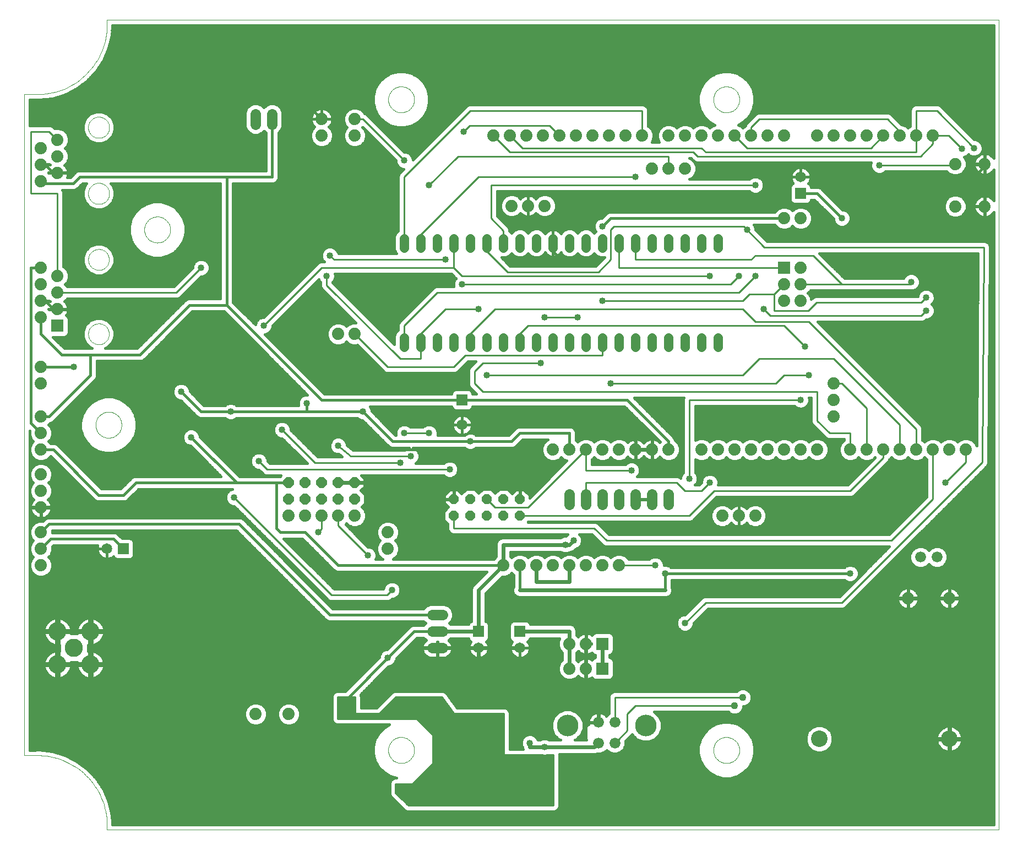
<source format=gbl>
G75*
G70*
%OFA0B0*%
%FSLAX24Y24*%
%IPPOS*%
%LPD*%
%AMOC8*
5,1,8,0,0,1.08239X$1,22.5*
%
%ADD10C,0.0560*%
%ADD11C,0.0740*%
%ADD12C,0.0660*%
%ADD13C,0.1306*%
%ADD14R,0.0650X0.0650*%
%ADD15C,0.0650*%
%ADD16C,0.1000*%
%ADD17OC8,0.0600*%
%ADD18C,0.0634*%
%ADD19R,0.0740X0.0740*%
%ADD20C,0.0240*%
%ADD21C,0.0640*%
%ADD22C,0.1100*%
%ADD23OC8,0.0640*%
%ADD24C,0.0000*%
%ADD25C,0.0100*%
%ADD26C,0.0400*%
%ADD27C,0.0150*%
%ADD28C,0.0160*%
%ADD29C,0.0600*%
%ADD30C,0.0436*%
D10*
X026175Y032395D02*
X026175Y032955D01*
X027175Y032955D02*
X027175Y032395D01*
X028175Y032395D02*
X028175Y032955D01*
X029175Y032955D02*
X029175Y032395D01*
X030175Y032395D02*
X030175Y032955D01*
X031175Y032955D02*
X031175Y032395D01*
X032175Y032395D02*
X032175Y032955D01*
X033175Y032955D02*
X033175Y032395D01*
X034175Y032395D02*
X034175Y032955D01*
X035175Y032955D02*
X035175Y032395D01*
X036175Y032395D02*
X036175Y032955D01*
X037175Y032955D02*
X037175Y032395D01*
X038175Y032395D02*
X038175Y032955D01*
X039175Y032955D02*
X039175Y032395D01*
X040175Y032395D02*
X040175Y032955D01*
X041175Y032955D02*
X041175Y032395D01*
X042175Y032395D02*
X042175Y032955D01*
X043175Y032955D02*
X043175Y032395D01*
X044175Y032395D02*
X044175Y032955D01*
X045175Y032955D02*
X045175Y032395D01*
X045175Y038395D02*
X045175Y038955D01*
X044175Y038955D02*
X044175Y038395D01*
X043175Y038395D02*
X043175Y038955D01*
X042175Y038955D02*
X042175Y038395D01*
X041175Y038395D02*
X041175Y038955D01*
X040175Y038955D02*
X040175Y038395D01*
X039175Y038395D02*
X039175Y038955D01*
X038175Y038955D02*
X038175Y038395D01*
X037175Y038395D02*
X037175Y038955D01*
X036175Y038955D02*
X036175Y038395D01*
X035175Y038395D02*
X035175Y038955D01*
X034175Y038955D02*
X034175Y038395D01*
X033175Y038395D02*
X033175Y038955D01*
X032175Y038955D02*
X032175Y038395D01*
X031175Y038395D02*
X031175Y038955D01*
X030175Y038955D02*
X030175Y038395D01*
X029175Y038395D02*
X029175Y038955D01*
X028175Y038955D02*
X028175Y038395D01*
X027175Y038395D02*
X027175Y038955D01*
X026175Y038955D02*
X026175Y038395D01*
D11*
X032675Y040925D03*
X033675Y040925D03*
X034675Y040925D03*
X034575Y045175D03*
X033575Y045175D03*
X032575Y045175D03*
X031575Y045175D03*
X035575Y045175D03*
X036575Y045175D03*
X037575Y045175D03*
X038575Y045175D03*
X039575Y045175D03*
X040575Y045175D03*
X042175Y045175D03*
X043175Y045175D03*
X044175Y045175D03*
X045175Y045175D03*
X046175Y045175D03*
X047175Y045175D03*
X048175Y045175D03*
X049175Y045175D03*
X051175Y045175D03*
X052175Y045175D03*
X053175Y045175D03*
X054175Y045175D03*
X055175Y045175D03*
X056175Y045175D03*
X057175Y045175D03*
X058175Y045175D03*
X059535Y043455D03*
X061315Y043455D03*
X061315Y040895D03*
X059535Y040895D03*
X050175Y040175D03*
X049175Y040175D03*
X050175Y037175D03*
X050175Y036175D03*
X049175Y036175D03*
X049175Y035175D03*
X050175Y035175D03*
X052175Y030175D03*
X052175Y029175D03*
X052175Y028175D03*
X051175Y026175D03*
X050175Y026175D03*
X049175Y026175D03*
X048175Y026175D03*
X047175Y026175D03*
X046175Y026175D03*
X045175Y026175D03*
X044175Y026175D03*
X042175Y026175D03*
X041175Y026175D03*
X040175Y026175D03*
X039175Y026175D03*
X038175Y026175D03*
X037175Y026175D03*
X036175Y026175D03*
X035175Y026175D03*
X045425Y022175D03*
X046425Y022175D03*
X047425Y022175D03*
X053175Y026175D03*
X054175Y026175D03*
X055175Y026175D03*
X056175Y026175D03*
X057175Y026175D03*
X058175Y026175D03*
X059175Y026175D03*
X060175Y026175D03*
X059175Y017175D03*
X056675Y017175D03*
X039175Y019175D03*
X038175Y019175D03*
X037175Y019175D03*
X036175Y019175D03*
X035175Y019175D03*
X034175Y019175D03*
X033175Y019175D03*
X032175Y019175D03*
X036175Y014425D03*
X037175Y014425D03*
X037175Y012925D03*
X036175Y012925D03*
X025175Y020175D03*
X025175Y021175D03*
X023175Y022175D03*
X022175Y022175D03*
X021175Y022175D03*
X020175Y022175D03*
X019175Y022175D03*
X004175Y022675D03*
X004175Y023675D03*
X004175Y024675D03*
X004175Y026175D03*
X004175Y027175D03*
X004175Y028175D03*
X004175Y030175D03*
X004175Y031175D03*
X004175Y034175D03*
X005175Y034675D03*
X004175Y035175D03*
X005175Y035675D03*
X004175Y036175D03*
X005175Y036675D03*
X004175Y037175D03*
X004175Y042425D03*
X005175Y042925D03*
X004175Y043425D03*
X005175Y043925D03*
X004175Y044425D03*
X005175Y044925D03*
X021175Y045175D03*
X021175Y046175D03*
X023175Y046175D03*
X023175Y045175D03*
X041175Y043175D03*
X042175Y043175D03*
X043175Y043175D03*
X023175Y033175D03*
X022175Y033175D03*
X004175Y021175D03*
X004175Y020175D03*
X004175Y019175D03*
X017175Y010175D03*
X019175Y010175D03*
D12*
X037933Y009675D03*
X038917Y009675D03*
X038917Y008415D03*
X037933Y008415D03*
X057425Y019675D03*
X058425Y019675D03*
D13*
X040795Y009478D03*
X036055Y009478D03*
D14*
X033175Y015175D03*
X030675Y015175D03*
X009175Y020175D03*
X029675Y029175D03*
X050175Y041675D03*
D15*
X050175Y042675D03*
X029675Y027675D03*
X008175Y020175D03*
X030675Y014175D03*
X033175Y014175D03*
D16*
X051301Y008675D03*
X059175Y008675D03*
D17*
X033175Y022175D03*
X033175Y023175D03*
X032175Y023175D03*
X032175Y022175D03*
X031175Y022175D03*
X031175Y023175D03*
X030175Y023175D03*
X030175Y022175D03*
X029175Y022175D03*
X029175Y023175D03*
D18*
X036175Y022858D02*
X036175Y023492D01*
X037175Y023492D02*
X037175Y022858D01*
X038175Y022858D02*
X038175Y023492D01*
X039175Y023492D02*
X039175Y022858D01*
X040175Y022858D02*
X040175Y023492D01*
X041175Y023492D02*
X041175Y022858D01*
X042175Y022858D02*
X042175Y023492D01*
X018175Y045858D02*
X018175Y046492D01*
X017175Y046492D02*
X017175Y045858D01*
D19*
X005175Y033675D03*
X038175Y014425D03*
X038175Y012925D03*
X049175Y037175D03*
D20*
X036425Y020675D02*
X036175Y020425D01*
X032175Y020425D01*
X032175Y019175D01*
X030675Y017675D01*
X030675Y015175D01*
X028175Y015175D01*
X028175Y014175D02*
X030675Y014175D01*
X033175Y014175D01*
X033175Y015175D02*
X036175Y015175D01*
X036175Y014425D01*
X036175Y012925D01*
X037175Y012925D02*
X037175Y011675D01*
X032675Y011675D01*
X030675Y013675D01*
X030675Y014175D01*
X033175Y017675D02*
X041975Y017675D01*
X038175Y014425D02*
X038175Y012925D01*
X037175Y012925D02*
X037175Y014425D01*
X037175Y011675D02*
X037925Y011675D01*
X037925Y009675D01*
X037925Y008425D02*
X037675Y008175D01*
X034675Y008175D01*
X033775Y008175D01*
X033775Y008425D01*
X034175Y018175D02*
X034175Y019175D01*
X034175Y018175D02*
X036175Y018175D01*
X036175Y019175D01*
D21*
X028495Y016175D02*
X027855Y016175D01*
X027855Y015175D02*
X028495Y015175D01*
X028495Y014175D02*
X027855Y014175D01*
D22*
X007175Y013175D03*
X006175Y014175D03*
X005175Y013175D03*
X005175Y015175D03*
X007175Y015175D03*
D23*
X019175Y023175D03*
X019175Y024175D03*
X020175Y024175D03*
X021175Y024175D03*
X022175Y024175D03*
X023175Y024175D03*
X023175Y023175D03*
X022175Y023175D03*
X021175Y023175D03*
X020175Y023175D03*
D24*
X003675Y007675D02*
X003884Y007682D01*
X004093Y007679D01*
X004301Y007665D01*
X004509Y007642D01*
X004715Y007608D01*
X004919Y007564D01*
X005121Y007510D01*
X005320Y007447D01*
X005516Y007374D01*
X005708Y007291D01*
X005895Y007199D01*
X006078Y007097D01*
X006256Y006987D01*
X006428Y006869D01*
X006594Y006742D01*
X006753Y006607D01*
X006906Y006464D01*
X007051Y006314D01*
X007189Y006157D01*
X007320Y005994D01*
X007442Y005824D01*
X007555Y005649D01*
X007660Y005468D01*
X007756Y005282D01*
X007842Y005092D01*
X007919Y004898D01*
X007987Y004700D01*
X008044Y004499D01*
X008092Y004296D01*
X008130Y004090D01*
X008157Y003883D01*
X008175Y003675D01*
X008175Y003175D01*
X062175Y003175D01*
X062175Y052175D01*
X008175Y052175D01*
X008175Y051675D01*
X008158Y051473D01*
X008132Y051272D01*
X008096Y051073D01*
X008051Y050875D01*
X007996Y050680D01*
X007932Y050488D01*
X007859Y050299D01*
X007777Y050113D01*
X007687Y049932D01*
X007588Y049756D01*
X007480Y049584D01*
X007365Y049417D01*
X007242Y049256D01*
X007111Y049102D01*
X006973Y048953D01*
X006828Y048811D01*
X006677Y048677D01*
X006519Y048550D01*
X006355Y048430D01*
X006186Y048318D01*
X006012Y048215D01*
X005833Y048120D01*
X005650Y048033D01*
X005463Y047956D01*
X005272Y047887D01*
X005079Y047827D01*
X004882Y047777D01*
X004684Y047736D01*
X004484Y047705D01*
X004282Y047683D01*
X004080Y047671D01*
X003878Y047668D01*
X003675Y047675D01*
X003175Y047675D01*
X003175Y007675D01*
X003675Y007675D01*
X025203Y007990D02*
X025205Y008046D01*
X025211Y008101D01*
X025221Y008155D01*
X025234Y008209D01*
X025252Y008262D01*
X025273Y008313D01*
X025297Y008363D01*
X025325Y008411D01*
X025357Y008457D01*
X025391Y008501D01*
X025429Y008542D01*
X025469Y008580D01*
X025512Y008615D01*
X025557Y008647D01*
X025605Y008676D01*
X025654Y008702D01*
X025705Y008724D01*
X025757Y008742D01*
X025811Y008756D01*
X025866Y008767D01*
X025921Y008774D01*
X025976Y008777D01*
X026032Y008776D01*
X026087Y008771D01*
X026142Y008762D01*
X026196Y008750D01*
X026249Y008733D01*
X026301Y008713D01*
X026351Y008689D01*
X026399Y008662D01*
X026446Y008632D01*
X026490Y008598D01*
X026532Y008561D01*
X026570Y008521D01*
X026607Y008479D01*
X026640Y008434D01*
X026669Y008388D01*
X026696Y008339D01*
X026718Y008288D01*
X026738Y008236D01*
X026753Y008182D01*
X026765Y008128D01*
X026773Y008073D01*
X026777Y008018D01*
X026777Y007962D01*
X026773Y007907D01*
X026765Y007852D01*
X026753Y007798D01*
X026738Y007744D01*
X026718Y007692D01*
X026696Y007641D01*
X026669Y007592D01*
X026640Y007546D01*
X026607Y007501D01*
X026570Y007459D01*
X026532Y007419D01*
X026490Y007382D01*
X026446Y007348D01*
X026399Y007318D01*
X026351Y007291D01*
X026301Y007267D01*
X026249Y007247D01*
X026196Y007230D01*
X026142Y007218D01*
X026087Y007209D01*
X026032Y007204D01*
X025976Y007203D01*
X025921Y007206D01*
X025866Y007213D01*
X025811Y007224D01*
X025757Y007238D01*
X025705Y007256D01*
X025654Y007278D01*
X025605Y007304D01*
X025557Y007333D01*
X025512Y007365D01*
X025469Y007400D01*
X025429Y007438D01*
X025391Y007479D01*
X025357Y007523D01*
X025325Y007569D01*
X025297Y007617D01*
X025273Y007667D01*
X025252Y007718D01*
X025234Y007771D01*
X025221Y007825D01*
X025211Y007879D01*
X025205Y007934D01*
X025203Y007990D01*
X044888Y007990D02*
X044890Y008046D01*
X044896Y008101D01*
X044906Y008155D01*
X044919Y008209D01*
X044937Y008262D01*
X044958Y008313D01*
X044982Y008363D01*
X045010Y008411D01*
X045042Y008457D01*
X045076Y008501D01*
X045114Y008542D01*
X045154Y008580D01*
X045197Y008615D01*
X045242Y008647D01*
X045290Y008676D01*
X045339Y008702D01*
X045390Y008724D01*
X045442Y008742D01*
X045496Y008756D01*
X045551Y008767D01*
X045606Y008774D01*
X045661Y008777D01*
X045717Y008776D01*
X045772Y008771D01*
X045827Y008762D01*
X045881Y008750D01*
X045934Y008733D01*
X045986Y008713D01*
X046036Y008689D01*
X046084Y008662D01*
X046131Y008632D01*
X046175Y008598D01*
X046217Y008561D01*
X046255Y008521D01*
X046292Y008479D01*
X046325Y008434D01*
X046354Y008388D01*
X046381Y008339D01*
X046403Y008288D01*
X046423Y008236D01*
X046438Y008182D01*
X046450Y008128D01*
X046458Y008073D01*
X046462Y008018D01*
X046462Y007962D01*
X046458Y007907D01*
X046450Y007852D01*
X046438Y007798D01*
X046423Y007744D01*
X046403Y007692D01*
X046381Y007641D01*
X046354Y007592D01*
X046325Y007546D01*
X046292Y007501D01*
X046255Y007459D01*
X046217Y007419D01*
X046175Y007382D01*
X046131Y007348D01*
X046084Y007318D01*
X046036Y007291D01*
X045986Y007267D01*
X045934Y007247D01*
X045881Y007230D01*
X045827Y007218D01*
X045772Y007209D01*
X045717Y007204D01*
X045661Y007203D01*
X045606Y007206D01*
X045551Y007213D01*
X045496Y007224D01*
X045442Y007238D01*
X045390Y007256D01*
X045339Y007278D01*
X045290Y007304D01*
X045242Y007333D01*
X045197Y007365D01*
X045154Y007400D01*
X045114Y007438D01*
X045076Y007479D01*
X045042Y007523D01*
X045010Y007569D01*
X044982Y007617D01*
X044958Y007667D01*
X044937Y007718D01*
X044919Y007771D01*
X044906Y007825D01*
X044896Y007879D01*
X044890Y007934D01*
X044888Y007990D01*
X007486Y027675D02*
X007488Y027731D01*
X007494Y027786D01*
X007504Y027840D01*
X007517Y027894D01*
X007535Y027947D01*
X007556Y027998D01*
X007580Y028048D01*
X007608Y028096D01*
X007640Y028142D01*
X007674Y028186D01*
X007712Y028227D01*
X007752Y028265D01*
X007795Y028300D01*
X007840Y028332D01*
X007888Y028361D01*
X007937Y028387D01*
X007988Y028409D01*
X008040Y028427D01*
X008094Y028441D01*
X008149Y028452D01*
X008204Y028459D01*
X008259Y028462D01*
X008315Y028461D01*
X008370Y028456D01*
X008425Y028447D01*
X008479Y028435D01*
X008532Y028418D01*
X008584Y028398D01*
X008634Y028374D01*
X008682Y028347D01*
X008729Y028317D01*
X008773Y028283D01*
X008815Y028246D01*
X008853Y028206D01*
X008890Y028164D01*
X008923Y028119D01*
X008952Y028073D01*
X008979Y028024D01*
X009001Y027973D01*
X009021Y027921D01*
X009036Y027867D01*
X009048Y027813D01*
X009056Y027758D01*
X009060Y027703D01*
X009060Y027647D01*
X009056Y027592D01*
X009048Y027537D01*
X009036Y027483D01*
X009021Y027429D01*
X009001Y027377D01*
X008979Y027326D01*
X008952Y027277D01*
X008923Y027231D01*
X008890Y027186D01*
X008853Y027144D01*
X008815Y027104D01*
X008773Y027067D01*
X008729Y027033D01*
X008682Y027003D01*
X008634Y026976D01*
X008584Y026952D01*
X008532Y026932D01*
X008479Y026915D01*
X008425Y026903D01*
X008370Y026894D01*
X008315Y026889D01*
X008259Y026888D01*
X008204Y026891D01*
X008149Y026898D01*
X008094Y026909D01*
X008040Y026923D01*
X007988Y026941D01*
X007937Y026963D01*
X007888Y026989D01*
X007840Y027018D01*
X007795Y027050D01*
X007752Y027085D01*
X007712Y027123D01*
X007674Y027164D01*
X007640Y027208D01*
X007608Y027254D01*
X007580Y027302D01*
X007556Y027352D01*
X007535Y027403D01*
X007517Y027456D01*
X007504Y027510D01*
X007494Y027564D01*
X007488Y027619D01*
X007486Y027675D01*
X007045Y033175D02*
X007047Y033225D01*
X007053Y033275D01*
X007063Y033324D01*
X007077Y033372D01*
X007094Y033419D01*
X007115Y033464D01*
X007140Y033508D01*
X007168Y033549D01*
X007200Y033588D01*
X007234Y033625D01*
X007271Y033659D01*
X007311Y033689D01*
X007353Y033716D01*
X007397Y033740D01*
X007443Y033761D01*
X007490Y033777D01*
X007538Y033790D01*
X007588Y033799D01*
X007637Y033804D01*
X007688Y033805D01*
X007738Y033802D01*
X007787Y033795D01*
X007836Y033784D01*
X007884Y033769D01*
X007930Y033751D01*
X007975Y033729D01*
X008018Y033703D01*
X008059Y033674D01*
X008098Y033642D01*
X008134Y033607D01*
X008166Y033569D01*
X008196Y033529D01*
X008223Y033486D01*
X008246Y033442D01*
X008265Y033396D01*
X008281Y033348D01*
X008293Y033299D01*
X008301Y033250D01*
X008305Y033200D01*
X008305Y033150D01*
X008301Y033100D01*
X008293Y033051D01*
X008281Y033002D01*
X008265Y032954D01*
X008246Y032908D01*
X008223Y032864D01*
X008196Y032821D01*
X008166Y032781D01*
X008134Y032743D01*
X008098Y032708D01*
X008059Y032676D01*
X008018Y032647D01*
X007975Y032621D01*
X007930Y032599D01*
X007884Y032581D01*
X007836Y032566D01*
X007787Y032555D01*
X007738Y032548D01*
X007688Y032545D01*
X007637Y032546D01*
X007588Y032551D01*
X007538Y032560D01*
X007490Y032573D01*
X007443Y032589D01*
X007397Y032610D01*
X007353Y032634D01*
X007311Y032661D01*
X007271Y032691D01*
X007234Y032725D01*
X007200Y032762D01*
X007168Y032801D01*
X007140Y032842D01*
X007115Y032886D01*
X007094Y032931D01*
X007077Y032978D01*
X007063Y033026D01*
X007053Y033075D01*
X007047Y033125D01*
X007045Y033175D01*
X007045Y037675D02*
X007047Y037725D01*
X007053Y037775D01*
X007063Y037824D01*
X007077Y037872D01*
X007094Y037919D01*
X007115Y037964D01*
X007140Y038008D01*
X007168Y038049D01*
X007200Y038088D01*
X007234Y038125D01*
X007271Y038159D01*
X007311Y038189D01*
X007353Y038216D01*
X007397Y038240D01*
X007443Y038261D01*
X007490Y038277D01*
X007538Y038290D01*
X007588Y038299D01*
X007637Y038304D01*
X007688Y038305D01*
X007738Y038302D01*
X007787Y038295D01*
X007836Y038284D01*
X007884Y038269D01*
X007930Y038251D01*
X007975Y038229D01*
X008018Y038203D01*
X008059Y038174D01*
X008098Y038142D01*
X008134Y038107D01*
X008166Y038069D01*
X008196Y038029D01*
X008223Y037986D01*
X008246Y037942D01*
X008265Y037896D01*
X008281Y037848D01*
X008293Y037799D01*
X008301Y037750D01*
X008305Y037700D01*
X008305Y037650D01*
X008301Y037600D01*
X008293Y037551D01*
X008281Y037502D01*
X008265Y037454D01*
X008246Y037408D01*
X008223Y037364D01*
X008196Y037321D01*
X008166Y037281D01*
X008134Y037243D01*
X008098Y037208D01*
X008059Y037176D01*
X008018Y037147D01*
X007975Y037121D01*
X007930Y037099D01*
X007884Y037081D01*
X007836Y037066D01*
X007787Y037055D01*
X007738Y037048D01*
X007688Y037045D01*
X007637Y037046D01*
X007588Y037051D01*
X007538Y037060D01*
X007490Y037073D01*
X007443Y037089D01*
X007397Y037110D01*
X007353Y037134D01*
X007311Y037161D01*
X007271Y037191D01*
X007234Y037225D01*
X007200Y037262D01*
X007168Y037301D01*
X007140Y037342D01*
X007115Y037386D01*
X007094Y037431D01*
X007077Y037478D01*
X007063Y037526D01*
X007053Y037575D01*
X007047Y037625D01*
X007045Y037675D01*
X010439Y039486D02*
X010441Y039542D01*
X010447Y039597D01*
X010457Y039651D01*
X010470Y039705D01*
X010488Y039758D01*
X010509Y039809D01*
X010533Y039859D01*
X010561Y039907D01*
X010593Y039953D01*
X010627Y039997D01*
X010665Y040038D01*
X010705Y040076D01*
X010748Y040111D01*
X010793Y040143D01*
X010841Y040172D01*
X010890Y040198D01*
X010941Y040220D01*
X010993Y040238D01*
X011047Y040252D01*
X011102Y040263D01*
X011157Y040270D01*
X011212Y040273D01*
X011268Y040272D01*
X011323Y040267D01*
X011378Y040258D01*
X011432Y040246D01*
X011485Y040229D01*
X011537Y040209D01*
X011587Y040185D01*
X011635Y040158D01*
X011682Y040128D01*
X011726Y040094D01*
X011768Y040057D01*
X011806Y040017D01*
X011843Y039975D01*
X011876Y039930D01*
X011905Y039884D01*
X011932Y039835D01*
X011954Y039784D01*
X011974Y039732D01*
X011989Y039678D01*
X012001Y039624D01*
X012009Y039569D01*
X012013Y039514D01*
X012013Y039458D01*
X012009Y039403D01*
X012001Y039348D01*
X011989Y039294D01*
X011974Y039240D01*
X011954Y039188D01*
X011932Y039137D01*
X011905Y039088D01*
X011876Y039042D01*
X011843Y038997D01*
X011806Y038955D01*
X011768Y038915D01*
X011726Y038878D01*
X011682Y038844D01*
X011635Y038814D01*
X011587Y038787D01*
X011537Y038763D01*
X011485Y038743D01*
X011432Y038726D01*
X011378Y038714D01*
X011323Y038705D01*
X011268Y038700D01*
X011212Y038699D01*
X011157Y038702D01*
X011102Y038709D01*
X011047Y038720D01*
X010993Y038734D01*
X010941Y038752D01*
X010890Y038774D01*
X010841Y038800D01*
X010793Y038829D01*
X010748Y038861D01*
X010705Y038896D01*
X010665Y038934D01*
X010627Y038975D01*
X010593Y039019D01*
X010561Y039065D01*
X010533Y039113D01*
X010509Y039163D01*
X010488Y039214D01*
X010470Y039267D01*
X010457Y039321D01*
X010447Y039375D01*
X010441Y039430D01*
X010439Y039486D01*
X007035Y041675D02*
X007037Y041725D01*
X007043Y041775D01*
X007053Y041824D01*
X007066Y041873D01*
X007084Y041920D01*
X007105Y041966D01*
X007129Y042009D01*
X007157Y042051D01*
X007188Y042091D01*
X007222Y042128D01*
X007259Y042162D01*
X007299Y042193D01*
X007341Y042221D01*
X007384Y042245D01*
X007430Y042266D01*
X007477Y042284D01*
X007526Y042297D01*
X007575Y042307D01*
X007625Y042313D01*
X007675Y042315D01*
X007725Y042313D01*
X007775Y042307D01*
X007824Y042297D01*
X007873Y042284D01*
X007920Y042266D01*
X007966Y042245D01*
X008009Y042221D01*
X008051Y042193D01*
X008091Y042162D01*
X008128Y042128D01*
X008162Y042091D01*
X008193Y042051D01*
X008221Y042009D01*
X008245Y041966D01*
X008266Y041920D01*
X008284Y041873D01*
X008297Y041824D01*
X008307Y041775D01*
X008313Y041725D01*
X008315Y041675D01*
X008313Y041625D01*
X008307Y041575D01*
X008297Y041526D01*
X008284Y041477D01*
X008266Y041430D01*
X008245Y041384D01*
X008221Y041341D01*
X008193Y041299D01*
X008162Y041259D01*
X008128Y041222D01*
X008091Y041188D01*
X008051Y041157D01*
X008009Y041129D01*
X007966Y041105D01*
X007920Y041084D01*
X007873Y041066D01*
X007824Y041053D01*
X007775Y041043D01*
X007725Y041037D01*
X007675Y041035D01*
X007625Y041037D01*
X007575Y041043D01*
X007526Y041053D01*
X007477Y041066D01*
X007430Y041084D01*
X007384Y041105D01*
X007341Y041129D01*
X007299Y041157D01*
X007259Y041188D01*
X007222Y041222D01*
X007188Y041259D01*
X007157Y041299D01*
X007129Y041341D01*
X007105Y041384D01*
X007084Y041430D01*
X007066Y041477D01*
X007053Y041526D01*
X007043Y041575D01*
X007037Y041625D01*
X007035Y041675D01*
X007035Y045675D02*
X007037Y045725D01*
X007043Y045775D01*
X007053Y045824D01*
X007066Y045873D01*
X007084Y045920D01*
X007105Y045966D01*
X007129Y046009D01*
X007157Y046051D01*
X007188Y046091D01*
X007222Y046128D01*
X007259Y046162D01*
X007299Y046193D01*
X007341Y046221D01*
X007384Y046245D01*
X007430Y046266D01*
X007477Y046284D01*
X007526Y046297D01*
X007575Y046307D01*
X007625Y046313D01*
X007675Y046315D01*
X007725Y046313D01*
X007775Y046307D01*
X007824Y046297D01*
X007873Y046284D01*
X007920Y046266D01*
X007966Y046245D01*
X008009Y046221D01*
X008051Y046193D01*
X008091Y046162D01*
X008128Y046128D01*
X008162Y046091D01*
X008193Y046051D01*
X008221Y046009D01*
X008245Y045966D01*
X008266Y045920D01*
X008284Y045873D01*
X008297Y045824D01*
X008307Y045775D01*
X008313Y045725D01*
X008315Y045675D01*
X008313Y045625D01*
X008307Y045575D01*
X008297Y045526D01*
X008284Y045477D01*
X008266Y045430D01*
X008245Y045384D01*
X008221Y045341D01*
X008193Y045299D01*
X008162Y045259D01*
X008128Y045222D01*
X008091Y045188D01*
X008051Y045157D01*
X008009Y045129D01*
X007966Y045105D01*
X007920Y045084D01*
X007873Y045066D01*
X007824Y045053D01*
X007775Y045043D01*
X007725Y045037D01*
X007675Y045035D01*
X007625Y045037D01*
X007575Y045043D01*
X007526Y045053D01*
X007477Y045066D01*
X007430Y045084D01*
X007384Y045105D01*
X007341Y045129D01*
X007299Y045157D01*
X007259Y045188D01*
X007222Y045222D01*
X007188Y045259D01*
X007157Y045299D01*
X007129Y045341D01*
X007105Y045384D01*
X007084Y045430D01*
X007066Y045477D01*
X007053Y045526D01*
X007043Y045575D01*
X007037Y045625D01*
X007035Y045675D01*
X025203Y047360D02*
X025205Y047416D01*
X025211Y047471D01*
X025221Y047525D01*
X025234Y047579D01*
X025252Y047632D01*
X025273Y047683D01*
X025297Y047733D01*
X025325Y047781D01*
X025357Y047827D01*
X025391Y047871D01*
X025429Y047912D01*
X025469Y047950D01*
X025512Y047985D01*
X025557Y048017D01*
X025605Y048046D01*
X025654Y048072D01*
X025705Y048094D01*
X025757Y048112D01*
X025811Y048126D01*
X025866Y048137D01*
X025921Y048144D01*
X025976Y048147D01*
X026032Y048146D01*
X026087Y048141D01*
X026142Y048132D01*
X026196Y048120D01*
X026249Y048103D01*
X026301Y048083D01*
X026351Y048059D01*
X026399Y048032D01*
X026446Y048002D01*
X026490Y047968D01*
X026532Y047931D01*
X026570Y047891D01*
X026607Y047849D01*
X026640Y047804D01*
X026669Y047758D01*
X026696Y047709D01*
X026718Y047658D01*
X026738Y047606D01*
X026753Y047552D01*
X026765Y047498D01*
X026773Y047443D01*
X026777Y047388D01*
X026777Y047332D01*
X026773Y047277D01*
X026765Y047222D01*
X026753Y047168D01*
X026738Y047114D01*
X026718Y047062D01*
X026696Y047011D01*
X026669Y046962D01*
X026640Y046916D01*
X026607Y046871D01*
X026570Y046829D01*
X026532Y046789D01*
X026490Y046752D01*
X026446Y046718D01*
X026399Y046688D01*
X026351Y046661D01*
X026301Y046637D01*
X026249Y046617D01*
X026196Y046600D01*
X026142Y046588D01*
X026087Y046579D01*
X026032Y046574D01*
X025976Y046573D01*
X025921Y046576D01*
X025866Y046583D01*
X025811Y046594D01*
X025757Y046608D01*
X025705Y046626D01*
X025654Y046648D01*
X025605Y046674D01*
X025557Y046703D01*
X025512Y046735D01*
X025469Y046770D01*
X025429Y046808D01*
X025391Y046849D01*
X025357Y046893D01*
X025325Y046939D01*
X025297Y046987D01*
X025273Y047037D01*
X025252Y047088D01*
X025234Y047141D01*
X025221Y047195D01*
X025211Y047249D01*
X025205Y047304D01*
X025203Y047360D01*
X044888Y047360D02*
X044890Y047416D01*
X044896Y047471D01*
X044906Y047525D01*
X044919Y047579D01*
X044937Y047632D01*
X044958Y047683D01*
X044982Y047733D01*
X045010Y047781D01*
X045042Y047827D01*
X045076Y047871D01*
X045114Y047912D01*
X045154Y047950D01*
X045197Y047985D01*
X045242Y048017D01*
X045290Y048046D01*
X045339Y048072D01*
X045390Y048094D01*
X045442Y048112D01*
X045496Y048126D01*
X045551Y048137D01*
X045606Y048144D01*
X045661Y048147D01*
X045717Y048146D01*
X045772Y048141D01*
X045827Y048132D01*
X045881Y048120D01*
X045934Y048103D01*
X045986Y048083D01*
X046036Y048059D01*
X046084Y048032D01*
X046131Y048002D01*
X046175Y047968D01*
X046217Y047931D01*
X046255Y047891D01*
X046292Y047849D01*
X046325Y047804D01*
X046354Y047758D01*
X046381Y047709D01*
X046403Y047658D01*
X046423Y047606D01*
X046438Y047552D01*
X046450Y047498D01*
X046458Y047443D01*
X046462Y047388D01*
X046462Y047332D01*
X046458Y047277D01*
X046450Y047222D01*
X046438Y047168D01*
X046423Y047114D01*
X046403Y047062D01*
X046381Y047011D01*
X046354Y046962D01*
X046325Y046916D01*
X046292Y046871D01*
X046255Y046829D01*
X046217Y046789D01*
X046175Y046752D01*
X046131Y046718D01*
X046084Y046688D01*
X046036Y046661D01*
X045986Y046637D01*
X045934Y046617D01*
X045881Y046600D01*
X045827Y046588D01*
X045772Y046579D01*
X045717Y046574D01*
X045661Y046573D01*
X045606Y046576D01*
X045551Y046583D01*
X045496Y046594D01*
X045442Y046608D01*
X045390Y046626D01*
X045339Y046648D01*
X045290Y046674D01*
X045242Y046703D01*
X045197Y046735D01*
X045154Y046770D01*
X045114Y046808D01*
X045076Y046849D01*
X045042Y046893D01*
X045010Y046939D01*
X044982Y046987D01*
X044958Y047037D01*
X044937Y047088D01*
X044919Y047141D01*
X044906Y047195D01*
X044896Y047249D01*
X044890Y047304D01*
X044888Y047360D01*
D25*
X047175Y045675D02*
X047175Y045175D01*
X047175Y045675D02*
X047675Y046175D01*
X055425Y046175D01*
X056175Y045425D01*
X056175Y045175D01*
X055175Y045175D02*
X054425Y044425D01*
X046925Y044425D01*
X046175Y045175D01*
X044425Y044175D02*
X044175Y044425D01*
X033325Y044425D01*
X032575Y045175D01*
X031575Y045175D02*
X032575Y044175D01*
X043675Y044175D01*
X043925Y043925D01*
X057425Y043925D01*
X058175Y044675D01*
X058175Y045175D01*
X059125Y045175D01*
X059925Y044375D01*
X060675Y044425D02*
X058425Y046675D01*
X057175Y046675D01*
X057175Y045175D01*
X057175Y044175D01*
X044425Y044175D01*
X042175Y043925D02*
X042175Y043175D01*
X042175Y043925D02*
X029425Y043925D01*
X027675Y042175D01*
X026175Y042675D02*
X026175Y038675D01*
X027175Y038675D02*
X027175Y039175D01*
X030675Y042675D01*
X040175Y042675D01*
X040575Y045175D02*
X040575Y046675D01*
X030175Y046675D01*
X026175Y042675D01*
X026175Y043675D02*
X023675Y046175D01*
X023175Y046175D01*
X029775Y045425D02*
X030125Y045775D01*
X034975Y045775D01*
X035575Y045175D01*
X031425Y042175D02*
X047425Y042175D01*
X046725Y039675D02*
X038875Y039675D01*
X038675Y039475D01*
X038675Y037675D01*
X037925Y036925D01*
X032425Y036925D01*
X031175Y038175D01*
X031175Y038675D01*
X032175Y038675D02*
X032175Y039425D01*
X031425Y040175D01*
X031425Y042175D01*
X029175Y038675D02*
X029175Y037175D01*
X029675Y036675D01*
X044675Y036675D01*
X045925Y036175D02*
X029675Y036175D01*
X029175Y037175D02*
X021175Y037175D01*
X017675Y033675D01*
X021475Y036125D02*
X021475Y036675D01*
X021475Y036125D02*
X025925Y031675D01*
X027175Y031675D01*
X027175Y032675D01*
X027175Y033175D01*
X028675Y034675D01*
X030675Y034675D01*
X031675Y034675D02*
X030175Y033175D01*
X030175Y032675D01*
X029875Y031875D02*
X029175Y031175D01*
X025175Y031175D01*
X023175Y033175D01*
X026175Y033675D02*
X026175Y032675D01*
X026175Y033675D02*
X028175Y035675D01*
X046425Y035675D01*
X047425Y036675D01*
X046425Y036675D02*
X045925Y036175D01*
X046675Y035175D02*
X047075Y035575D01*
X048575Y035575D01*
X049175Y036175D01*
X048575Y035575D02*
X048575Y034575D01*
X050625Y034575D01*
X051125Y035075D01*
X057475Y035075D01*
X057775Y035375D01*
X057775Y034575D02*
X057475Y034275D01*
X048325Y034275D01*
X047925Y034675D01*
X047425Y033925D02*
X046675Y034675D01*
X031675Y034675D01*
X033175Y033175D02*
X033675Y033675D01*
X049175Y033675D01*
X050425Y032425D01*
X052175Y031675D02*
X047675Y031675D01*
X046675Y030675D01*
X031175Y030675D01*
X030425Y030925D02*
X030425Y030175D01*
X030925Y029675D01*
X051175Y029675D01*
X051175Y027925D01*
X051925Y027175D01*
X053175Y027175D01*
X053175Y026175D01*
X054175Y026175D02*
X054175Y028675D01*
X052675Y030175D01*
X052175Y030175D01*
X050675Y030675D02*
X049175Y030675D01*
X048675Y030175D01*
X038675Y030175D01*
X038175Y031875D02*
X038175Y032675D01*
X038175Y031875D02*
X029875Y031875D01*
X030425Y030925D02*
X030925Y031425D01*
X034425Y031425D01*
X033175Y032675D02*
X033175Y033175D01*
X034675Y034175D02*
X036675Y034175D01*
X038175Y035175D02*
X046675Y035175D01*
X047425Y033925D02*
X050675Y033925D01*
X057175Y027425D01*
X057175Y026175D01*
X056175Y026175D02*
X056175Y027675D01*
X052175Y031675D01*
X050175Y029175D02*
X043425Y029175D01*
X043425Y024425D01*
X043175Y023675D02*
X042675Y024175D01*
X037175Y024175D01*
X037175Y023175D01*
X037675Y021425D02*
X038425Y020675D01*
X055675Y020675D01*
X058175Y023175D01*
X058175Y026175D01*
X060175Y026175D02*
X060175Y025425D01*
X058925Y024175D01*
X061175Y025425D02*
X061275Y038425D01*
X047975Y038425D01*
X046925Y039475D01*
X046725Y039675D01*
X047425Y037925D02*
X047175Y037675D01*
X040175Y037675D01*
X040175Y038675D01*
X039175Y038675D02*
X039175Y037175D01*
X049175Y037175D01*
X050175Y036175D02*
X052675Y036175D01*
X050925Y037925D01*
X047425Y037925D01*
X052675Y036175D02*
X056775Y036175D01*
X056875Y036325D01*
X054925Y043375D02*
X059475Y043375D01*
X059535Y043455D01*
X055175Y026175D02*
X055175Y025675D01*
X053175Y023675D01*
X044925Y023675D01*
X043425Y022175D01*
X033175Y022175D01*
X033675Y022675D02*
X037175Y026175D01*
X037175Y024925D01*
X039925Y024925D01*
X043175Y023675D02*
X044175Y023675D01*
X044675Y024175D01*
X037675Y021425D02*
X029175Y021425D01*
X029175Y022175D01*
X031175Y023175D02*
X031675Y022675D01*
X033675Y022675D01*
X028925Y024975D02*
X017875Y024975D01*
X017375Y025475D01*
X018775Y027375D02*
X020775Y025375D01*
X025925Y025375D01*
X026575Y025775D02*
X022925Y025775D01*
X022175Y026425D01*
X026175Y027175D02*
X027675Y027175D01*
X022175Y022175D02*
X022175Y021575D01*
X023975Y019775D01*
X021175Y021375D02*
X021175Y022175D01*
X021175Y021375D02*
X020975Y021175D01*
X021775Y017375D02*
X015875Y023275D01*
X021775Y017375D02*
X025125Y017375D01*
X025425Y017675D01*
X039175Y019175D02*
X041375Y019175D01*
X044425Y016925D02*
X052675Y016925D01*
X061175Y025425D01*
X044425Y016925D02*
X043175Y015675D01*
X046675Y011175D02*
X038925Y011175D01*
X038925Y009675D01*
X038917Y009675D01*
X039675Y010175D02*
X039675Y009175D01*
X039165Y008665D01*
X038917Y008415D01*
X039675Y010175D02*
X040175Y010675D01*
X046175Y010675D01*
X013875Y037175D02*
X012375Y035675D01*
X005175Y035675D01*
X005175Y036675D02*
X005175Y041675D01*
X003575Y041675D01*
X003575Y045425D01*
X004675Y045425D01*
X005175Y044925D01*
X021675Y037925D02*
X021925Y037675D01*
X028675Y037675D01*
D26*
X028675Y037675D03*
X029675Y036175D03*
X030675Y034675D03*
X034675Y034175D03*
X036675Y034175D03*
X038175Y035175D03*
X036175Y037425D03*
X038175Y039675D03*
X040175Y042675D03*
X047425Y042175D03*
X046925Y039475D03*
X046425Y036675D03*
X047425Y036675D03*
X044675Y036675D03*
X047925Y034675D03*
X050425Y032425D03*
X051925Y033675D03*
X050675Y030675D03*
X050175Y029175D03*
X056425Y032925D03*
X058425Y031925D03*
X057775Y034575D03*
X057775Y035375D03*
X056875Y036325D03*
X052675Y040175D03*
X054925Y043375D03*
X059925Y044375D03*
X060675Y044425D03*
X061175Y051175D03*
X044175Y051175D03*
X043675Y048175D03*
X035675Y051175D03*
X029775Y045425D03*
X026175Y043675D03*
X024425Y043175D03*
X027675Y042175D03*
X021675Y037925D03*
X021475Y036675D03*
X019675Y034175D03*
X017675Y033675D03*
X015675Y033175D03*
X017675Y031175D03*
X020275Y028975D03*
X018775Y027375D03*
X020625Y026675D03*
X021675Y026675D03*
X022175Y026425D03*
X023675Y028475D03*
X026175Y027175D03*
X027675Y027175D03*
X026575Y025775D03*
X025925Y025375D03*
X028925Y024975D03*
X030175Y026675D03*
X031175Y030675D03*
X034425Y031425D03*
X038675Y030175D03*
X037925Y028575D03*
X039925Y024925D03*
X043425Y024425D03*
X044675Y024175D03*
X040175Y021425D03*
X041375Y019175D03*
X041975Y018675D03*
X043175Y015675D03*
X047675Y015675D03*
X053175Y018675D03*
X050425Y019425D03*
X050425Y021425D03*
X052925Y022925D03*
X051925Y024425D03*
X055175Y021425D03*
X058925Y024175D03*
X057925Y015175D03*
X061425Y011425D03*
X054175Y009675D03*
X052175Y004175D03*
X061175Y004175D03*
X043675Y008675D03*
X042675Y011925D03*
X034675Y008175D03*
X033775Y008425D03*
X025175Y013575D03*
X024175Y011175D03*
X022825Y010675D03*
X023175Y008675D03*
X017675Y008675D03*
X013175Y008675D03*
X010175Y010675D03*
X011175Y011925D03*
X011675Y012925D03*
X012925Y012925D03*
X014425Y012925D03*
X014425Y014000D03*
X014425Y015175D03*
X012925Y015175D03*
X011675Y015175D03*
X010175Y015175D03*
X010175Y017675D03*
X011925Y017675D03*
X011925Y019675D03*
X010175Y019675D03*
X008175Y017425D03*
X005175Y017675D03*
X006675Y022675D03*
X008675Y022675D03*
X013275Y026925D03*
X015675Y028475D03*
X012675Y029675D03*
X010675Y028675D03*
X006175Y031175D03*
X010175Y034675D03*
X013875Y037175D03*
X018675Y039675D03*
X026175Y035675D03*
X012575Y044675D03*
X006675Y043675D03*
X004675Y046675D03*
X009175Y051175D03*
X016675Y051175D03*
X025675Y051175D03*
X006675Y039675D03*
X017375Y025475D03*
X015875Y023275D03*
X020975Y021175D03*
X023975Y019775D03*
X025425Y017675D03*
X016925Y017175D03*
X016925Y015175D03*
X016925Y013925D03*
X016925Y012925D03*
X009175Y008675D03*
X008175Y010675D03*
X007175Y011925D03*
X004675Y008675D03*
X009175Y005175D03*
X024675Y004175D03*
X042675Y004175D03*
X035925Y020425D03*
X036425Y020675D03*
X016175Y020175D03*
D27*
X016649Y020649D02*
X009779Y020649D01*
X009767Y020678D02*
X009678Y020767D01*
X009563Y020815D01*
X009087Y020815D01*
X008906Y020996D01*
X008796Y021106D01*
X008653Y021165D01*
X004860Y021165D01*
X004860Y021285D01*
X016013Y021285D01*
X021344Y015954D01*
X021454Y015844D01*
X021597Y015785D01*
X027347Y015785D01*
X027457Y015675D01*
X027347Y015565D01*
X026697Y015565D01*
X026554Y015506D01*
X026444Y015396D01*
X025138Y014090D01*
X025073Y014090D01*
X024883Y014012D01*
X024738Y013867D01*
X024660Y013677D01*
X024660Y013612D01*
X022613Y011565D01*
X022097Y011565D01*
X021954Y011506D01*
X021844Y011396D01*
X021785Y011253D01*
X021785Y009847D01*
X021844Y009704D01*
X021954Y009594D01*
X022097Y009535D01*
X025280Y009535D01*
X024950Y009345D01*
X024635Y009029D01*
X024412Y008643D01*
X024297Y008213D01*
X024297Y007767D01*
X024412Y007337D01*
X024635Y006950D01*
X024950Y006635D01*
X025337Y006412D01*
X025700Y006315D01*
X025597Y006315D01*
X025454Y006256D01*
X025344Y006146D01*
X025285Y006003D01*
X025285Y005347D01*
X025344Y005204D01*
X025454Y005094D01*
X026204Y004344D01*
X026347Y004285D01*
X035253Y004285D01*
X035396Y004344D01*
X035506Y004454D01*
X035565Y004597D01*
X035565Y007740D01*
X037762Y007740D01*
X037834Y007770D01*
X038061Y007770D01*
X038298Y007868D01*
X038425Y007995D01*
X038552Y007868D01*
X038789Y007770D01*
X039045Y007770D01*
X039282Y007868D01*
X039464Y008050D01*
X039562Y008287D01*
X039562Y008543D01*
X039561Y008545D01*
X039882Y008866D01*
X039966Y008950D01*
X039975Y008930D01*
X040247Y008658D01*
X040603Y008510D01*
X040988Y008510D01*
X041343Y008658D01*
X041616Y008930D01*
X041763Y009286D01*
X041763Y009671D01*
X041616Y010026D01*
X041343Y010299D01*
X041316Y010310D01*
X045786Y010310D01*
X045873Y010223D01*
X046069Y010142D01*
X046281Y010142D01*
X046477Y010223D01*
X046627Y010373D01*
X046708Y010569D01*
X046708Y010642D01*
X046781Y010642D01*
X046977Y010723D01*
X047127Y010873D01*
X047208Y011069D01*
X047208Y011281D01*
X047127Y011477D01*
X046977Y011627D01*
X046781Y011708D01*
X046569Y011708D01*
X046373Y011627D01*
X046286Y011540D01*
X038852Y011540D01*
X038718Y011484D01*
X038616Y011382D01*
X038560Y011248D01*
X038560Y010225D01*
X038552Y010222D01*
X038396Y010066D01*
X038394Y010069D01*
X038327Y010136D01*
X038250Y010192D01*
X038165Y010236D01*
X038075Y010265D01*
X037980Y010280D01*
X037948Y010280D01*
X037948Y009691D01*
X037917Y009691D01*
X037917Y010280D01*
X037885Y010280D01*
X037791Y010265D01*
X037701Y010236D01*
X037616Y010192D01*
X037539Y010136D01*
X037471Y010069D01*
X037415Y009992D01*
X037372Y009907D01*
X037343Y009817D01*
X037328Y009723D01*
X037328Y009691D01*
X037917Y009691D01*
X037917Y009659D01*
X037328Y009659D01*
X037328Y009627D01*
X037339Y009559D01*
X037297Y009542D01*
X037208Y009453D01*
X037160Y009338D01*
X037160Y008712D01*
X037202Y008610D01*
X036488Y008610D01*
X036603Y008658D01*
X036875Y008930D01*
X037023Y009286D01*
X037023Y009671D01*
X036875Y010026D01*
X036603Y010299D01*
X036247Y010446D01*
X035862Y010446D01*
X035507Y010299D01*
X035234Y010026D01*
X035087Y009671D01*
X035087Y009286D01*
X035234Y008930D01*
X035507Y008658D01*
X035622Y008610D01*
X034968Y008610D01*
X034967Y008612D01*
X034777Y008690D01*
X034573Y008690D01*
X034383Y008612D01*
X034382Y008610D01*
X034256Y008610D01*
X034212Y008717D01*
X034067Y008862D01*
X033877Y008940D01*
X033673Y008940D01*
X033483Y008862D01*
X033338Y008717D01*
X033260Y008527D01*
X033260Y008323D01*
X033338Y008133D01*
X033340Y008132D01*
X033340Y008088D01*
X033350Y008065D01*
X032565Y008065D01*
X032565Y010253D01*
X032506Y010396D01*
X032396Y010506D01*
X032253Y010565D01*
X029370Y010565D01*
X028766Y011370D01*
X028756Y011396D01*
X028720Y011431D01*
X028690Y011471D01*
X028666Y011486D01*
X028646Y011506D01*
X028600Y011525D01*
X028557Y011550D01*
X028529Y011554D01*
X028503Y011565D01*
X028453Y011565D01*
X028403Y011572D01*
X028376Y011565D01*
X025597Y011565D01*
X025454Y011506D01*
X025344Y011396D01*
X024513Y010565D01*
X023565Y010565D01*
X023565Y011253D01*
X023518Y011366D01*
X025212Y013060D01*
X025277Y013060D01*
X025467Y013138D01*
X025612Y013283D01*
X025690Y013473D01*
X025690Y013538D01*
X026937Y014785D01*
X027347Y014785D01*
X027488Y014644D01*
X027467Y014629D01*
X027401Y014563D01*
X027346Y014487D01*
X027304Y014403D01*
X027275Y014314D01*
X027260Y014222D01*
X027260Y014200D01*
X028150Y014200D01*
X028150Y014540D01*
X028200Y014540D01*
X028200Y014200D01*
X028150Y014200D01*
X028150Y014150D01*
X028200Y014150D01*
X028200Y014200D01*
X029090Y014200D01*
X029090Y014222D01*
X029075Y014314D01*
X029046Y014403D01*
X029004Y014487D01*
X028949Y014563D01*
X028883Y014629D01*
X028862Y014644D01*
X028958Y014740D01*
X030055Y014740D01*
X030083Y014672D01*
X030172Y014583D01*
X030216Y014564D01*
X030162Y014489D01*
X030119Y014405D01*
X030090Y014315D01*
X030075Y014222D01*
X030075Y014175D01*
X030675Y014175D01*
X031275Y014175D01*
X031275Y014222D01*
X031260Y014315D01*
X031231Y014405D01*
X031188Y014489D01*
X031134Y014564D01*
X031178Y014583D01*
X031267Y014672D01*
X031315Y014787D01*
X031315Y015563D01*
X031267Y015678D01*
X031178Y015767D01*
X031110Y015795D01*
X031110Y017495D01*
X032105Y018490D01*
X032311Y018490D01*
X032563Y018594D01*
X032675Y018706D01*
X032785Y018596D01*
X032785Y017870D01*
X032740Y017762D01*
X032740Y017588D01*
X032806Y017429D01*
X032929Y017306D01*
X033088Y017240D01*
X042062Y017240D01*
X042221Y017306D01*
X042344Y017429D01*
X042410Y017588D01*
X042410Y017762D01*
X042365Y017870D01*
X042365Y018285D01*
X052837Y018285D01*
X052883Y018238D01*
X053073Y018160D01*
X053277Y018160D01*
X053467Y018238D01*
X053612Y018383D01*
X053690Y018573D01*
X053690Y018777D01*
X053612Y018967D01*
X053467Y019112D01*
X053277Y019190D01*
X053073Y019190D01*
X052883Y019112D01*
X052837Y019065D01*
X042313Y019065D01*
X042267Y019112D01*
X042077Y019190D01*
X041890Y019190D01*
X041890Y019277D01*
X041812Y019467D01*
X041667Y019612D01*
X041477Y019690D01*
X041273Y019690D01*
X041083Y019612D01*
X041012Y019540D01*
X039765Y019540D01*
X039756Y019563D01*
X039563Y019756D01*
X039311Y019860D01*
X039039Y019860D01*
X038787Y019756D01*
X038675Y019644D01*
X038563Y019756D01*
X038311Y019860D01*
X038039Y019860D01*
X037787Y019756D01*
X037675Y019644D01*
X037563Y019756D01*
X037311Y019860D01*
X037039Y019860D01*
X036787Y019756D01*
X036675Y019644D01*
X036563Y019756D01*
X036311Y019860D01*
X036039Y019860D01*
X035787Y019756D01*
X035675Y019644D01*
X035563Y019756D01*
X035311Y019860D01*
X035039Y019860D01*
X034787Y019756D01*
X034675Y019644D01*
X034563Y019756D01*
X034311Y019860D01*
X034039Y019860D01*
X033787Y019756D01*
X033675Y019644D01*
X033563Y019756D01*
X033311Y019860D01*
X033039Y019860D01*
X032787Y019756D01*
X032675Y019644D01*
X032610Y019709D01*
X032610Y019990D01*
X035632Y019990D01*
X035633Y019988D01*
X035823Y019910D01*
X036027Y019910D01*
X036217Y019988D01*
X036218Y019990D01*
X036262Y019990D01*
X036421Y020056D01*
X036525Y020160D01*
X036527Y020160D01*
X036717Y020238D01*
X036862Y020383D01*
X036940Y020573D01*
X036940Y020777D01*
X036862Y020967D01*
X036768Y021060D01*
X037524Y021060D01*
X038218Y020366D01*
X038352Y020310D01*
X055544Y020310D01*
X052524Y017290D01*
X044352Y017290D01*
X044218Y017234D01*
X044116Y017132D01*
X043174Y016190D01*
X043073Y016190D01*
X042883Y016112D01*
X042738Y015967D01*
X042660Y015777D01*
X042660Y015573D01*
X042738Y015383D01*
X042883Y015238D01*
X043073Y015160D01*
X043277Y015160D01*
X043467Y015238D01*
X043612Y015383D01*
X043690Y015573D01*
X043690Y015674D01*
X044576Y016560D01*
X052748Y016560D01*
X052882Y016616D01*
X061432Y025166D01*
X061483Y025216D01*
X061483Y025217D01*
X061484Y025218D01*
X061512Y025284D01*
X061539Y025350D01*
X061539Y025351D01*
X061540Y025352D01*
X061540Y025424D01*
X061639Y038351D01*
X061640Y038352D01*
X061640Y038424D01*
X061641Y038495D01*
X061640Y038496D01*
X061640Y038498D01*
X061613Y038563D01*
X061586Y038629D01*
X061585Y038630D01*
X061584Y038632D01*
X061534Y038682D01*
X061484Y038733D01*
X061483Y038733D01*
X061482Y038734D01*
X061416Y038762D01*
X061350Y038789D01*
X061349Y038789D01*
X061348Y038790D01*
X061276Y038790D01*
X061205Y038791D01*
X061204Y038790D01*
X048126Y038790D01*
X047440Y039476D01*
X047440Y039577D01*
X047362Y039767D01*
X047343Y039785D01*
X048596Y039785D01*
X048787Y039594D01*
X049039Y039490D01*
X049311Y039490D01*
X049563Y039594D01*
X049675Y039706D01*
X049787Y039594D01*
X050039Y039490D01*
X050311Y039490D01*
X050563Y039594D01*
X050756Y039787D01*
X050860Y040039D01*
X050860Y040311D01*
X050756Y040563D01*
X050563Y040756D01*
X050311Y040860D01*
X050039Y040860D01*
X049787Y040756D01*
X049675Y040644D01*
X049563Y040756D01*
X049311Y040860D01*
X049039Y040860D01*
X048787Y040756D01*
X048596Y040565D01*
X038597Y040565D01*
X038454Y040506D01*
X038138Y040190D01*
X038073Y040190D01*
X037883Y040112D01*
X037738Y039967D01*
X037660Y039777D01*
X037660Y039573D01*
X037738Y039383D01*
X037750Y039372D01*
X037675Y039296D01*
X037512Y039459D01*
X037293Y039550D01*
X037057Y039550D01*
X036838Y039459D01*
X036675Y039296D01*
X036512Y039459D01*
X036293Y039550D01*
X036057Y039550D01*
X035838Y039459D01*
X035671Y039292D01*
X035651Y039244D01*
X035650Y039246D01*
X035598Y039317D01*
X035537Y039378D01*
X035466Y039430D01*
X035388Y039469D01*
X035305Y039496D01*
X035219Y039510D01*
X035180Y039510D01*
X035180Y038680D01*
X035170Y038680D01*
X035170Y039510D01*
X035131Y039510D01*
X035045Y039496D01*
X034962Y039469D01*
X034884Y039430D01*
X034813Y039378D01*
X034752Y039317D01*
X034700Y039246D01*
X034699Y039244D01*
X034679Y039292D01*
X034512Y039459D01*
X034293Y039550D01*
X034057Y039550D01*
X033838Y039459D01*
X033675Y039296D01*
X033512Y039459D01*
X033293Y039550D01*
X033057Y039550D01*
X032838Y039459D01*
X032675Y039296D01*
X032540Y039431D01*
X032540Y039498D01*
X032484Y039632D01*
X031790Y040326D01*
X031790Y041810D01*
X047062Y041810D01*
X047133Y041738D01*
X047323Y041660D01*
X047527Y041660D01*
X047717Y041738D01*
X047862Y041883D01*
X047940Y042073D01*
X047940Y042277D01*
X047862Y042467D01*
X047717Y042612D01*
X047527Y042690D01*
X047323Y042690D01*
X047133Y042612D01*
X047062Y042540D01*
X043432Y042540D01*
X043563Y042594D01*
X043756Y042787D01*
X043860Y043039D01*
X043860Y043311D01*
X043756Y043563D01*
X043563Y043756D01*
X043432Y043810D01*
X043524Y043810D01*
X043616Y043718D01*
X043718Y043616D01*
X043852Y043560D01*
X054444Y043560D01*
X054410Y043477D01*
X054410Y043273D01*
X054488Y043083D01*
X054633Y042938D01*
X054823Y042860D01*
X055027Y042860D01*
X055217Y042938D01*
X055288Y043010D01*
X059011Y043010D01*
X059147Y042874D01*
X059399Y042770D01*
X059671Y042770D01*
X059923Y042874D01*
X060116Y043067D01*
X060220Y043319D01*
X060220Y043591D01*
X060116Y043843D01*
X060078Y043881D01*
X060217Y043938D01*
X060325Y044047D01*
X060383Y043988D01*
X060573Y043910D01*
X060777Y043910D01*
X060932Y043974D01*
X060889Y043941D01*
X060829Y043881D01*
X060778Y043814D01*
X060735Y043741D01*
X060703Y043663D01*
X060681Y043581D01*
X060670Y043497D01*
X060670Y043480D01*
X061290Y043480D01*
X061290Y044100D01*
X061273Y044100D01*
X061189Y044089D01*
X061107Y044067D01*
X061029Y044035D01*
X060991Y044013D01*
X061112Y044133D01*
X061190Y044323D01*
X061190Y044527D01*
X061112Y044717D01*
X060967Y044862D01*
X060777Y044940D01*
X060676Y044940D01*
X058734Y046882D01*
X058632Y046984D01*
X058498Y047040D01*
X057102Y047040D01*
X056968Y046984D01*
X056866Y046882D01*
X056810Y046748D01*
X056810Y045765D01*
X056787Y045756D01*
X056675Y045644D01*
X056563Y045756D01*
X056311Y045860D01*
X056256Y045860D01*
X055632Y046484D01*
X055498Y046540D01*
X047602Y046540D01*
X047468Y046484D01*
X047366Y046382D01*
X046968Y045984D01*
X046866Y045882D01*
X046819Y045769D01*
X046787Y045756D01*
X046675Y045644D01*
X046563Y045756D01*
X046399Y045823D01*
X046714Y046005D01*
X047030Y046321D01*
X047253Y046707D01*
X047368Y047137D01*
X047368Y047583D01*
X047253Y048013D01*
X047030Y048400D01*
X046714Y048715D01*
X046328Y048938D01*
X045898Y049053D01*
X045452Y049053D01*
X045022Y048938D01*
X044636Y048715D01*
X044320Y048400D01*
X044097Y048013D01*
X043982Y047583D01*
X043982Y047137D01*
X044097Y046707D01*
X044320Y046321D01*
X044636Y046005D01*
X044951Y045823D01*
X044787Y045756D01*
X044675Y045644D01*
X044563Y045756D01*
X044311Y045860D01*
X044039Y045860D01*
X043787Y045756D01*
X043675Y045644D01*
X043563Y045756D01*
X043311Y045860D01*
X043039Y045860D01*
X042787Y045756D01*
X042675Y045644D01*
X042563Y045756D01*
X042311Y045860D01*
X042039Y045860D01*
X041787Y045756D01*
X041594Y045563D01*
X041490Y045311D01*
X041490Y045039D01*
X041593Y044790D01*
X041157Y044790D01*
X041260Y045039D01*
X041260Y045311D01*
X041156Y045563D01*
X040963Y045756D01*
X040940Y045765D01*
X040940Y046748D01*
X040884Y046882D01*
X040782Y046984D01*
X040648Y047040D01*
X030102Y047040D01*
X029968Y046984D01*
X026690Y043706D01*
X026690Y043777D01*
X026612Y043967D01*
X026467Y044112D01*
X026277Y044190D01*
X026176Y044190D01*
X023882Y046484D01*
X023769Y046531D01*
X023756Y046563D01*
X023563Y046756D01*
X023311Y046860D01*
X023039Y046860D01*
X022787Y046756D01*
X022594Y046563D01*
X022490Y046311D01*
X022490Y046039D01*
X022594Y045787D01*
X022706Y045675D01*
X022594Y045563D01*
X022490Y045311D01*
X022490Y045039D01*
X022594Y044787D01*
X022787Y044594D01*
X023039Y044490D01*
X023311Y044490D01*
X023563Y044594D01*
X023756Y044787D01*
X023860Y045039D01*
X023860Y045311D01*
X023756Y045563D01*
X023644Y045675D01*
X023651Y045683D01*
X025660Y043674D01*
X025660Y043573D01*
X025738Y043383D01*
X025883Y043238D01*
X026073Y043160D01*
X026144Y043160D01*
X025968Y042984D01*
X025866Y042882D01*
X025810Y042748D01*
X025810Y039431D01*
X025671Y039292D01*
X025580Y039073D01*
X025580Y038277D01*
X025671Y038058D01*
X025689Y038040D01*
X022185Y038040D01*
X022112Y038217D01*
X021967Y038362D01*
X021777Y038440D01*
X021573Y038440D01*
X021383Y038362D01*
X021238Y038217D01*
X021160Y038027D01*
X021160Y037823D01*
X021238Y037633D01*
X021332Y037540D01*
X021102Y037540D01*
X020968Y037484D01*
X017674Y034190D01*
X017573Y034190D01*
X017383Y034112D01*
X017238Y033967D01*
X017160Y033777D01*
X017160Y033742D01*
X015815Y035087D01*
X015815Y042285D01*
X018253Y042285D01*
X018396Y042344D01*
X018506Y042454D01*
X018565Y042597D01*
X018565Y045355D01*
X018711Y045500D01*
X018807Y045732D01*
X018807Y046618D01*
X018711Y046850D01*
X018533Y047028D01*
X018301Y047124D01*
X018049Y047124D01*
X017817Y047028D01*
X017675Y046885D01*
X017533Y047028D01*
X017301Y047124D01*
X017049Y047124D01*
X016817Y047028D01*
X016639Y046850D01*
X016543Y046618D01*
X016543Y045732D01*
X016639Y045500D01*
X016817Y045322D01*
X017049Y045226D01*
X017301Y045226D01*
X017533Y045322D01*
X017675Y045465D01*
X017785Y045355D01*
X017785Y043065D01*
X006447Y043065D01*
X006304Y043006D01*
X005963Y042665D01*
X005765Y042665D01*
X005787Y042717D01*
X005809Y042799D01*
X005820Y042883D01*
X005820Y042900D01*
X005200Y042900D01*
X005200Y042950D01*
X005820Y042950D01*
X005820Y042967D01*
X005809Y043051D01*
X005787Y043133D01*
X005755Y043211D01*
X005712Y043284D01*
X005661Y043351D01*
X005615Y043397D01*
X005756Y043537D01*
X005860Y043789D01*
X005860Y044061D01*
X005756Y044313D01*
X005644Y044425D01*
X005756Y044537D01*
X005860Y044789D01*
X005860Y045061D01*
X005756Y045313D01*
X005563Y045506D01*
X005311Y045610D01*
X005039Y045610D01*
X005016Y045600D01*
X004882Y045734D01*
X004748Y045790D01*
X003502Y045790D01*
X003490Y045785D01*
X003490Y047360D01*
X003666Y047360D01*
X004056Y047337D01*
X004851Y047429D01*
X005617Y047658D01*
X006332Y048017D01*
X006332Y048017D01*
X006974Y048495D01*
X007524Y049076D01*
X007524Y049076D01*
X007964Y049744D01*
X007964Y049744D01*
X008281Y050479D01*
X008466Y051257D01*
X008466Y051257D01*
X008486Y051604D01*
X008490Y051612D01*
X008490Y051666D01*
X008493Y051719D01*
X008490Y051728D01*
X008490Y051860D01*
X061860Y051860D01*
X061860Y043801D01*
X061852Y043814D01*
X061801Y043881D01*
X061741Y043941D01*
X061674Y043992D01*
X061601Y044035D01*
X061523Y044067D01*
X061441Y044089D01*
X061357Y044100D01*
X061340Y044100D01*
X061340Y043480D01*
X061290Y043480D01*
X061290Y043430D01*
X061340Y043430D01*
X061340Y042810D01*
X061357Y042810D01*
X061441Y042821D01*
X061523Y042843D01*
X061601Y042875D01*
X061674Y042918D01*
X061741Y042969D01*
X061801Y043029D01*
X061852Y043096D01*
X061860Y043109D01*
X061860Y041241D01*
X061852Y041254D01*
X061801Y041321D01*
X061741Y041381D01*
X061674Y041432D01*
X061601Y041475D01*
X061523Y041507D01*
X061441Y041529D01*
X061357Y041540D01*
X061340Y041540D01*
X061340Y040920D01*
X061290Y040920D01*
X061290Y041540D01*
X061273Y041540D01*
X061189Y041529D01*
X061107Y041507D01*
X061029Y041475D01*
X060956Y041432D01*
X060889Y041381D01*
X060829Y041321D01*
X060778Y041254D01*
X060735Y041181D01*
X060703Y041103D01*
X060681Y041021D01*
X060670Y040937D01*
X060670Y040920D01*
X061290Y040920D01*
X061290Y040870D01*
X061340Y040870D01*
X061340Y040250D01*
X061357Y040250D01*
X061441Y040261D01*
X061523Y040283D01*
X061601Y040315D01*
X061674Y040358D01*
X061741Y040409D01*
X061801Y040469D01*
X061852Y040536D01*
X061860Y040549D01*
X061860Y003490D01*
X008490Y003490D01*
X008490Y003622D01*
X008493Y003631D01*
X008490Y003684D01*
X008490Y003738D01*
X008486Y003746D01*
X008466Y004093D01*
X008281Y004871D01*
X008281Y004871D01*
X007964Y005606D01*
X007524Y006274D01*
X006974Y006855D01*
X006974Y006855D01*
X006332Y007333D01*
X005617Y007692D01*
X004851Y007921D01*
X004851Y007921D01*
X004056Y008013D01*
X004056Y008013D01*
X003666Y007990D01*
X003490Y007990D01*
X003490Y027308D01*
X003490Y027039D01*
X003594Y026787D01*
X003706Y026675D01*
X003594Y026563D01*
X003490Y026311D01*
X003490Y026039D01*
X003594Y025787D01*
X003787Y025594D01*
X004039Y025490D01*
X004311Y025490D01*
X004563Y025594D01*
X004754Y025785D01*
X004763Y025785D01*
X007454Y023094D01*
X007597Y023035D01*
X009253Y023035D01*
X009396Y023094D01*
X009506Y023204D01*
X010087Y023785D01*
X015760Y023785D01*
X015583Y023712D01*
X015438Y023567D01*
X015360Y023377D01*
X015360Y023173D01*
X015438Y022983D01*
X015583Y022838D01*
X015773Y022760D01*
X015874Y022760D01*
X021466Y017168D01*
X021568Y017066D01*
X021702Y017010D01*
X025198Y017010D01*
X025332Y017066D01*
X025426Y017160D01*
X025527Y017160D01*
X025717Y017238D01*
X025862Y017383D01*
X025940Y017573D01*
X025940Y017777D01*
X025862Y017967D01*
X025717Y018112D01*
X025527Y018190D01*
X025323Y018190D01*
X025133Y018112D01*
X024988Y017967D01*
X024910Y017777D01*
X024910Y017740D01*
X021926Y017740D01*
X018881Y020785D01*
X020013Y020785D01*
X021844Y018954D01*
X021954Y018844D01*
X022097Y018785D01*
X031170Y018785D01*
X030429Y018044D01*
X030306Y017921D01*
X030240Y017762D01*
X030240Y015795D01*
X030172Y015767D01*
X030083Y015678D01*
X030055Y015610D01*
X028958Y015610D01*
X028893Y015675D01*
X029033Y015815D01*
X029130Y016049D01*
X029130Y016301D01*
X029033Y016535D01*
X028855Y016713D01*
X028621Y016810D01*
X027729Y016810D01*
X027495Y016713D01*
X027347Y016565D01*
X021837Y016565D01*
X016396Y022006D01*
X016253Y022065D01*
X004597Y022065D01*
X004454Y022006D01*
X004308Y021860D01*
X004039Y021860D01*
X003787Y021756D01*
X003594Y021563D01*
X003490Y021311D01*
X003490Y021039D01*
X003594Y020787D01*
X003706Y020675D01*
X003594Y020563D01*
X003490Y020311D01*
X003490Y020039D01*
X003594Y019787D01*
X003706Y019675D01*
X003594Y019563D01*
X003490Y019311D01*
X003490Y019039D01*
X003594Y018787D01*
X003787Y018594D01*
X004039Y018490D01*
X004311Y018490D01*
X004563Y018594D01*
X004756Y018787D01*
X004860Y019039D01*
X004860Y019311D01*
X004756Y019563D01*
X004644Y019675D01*
X004756Y019787D01*
X004860Y020039D01*
X004860Y020308D01*
X004937Y020385D01*
X007612Y020385D01*
X007590Y020315D01*
X007575Y020222D01*
X007575Y020175D01*
X008175Y020175D01*
X008175Y019575D01*
X008222Y019575D01*
X008315Y019590D01*
X008405Y019619D01*
X008489Y019662D01*
X008564Y019716D01*
X008583Y019672D01*
X008672Y019583D01*
X008787Y019535D01*
X009563Y019535D01*
X009678Y019583D01*
X009767Y019672D01*
X009815Y019787D01*
X009815Y020563D01*
X009767Y020678D01*
X009815Y020501D02*
X016798Y020501D01*
X016946Y020352D02*
X009815Y020352D01*
X009815Y020204D02*
X017095Y020204D01*
X017243Y020055D02*
X009815Y020055D01*
X009815Y019907D02*
X017392Y019907D01*
X017540Y019758D02*
X009803Y019758D01*
X009705Y019610D02*
X017689Y019610D01*
X017837Y019461D02*
X004798Y019461D01*
X004859Y019313D02*
X017986Y019313D01*
X018134Y019164D02*
X004860Y019164D01*
X004850Y019016D02*
X018283Y019016D01*
X018431Y018867D02*
X004789Y018867D01*
X004687Y018719D02*
X018580Y018719D01*
X018728Y018570D02*
X004504Y018570D01*
X003846Y018570D02*
X003490Y018570D01*
X003490Y018422D02*
X018877Y018422D01*
X019025Y018273D02*
X003490Y018273D01*
X003490Y018125D02*
X019174Y018125D01*
X019322Y017976D02*
X003490Y017976D01*
X003490Y017828D02*
X019471Y017828D01*
X019619Y017679D02*
X003490Y017679D01*
X003490Y017531D02*
X019768Y017531D01*
X019916Y017382D02*
X003490Y017382D01*
X003490Y017234D02*
X020065Y017234D01*
X020213Y017085D02*
X003490Y017085D01*
X003490Y016937D02*
X020362Y016937D01*
X020510Y016788D02*
X003490Y016788D01*
X003490Y016640D02*
X020659Y016640D01*
X020807Y016491D02*
X003490Y016491D01*
X003490Y016343D02*
X020956Y016343D01*
X021104Y016194D02*
X003490Y016194D01*
X003490Y016046D02*
X021253Y016046D01*
X021401Y015897D02*
X007574Y015897D01*
X007541Y015917D02*
X007441Y015958D01*
X007336Y015986D01*
X007250Y015997D01*
X007250Y015250D01*
X007100Y015250D01*
X007100Y015997D01*
X007014Y015986D01*
X006909Y015958D01*
X006809Y015917D01*
X006716Y015862D01*
X006630Y015797D01*
X006553Y015720D01*
X006488Y015634D01*
X006433Y015541D01*
X006392Y015441D01*
X006364Y015336D01*
X006353Y015250D01*
X007100Y015250D01*
X007100Y015100D01*
X006353Y015100D01*
X006361Y015034D01*
X006347Y015040D01*
X006003Y015040D01*
X005989Y015034D01*
X005997Y015100D01*
X005250Y015100D01*
X005250Y015250D01*
X005100Y015250D01*
X005100Y015997D01*
X005014Y015986D01*
X004909Y015958D01*
X004809Y015917D01*
X004716Y015862D01*
X004630Y015797D01*
X004553Y015720D01*
X004488Y015634D01*
X004433Y015541D01*
X004392Y015441D01*
X004364Y015336D01*
X004353Y015250D01*
X005100Y015250D01*
X005100Y015100D01*
X004353Y015100D01*
X004364Y015014D01*
X004392Y014909D01*
X004433Y014809D01*
X004488Y014716D01*
X004553Y014630D01*
X004630Y014553D01*
X004716Y014488D01*
X004809Y014433D01*
X004909Y014392D01*
X005014Y014364D01*
X005100Y014353D01*
X005100Y015100D01*
X005250Y015100D01*
X005250Y014353D01*
X005316Y014361D01*
X005310Y014347D01*
X005310Y014003D01*
X005316Y013989D01*
X005250Y013997D01*
X005250Y013250D01*
X005997Y013250D01*
X005989Y013316D01*
X006003Y013310D01*
X006347Y013310D01*
X006361Y013316D01*
X006353Y013250D01*
X007100Y013250D01*
X007100Y013997D01*
X007034Y013989D01*
X007040Y014003D01*
X007040Y014347D01*
X007034Y014361D01*
X007100Y014353D01*
X007100Y015100D01*
X007250Y015100D01*
X007250Y015250D01*
X007997Y015250D01*
X007986Y015336D01*
X007958Y015441D01*
X007917Y015541D01*
X007862Y015634D01*
X007797Y015720D01*
X007720Y015797D01*
X007634Y015862D01*
X007541Y015917D01*
X007768Y015749D02*
X027383Y015749D01*
X027382Y015600D02*
X007882Y015600D01*
X007953Y015452D02*
X026500Y015452D01*
X026351Y015303D02*
X007990Y015303D01*
X007997Y015100D02*
X007250Y015100D01*
X007250Y014353D01*
X007336Y014364D01*
X007441Y014392D01*
X007541Y014433D01*
X007634Y014488D01*
X007720Y014553D01*
X007797Y014630D01*
X007862Y014716D01*
X007917Y014809D01*
X007958Y014909D01*
X007986Y015014D01*
X007997Y015100D01*
X007984Y015006D02*
X026054Y015006D01*
X025906Y014858D02*
X007936Y014858D01*
X007857Y014709D02*
X025757Y014709D01*
X025609Y014561D02*
X007727Y014561D01*
X007489Y014412D02*
X025460Y014412D01*
X025312Y014264D02*
X007040Y014264D01*
X007040Y014115D02*
X025163Y014115D01*
X024838Y013967D02*
X007409Y013967D01*
X007441Y013958D02*
X007336Y013986D01*
X007250Y013997D01*
X007250Y013250D01*
X007100Y013250D01*
X007100Y013100D01*
X007250Y013100D01*
X007250Y013250D01*
X007997Y013250D01*
X007986Y013336D01*
X007958Y013441D01*
X007917Y013541D01*
X007862Y013634D01*
X007797Y013720D01*
X007720Y013797D01*
X007634Y013862D01*
X007541Y013917D01*
X007441Y013958D01*
X007250Y013967D02*
X007100Y013967D01*
X007100Y013818D02*
X007250Y013818D01*
X007250Y013670D02*
X007100Y013670D01*
X007100Y013521D02*
X007250Y013521D01*
X007250Y013373D02*
X007100Y013373D01*
X007100Y013224D02*
X005250Y013224D01*
X005250Y013250D02*
X005250Y013100D01*
X005997Y013100D01*
X005986Y013014D01*
X005958Y012909D01*
X005917Y012809D01*
X005862Y012716D01*
X005797Y012630D01*
X006553Y012630D01*
X006630Y012553D01*
X006716Y012488D01*
X006809Y012433D01*
X006909Y012392D01*
X007014Y012364D01*
X007100Y012353D01*
X007100Y013100D01*
X006353Y013100D01*
X006364Y013014D01*
X006392Y012909D01*
X006433Y012809D01*
X006488Y012716D01*
X006553Y012630D01*
X006451Y012779D02*
X005899Y012779D01*
X005963Y012927D02*
X006387Y012927D01*
X006356Y013076D02*
X005994Y013076D01*
X005797Y012630D02*
X005720Y012553D01*
X005634Y012488D01*
X005541Y012433D01*
X005441Y012392D01*
X005336Y012364D01*
X005250Y012353D01*
X005250Y013100D01*
X005100Y013100D01*
X005100Y012353D01*
X005014Y012364D01*
X004909Y012392D01*
X004809Y012433D01*
X004716Y012488D01*
X004630Y012553D01*
X004553Y012630D01*
X003490Y012630D01*
X003490Y012482D02*
X004726Y012482D01*
X004553Y012630D02*
X004488Y012716D01*
X004433Y012809D01*
X004392Y012909D01*
X004364Y013014D01*
X004353Y013100D01*
X005100Y013100D01*
X005100Y013250D01*
X005100Y013997D01*
X005014Y013986D01*
X004909Y013958D01*
X004809Y013917D01*
X004716Y013862D01*
X004630Y013797D01*
X004553Y013720D01*
X004488Y013634D01*
X004433Y013541D01*
X004392Y013441D01*
X004364Y013336D01*
X004353Y013250D01*
X005100Y013250D01*
X005250Y013250D01*
X005175Y013175D02*
X005175Y015175D01*
X007175Y015175D01*
X007250Y015155D02*
X026203Y015155D01*
X026775Y015175D02*
X028175Y015175D01*
X028150Y014412D02*
X028200Y014412D01*
X028200Y014264D02*
X028150Y014264D01*
X028175Y014175D02*
X027175Y014175D01*
X024175Y011175D01*
X023742Y011591D02*
X046337Y011591D01*
X047013Y011591D02*
X061860Y011591D01*
X061860Y011739D02*
X023891Y011739D01*
X024039Y011888D02*
X061860Y011888D01*
X061860Y012036D02*
X024188Y012036D01*
X024336Y012185D02*
X061860Y012185D01*
X061860Y012333D02*
X038768Y012333D01*
X038812Y012377D02*
X038860Y012492D01*
X038860Y013358D01*
X038812Y013473D01*
X038723Y013562D01*
X038610Y013609D01*
X038610Y013741D01*
X038723Y013788D01*
X038812Y013877D01*
X038860Y013992D01*
X038860Y014858D01*
X038812Y014973D01*
X038723Y015062D01*
X038608Y015110D01*
X037742Y015110D01*
X037627Y015062D01*
X037538Y014973D01*
X037534Y014963D01*
X037461Y015005D01*
X037383Y015037D01*
X037301Y015059D01*
X037217Y015070D01*
X037198Y015070D01*
X037198Y014448D01*
X037152Y014448D01*
X037152Y015070D01*
X037133Y015070D01*
X037049Y015059D01*
X036967Y015037D01*
X036889Y015005D01*
X036816Y014962D01*
X036749Y014911D01*
X036703Y014865D01*
X036610Y014959D01*
X036610Y015262D01*
X036544Y015421D01*
X036421Y015544D01*
X036262Y015610D01*
X033795Y015610D01*
X033767Y015678D01*
X033678Y015767D01*
X033563Y015815D01*
X032787Y015815D01*
X032672Y015767D01*
X032583Y015678D01*
X032535Y015563D01*
X032535Y014787D01*
X032583Y014672D01*
X032672Y014583D01*
X032716Y014564D01*
X032662Y014489D01*
X032619Y014405D01*
X032590Y014315D01*
X032575Y014222D01*
X032575Y014175D01*
X033175Y014175D01*
X033775Y014175D01*
X033775Y014222D01*
X033760Y014315D01*
X033731Y014405D01*
X033688Y014489D01*
X033634Y014564D01*
X033678Y014583D01*
X033767Y014672D01*
X033795Y014740D01*
X035564Y014740D01*
X035490Y014561D01*
X035490Y014289D01*
X035594Y014037D01*
X035740Y013891D01*
X035740Y013459D01*
X035594Y013313D01*
X035490Y013061D01*
X035490Y012789D01*
X035594Y012537D01*
X035787Y012344D01*
X036039Y012240D01*
X036311Y012240D01*
X036563Y012344D01*
X036703Y012485D01*
X036749Y012439D01*
X036816Y012388D01*
X036889Y012345D01*
X036967Y012313D01*
X037049Y012291D01*
X037133Y012280D01*
X037152Y012280D01*
X037152Y012902D01*
X037198Y012902D01*
X037198Y012280D01*
X037217Y012280D01*
X037301Y012291D01*
X037383Y012313D01*
X037461Y012345D01*
X037534Y012387D01*
X037538Y012377D01*
X037627Y012288D01*
X037742Y012240D01*
X038608Y012240D01*
X038723Y012288D01*
X038812Y012377D01*
X038856Y012482D02*
X061860Y012482D01*
X061860Y012630D02*
X038860Y012630D01*
X038860Y012779D02*
X061860Y012779D01*
X061860Y012927D02*
X038860Y012927D01*
X038860Y013076D02*
X061860Y013076D01*
X061860Y013224D02*
X038860Y013224D01*
X038854Y013373D02*
X061860Y013373D01*
X061860Y013521D02*
X038764Y013521D01*
X038610Y013670D02*
X061860Y013670D01*
X061860Y013818D02*
X038753Y013818D01*
X038849Y013967D02*
X061860Y013967D01*
X061860Y014115D02*
X038860Y014115D01*
X038860Y014264D02*
X061860Y014264D01*
X061860Y014412D02*
X038860Y014412D01*
X038860Y014561D02*
X061860Y014561D01*
X061860Y014709D02*
X038860Y014709D01*
X038860Y014858D02*
X061860Y014858D01*
X061860Y015006D02*
X038779Y015006D01*
X037571Y015006D02*
X037458Y015006D01*
X037198Y015006D02*
X037152Y015006D01*
X037152Y014858D02*
X037198Y014858D01*
X037198Y014709D02*
X037152Y014709D01*
X037152Y014561D02*
X037198Y014561D01*
X037198Y014448D02*
X037490Y014448D01*
X037490Y014402D01*
X037198Y014402D01*
X037198Y014448D01*
X037198Y014412D02*
X037490Y014412D01*
X037198Y014402D02*
X037198Y013780D01*
X037217Y013780D01*
X037301Y013791D01*
X037383Y013813D01*
X037461Y013845D01*
X037534Y013887D01*
X037538Y013877D01*
X037627Y013788D01*
X037740Y013741D01*
X037740Y013609D01*
X037627Y013562D01*
X037538Y013473D01*
X037534Y013463D01*
X037461Y013505D01*
X037383Y013537D01*
X037301Y013559D01*
X037217Y013570D01*
X037198Y013570D01*
X037198Y012948D01*
X037152Y012948D01*
X037152Y013570D01*
X037133Y013570D01*
X037049Y013559D01*
X036967Y013537D01*
X036889Y013505D01*
X036816Y013462D01*
X036749Y013411D01*
X036703Y013365D01*
X036610Y013459D01*
X036610Y013891D01*
X036703Y013985D01*
X036749Y013939D01*
X036816Y013888D01*
X036889Y013845D01*
X036967Y013813D01*
X037049Y013791D01*
X037133Y013780D01*
X037152Y013780D01*
X037152Y014402D01*
X036860Y014402D01*
X036860Y014448D01*
X037152Y014448D01*
X037152Y014402D01*
X037198Y014402D01*
X037152Y014412D02*
X036860Y014412D01*
X037152Y014264D02*
X037198Y014264D01*
X037198Y014115D02*
X037152Y014115D01*
X037152Y013967D02*
X037198Y013967D01*
X037198Y013818D02*
X037152Y013818D01*
X036955Y013818D02*
X036610Y013818D01*
X036610Y013670D02*
X037740Y013670D01*
X037597Y013818D02*
X037395Y013818D01*
X037422Y013521D02*
X037586Y013521D01*
X037198Y013521D02*
X037152Y013521D01*
X037152Y013373D02*
X037198Y013373D01*
X037198Y013224D02*
X037152Y013224D01*
X037152Y013076D02*
X037198Y013076D01*
X037198Y012779D02*
X037152Y012779D01*
X037152Y012630D02*
X037198Y012630D01*
X037198Y012482D02*
X037152Y012482D01*
X037152Y012333D02*
X037198Y012333D01*
X037431Y012333D02*
X037582Y012333D01*
X036919Y012333D02*
X036536Y012333D01*
X036700Y012482D02*
X036706Y012482D01*
X035814Y012333D02*
X024485Y012333D01*
X024633Y012482D02*
X035650Y012482D01*
X035556Y012630D02*
X024782Y012630D01*
X024930Y012779D02*
X035494Y012779D01*
X035490Y012927D02*
X025079Y012927D01*
X025315Y013076D02*
X035496Y013076D01*
X035557Y013224D02*
X025552Y013224D01*
X025649Y013373D02*
X035654Y013373D01*
X035740Y013521D02*
X025690Y013521D01*
X025821Y013670D02*
X027538Y013670D01*
X027543Y013666D02*
X027627Y013624D01*
X027716Y013595D01*
X027808Y013580D01*
X028150Y013580D01*
X028150Y014150D01*
X027260Y014150D01*
X027260Y014128D01*
X027275Y014036D01*
X027304Y013947D01*
X027346Y013863D01*
X027401Y013787D01*
X027467Y013721D01*
X027543Y013666D01*
X027379Y013818D02*
X025970Y013818D01*
X026118Y013967D02*
X027297Y013967D01*
X027262Y014115D02*
X026267Y014115D01*
X026415Y014264D02*
X027267Y014264D01*
X027308Y014412D02*
X026564Y014412D01*
X026712Y014561D02*
X027400Y014561D01*
X027423Y014709D02*
X026861Y014709D01*
X026775Y015175D02*
X025175Y013575D01*
X022825Y011225D01*
X022825Y010675D01*
X023175Y010700D02*
X022175Y010700D01*
X022175Y010848D02*
X023175Y010848D01*
X023175Y010997D02*
X022175Y010997D01*
X022175Y011145D02*
X023175Y011145D01*
X023175Y011175D02*
X023175Y010175D01*
X024675Y010175D01*
X025675Y011175D01*
X028425Y011175D01*
X029175Y010175D01*
X032175Y010175D01*
X032175Y007675D01*
X034536Y007675D01*
X034573Y007660D01*
X034777Y007660D01*
X034814Y007675D01*
X035175Y007675D01*
X035175Y004675D01*
X026425Y004675D01*
X025675Y005425D01*
X025675Y005925D01*
X026675Y005925D01*
X027925Y007175D01*
X027925Y008925D01*
X026925Y009925D01*
X022175Y009925D01*
X022175Y011175D01*
X023175Y011175D01*
X023565Y011145D02*
X025093Y011145D01*
X024945Y010997D02*
X023565Y010997D01*
X023565Y010848D02*
X024796Y010848D01*
X024648Y010700D02*
X023565Y010700D01*
X023175Y010551D02*
X022175Y010551D01*
X022175Y010403D02*
X023175Y010403D01*
X023175Y010254D02*
X022175Y010254D01*
X022175Y010106D02*
X032175Y010106D01*
X032175Y009957D02*
X022175Y009957D01*
X021785Y009957D02*
X019826Y009957D01*
X019860Y010039D02*
X019756Y009787D01*
X019563Y009594D01*
X019311Y009490D01*
X019039Y009490D01*
X018787Y009594D01*
X018594Y009787D01*
X018490Y010039D01*
X018490Y010311D01*
X018594Y010563D01*
X018787Y010756D01*
X019039Y010860D01*
X019311Y010860D01*
X019563Y010756D01*
X019756Y010563D01*
X019860Y010311D01*
X019860Y010039D01*
X019860Y010106D02*
X021785Y010106D01*
X021785Y010254D02*
X019860Y010254D01*
X019822Y010403D02*
X021785Y010403D01*
X021785Y010551D02*
X019761Y010551D01*
X019619Y010700D02*
X021785Y010700D01*
X021785Y010848D02*
X019340Y010848D01*
X019010Y010848D02*
X017340Y010848D01*
X017311Y010860D02*
X017039Y010860D01*
X016787Y010756D01*
X016594Y010563D01*
X016490Y010311D01*
X016490Y010039D01*
X016594Y009787D01*
X016787Y009594D01*
X017039Y009490D01*
X017311Y009490D01*
X017563Y009594D01*
X017756Y009787D01*
X017860Y010039D01*
X017860Y010311D01*
X017756Y010563D01*
X017563Y010756D01*
X017311Y010860D01*
X017010Y010848D02*
X003490Y010848D01*
X003490Y010700D02*
X016731Y010700D01*
X016589Y010551D02*
X003490Y010551D01*
X003490Y010403D02*
X016528Y010403D01*
X016490Y010254D02*
X003490Y010254D01*
X003490Y010106D02*
X016490Y010106D01*
X016524Y009957D02*
X003490Y009957D01*
X003490Y009809D02*
X016585Y009809D01*
X016721Y009660D02*
X003490Y009660D01*
X003490Y009512D02*
X016987Y009512D01*
X017363Y009512D02*
X018987Y009512D01*
X018721Y009660D02*
X017629Y009660D01*
X017765Y009809D02*
X018585Y009809D01*
X018524Y009957D02*
X017826Y009957D01*
X017860Y010106D02*
X018490Y010106D01*
X018490Y010254D02*
X017860Y010254D01*
X017822Y010403D02*
X018528Y010403D01*
X018589Y010551D02*
X017761Y010551D01*
X017619Y010700D02*
X018731Y010700D01*
X019363Y009512D02*
X025239Y009512D01*
X024982Y009363D02*
X003490Y009363D01*
X003490Y009215D02*
X024820Y009215D01*
X024672Y009066D02*
X003490Y009066D01*
X003490Y008918D02*
X024571Y008918D01*
X024485Y008769D02*
X003490Y008769D01*
X003490Y008621D02*
X024406Y008621D01*
X024366Y008472D02*
X003490Y008472D01*
X003490Y008324D02*
X024327Y008324D01*
X024297Y008175D02*
X003490Y008175D01*
X003490Y008026D02*
X024297Y008026D01*
X024297Y007878D02*
X004993Y007878D01*
X005490Y007729D02*
X024307Y007729D01*
X024347Y007581D02*
X005837Y007581D01*
X005617Y007692D02*
X005617Y007692D01*
X006134Y007432D02*
X024387Y007432D01*
X024443Y007284D02*
X006398Y007284D01*
X006332Y007333D02*
X006332Y007333D01*
X006598Y007135D02*
X024528Y007135D01*
X024614Y006987D02*
X006797Y006987D01*
X006974Y006855D02*
X006974Y006855D01*
X006990Y006838D02*
X024747Y006838D01*
X024896Y006690D02*
X007131Y006690D01*
X007271Y006541D02*
X025113Y006541D01*
X025409Y006393D02*
X007411Y006393D01*
X007524Y006274D02*
X007524Y006274D01*
X007543Y006244D02*
X025443Y006244D01*
X025324Y006096D02*
X007641Y006096D01*
X007739Y005947D02*
X025285Y005947D01*
X025285Y005799D02*
X007836Y005799D01*
X007934Y005650D02*
X025285Y005650D01*
X025285Y005502D02*
X008008Y005502D01*
X007964Y005606D02*
X007964Y005606D01*
X008073Y005353D02*
X025285Y005353D01*
X025344Y005205D02*
X008137Y005205D01*
X008201Y005056D02*
X025492Y005056D01*
X025640Y004908D02*
X008265Y004908D01*
X008308Y004759D02*
X025789Y004759D01*
X025937Y004611D02*
X008343Y004611D01*
X008378Y004462D02*
X026086Y004462D01*
X026277Y004314D02*
X008413Y004314D01*
X008449Y004165D02*
X061860Y004165D01*
X061860Y004017D02*
X008470Y004017D01*
X008466Y004093D02*
X008466Y004093D01*
X008479Y003868D02*
X061860Y003868D01*
X061860Y003720D02*
X008490Y003720D01*
X008490Y003571D02*
X061860Y003571D01*
X061860Y004314D02*
X035323Y004314D01*
X035509Y004462D02*
X061860Y004462D01*
X061860Y004611D02*
X035565Y004611D01*
X035565Y004759D02*
X061860Y004759D01*
X061860Y004908D02*
X035565Y004908D01*
X035565Y005056D02*
X061860Y005056D01*
X061860Y005205D02*
X035565Y005205D01*
X035565Y005353D02*
X061860Y005353D01*
X061860Y005502D02*
X035565Y005502D01*
X035565Y005650D02*
X061860Y005650D01*
X061860Y005799D02*
X035565Y005799D01*
X035565Y005947D02*
X061860Y005947D01*
X061860Y006096D02*
X035565Y006096D01*
X035565Y006244D02*
X061860Y006244D01*
X061860Y006393D02*
X046256Y006393D01*
X046328Y006412D02*
X046714Y006635D01*
X047030Y006950D01*
X047253Y007337D01*
X047368Y007767D01*
X047368Y008213D01*
X047253Y008643D01*
X047030Y009029D01*
X046714Y009345D01*
X046328Y009568D01*
X045898Y009683D01*
X045452Y009683D01*
X045022Y009568D01*
X044636Y009345D01*
X044320Y009029D01*
X044097Y008643D01*
X043982Y008213D01*
X043982Y007767D01*
X044097Y007337D01*
X044320Y006950D01*
X044636Y006635D01*
X045022Y006412D01*
X045452Y006297D01*
X045898Y006297D01*
X046328Y006412D01*
X046552Y006541D02*
X061860Y006541D01*
X061860Y006690D02*
X046769Y006690D01*
X046918Y006838D02*
X061860Y006838D01*
X061860Y006987D02*
X047051Y006987D01*
X047137Y007135D02*
X061860Y007135D01*
X061860Y007284D02*
X047222Y007284D01*
X047278Y007432D02*
X061860Y007432D01*
X061860Y007581D02*
X047318Y007581D01*
X047358Y007729D02*
X061860Y007729D01*
X061860Y007878D02*
X051507Y007878D01*
X051463Y007860D02*
X051763Y007984D01*
X051992Y008213D01*
X052116Y008513D01*
X052116Y008837D01*
X051992Y009137D01*
X051763Y009366D01*
X051463Y009490D01*
X051139Y009490D01*
X050839Y009366D01*
X050610Y009137D01*
X050486Y008837D01*
X050486Y008513D01*
X050610Y008213D01*
X050839Y007984D01*
X051139Y007860D01*
X051463Y007860D01*
X051095Y007878D02*
X047368Y007878D01*
X047368Y008026D02*
X050797Y008026D01*
X050648Y008175D02*
X047368Y008175D01*
X047338Y008324D02*
X050564Y008324D01*
X050503Y008472D02*
X047299Y008472D01*
X047259Y008621D02*
X050486Y008621D01*
X050486Y008769D02*
X047180Y008769D01*
X047094Y008918D02*
X050519Y008918D01*
X050581Y009066D02*
X046993Y009066D01*
X046845Y009215D02*
X050688Y009215D01*
X050836Y009363D02*
X046683Y009363D01*
X046426Y009512D02*
X061860Y009512D01*
X061860Y009660D02*
X045983Y009660D01*
X045842Y010254D02*
X041388Y010254D01*
X041536Y010106D02*
X061860Y010106D01*
X061860Y010254D02*
X046508Y010254D01*
X046639Y010403D02*
X061860Y010403D01*
X061860Y010551D02*
X046701Y010551D01*
X046920Y010700D02*
X061860Y010700D01*
X061860Y010848D02*
X047102Y010848D01*
X047178Y010997D02*
X061860Y010997D01*
X061860Y011145D02*
X047208Y011145D01*
X047203Y011294D02*
X061860Y011294D01*
X061860Y011442D02*
X047141Y011442D01*
X045367Y009660D02*
X041763Y009660D01*
X041763Y009512D02*
X044924Y009512D01*
X044667Y009363D02*
X041763Y009363D01*
X041733Y009215D02*
X044505Y009215D01*
X044357Y009066D02*
X041672Y009066D01*
X041603Y008918D02*
X044256Y008918D01*
X044170Y008769D02*
X041455Y008769D01*
X041253Y008621D02*
X044091Y008621D01*
X044051Y008472D02*
X039562Y008472D01*
X039562Y008324D02*
X044012Y008324D01*
X043982Y008175D02*
X039516Y008175D01*
X039441Y008026D02*
X043982Y008026D01*
X043982Y007878D02*
X039292Y007878D01*
X038542Y007878D02*
X038308Y007878D01*
X037933Y008415D02*
X037925Y008425D01*
X037198Y008621D02*
X036513Y008621D01*
X036714Y008769D02*
X037160Y008769D01*
X037160Y008918D02*
X036863Y008918D01*
X036932Y009066D02*
X037160Y009066D01*
X037160Y009215D02*
X036993Y009215D01*
X037023Y009363D02*
X037170Y009363D01*
X037266Y009512D02*
X037023Y009512D01*
X037023Y009660D02*
X037917Y009660D01*
X037925Y009675D02*
X037933Y009675D01*
X037917Y009809D02*
X037948Y009809D01*
X037948Y009957D02*
X037917Y009957D01*
X037917Y010106D02*
X037948Y010106D01*
X037948Y010254D02*
X037917Y010254D01*
X037757Y010254D02*
X036648Y010254D01*
X036796Y010106D02*
X037508Y010106D01*
X037398Y009957D02*
X036904Y009957D01*
X036966Y009809D02*
X037341Y009809D01*
X038109Y010254D02*
X038560Y010254D01*
X038560Y010403D02*
X036352Y010403D01*
X035758Y010403D02*
X032499Y010403D01*
X032564Y010254D02*
X035462Y010254D01*
X035314Y010106D02*
X032565Y010106D01*
X032565Y009957D02*
X035206Y009957D01*
X035144Y009809D02*
X032565Y009809D01*
X032565Y009660D02*
X035087Y009660D01*
X035087Y009512D02*
X032565Y009512D01*
X032565Y009363D02*
X035087Y009363D01*
X035117Y009215D02*
X032565Y009215D01*
X032565Y009066D02*
X035178Y009066D01*
X035247Y008918D02*
X033932Y008918D01*
X034159Y008769D02*
X035395Y008769D01*
X035597Y008621D02*
X034945Y008621D01*
X034405Y008621D02*
X034251Y008621D01*
X033618Y008918D02*
X032565Y008918D01*
X032565Y008769D02*
X033391Y008769D01*
X033299Y008621D02*
X032565Y008621D01*
X032565Y008472D02*
X033260Y008472D01*
X033260Y008324D02*
X032565Y008324D01*
X032565Y008175D02*
X033321Y008175D01*
X032175Y008175D02*
X027925Y008175D01*
X027925Y008026D02*
X032175Y008026D01*
X032175Y007878D02*
X027925Y007878D01*
X027925Y007729D02*
X032175Y007729D01*
X032175Y008324D02*
X027925Y008324D01*
X027925Y008472D02*
X032175Y008472D01*
X032175Y008621D02*
X027925Y008621D01*
X027925Y008769D02*
X032175Y008769D01*
X032175Y008918D02*
X027925Y008918D01*
X027784Y009066D02*
X032175Y009066D01*
X032175Y009215D02*
X027635Y009215D01*
X027487Y009363D02*
X032175Y009363D01*
X032175Y009512D02*
X027338Y009512D01*
X027190Y009660D02*
X032175Y009660D01*
X032175Y009809D02*
X027041Y009809D01*
X028559Y010997D02*
X025497Y010997D01*
X025645Y011145D02*
X028447Y011145D01*
X028670Y010848D02*
X025348Y010848D01*
X025200Y010700D02*
X028782Y010700D01*
X028893Y010551D02*
X025051Y010551D01*
X024903Y010403D02*
X029004Y010403D01*
X029116Y010254D02*
X024754Y010254D01*
X025242Y011294D02*
X023548Y011294D01*
X023594Y011442D02*
X025390Y011442D01*
X023678Y012630D02*
X007797Y012630D01*
X007862Y012716D01*
X007917Y012809D01*
X007958Y012909D01*
X007986Y013014D01*
X007997Y013100D01*
X007250Y013100D01*
X007250Y012353D01*
X007336Y012364D01*
X007441Y012392D01*
X007541Y012433D01*
X007634Y012488D01*
X007720Y012553D01*
X007797Y012630D01*
X007899Y012779D02*
X023827Y012779D01*
X023975Y012927D02*
X007963Y012927D01*
X007994Y013076D02*
X024124Y013076D01*
X024272Y013224D02*
X007250Y013224D01*
X007175Y013175D02*
X005175Y013175D01*
X005100Y013224D02*
X003490Y013224D01*
X003490Y013076D02*
X004356Y013076D01*
X004387Y012927D02*
X003490Y012927D01*
X003490Y012779D02*
X004451Y012779D01*
X004374Y013373D02*
X003490Y013373D01*
X003490Y013521D02*
X004425Y013521D01*
X004515Y013670D02*
X003490Y013670D01*
X003490Y013818D02*
X004658Y013818D01*
X004941Y013967D02*
X003490Y013967D01*
X003490Y014115D02*
X005310Y014115D01*
X005310Y014264D02*
X003490Y014264D01*
X003490Y014412D02*
X004861Y014412D01*
X005100Y014412D02*
X005250Y014412D01*
X005250Y014561D02*
X005100Y014561D01*
X005100Y014709D02*
X005250Y014709D01*
X005250Y014858D02*
X005100Y014858D01*
X005100Y015006D02*
X005250Y015006D01*
X005250Y015155D02*
X007100Y015155D01*
X007100Y015303D02*
X007250Y015303D01*
X007250Y015452D02*
X007100Y015452D01*
X007100Y015600D02*
X007250Y015600D01*
X007250Y015749D02*
X007100Y015749D01*
X007100Y015897D02*
X007250Y015897D01*
X006776Y015897D02*
X005574Y015897D01*
X005541Y015917D02*
X005441Y015958D01*
X005336Y015986D01*
X005250Y015997D01*
X005250Y015250D01*
X005997Y015250D01*
X005986Y015336D01*
X005958Y015441D01*
X005917Y015541D01*
X005862Y015634D01*
X005797Y015720D01*
X005720Y015797D01*
X005634Y015862D01*
X005541Y015917D01*
X005768Y015749D02*
X006582Y015749D01*
X006468Y015600D02*
X005882Y015600D01*
X005953Y015452D02*
X006397Y015452D01*
X006360Y015303D02*
X005990Y015303D01*
X005250Y015303D02*
X005100Y015303D01*
X005100Y015155D02*
X003490Y015155D01*
X003490Y015303D02*
X004360Y015303D01*
X004397Y015452D02*
X003490Y015452D01*
X003490Y015600D02*
X004468Y015600D01*
X004582Y015749D02*
X003490Y015749D01*
X003490Y015897D02*
X004776Y015897D01*
X005100Y015897D02*
X005250Y015897D01*
X005250Y015749D02*
X005100Y015749D01*
X005100Y015600D02*
X005250Y015600D01*
X005250Y015452D02*
X005100Y015452D01*
X004366Y015006D02*
X003490Y015006D01*
X003490Y014858D02*
X004414Y014858D01*
X004493Y014709D02*
X003490Y014709D01*
X003490Y014561D02*
X004623Y014561D01*
X005100Y013967D02*
X005250Y013967D01*
X005250Y013818D02*
X005100Y013818D01*
X005100Y013670D02*
X005250Y013670D01*
X005250Y013521D02*
X005100Y013521D01*
X005100Y013373D02*
X005250Y013373D01*
X005250Y013076D02*
X005100Y013076D01*
X005100Y012927D02*
X005250Y012927D01*
X005250Y012779D02*
X005100Y012779D01*
X005100Y012630D02*
X005250Y012630D01*
X005250Y012482D02*
X005100Y012482D01*
X005624Y012482D02*
X006726Y012482D01*
X007100Y012482D02*
X007250Y012482D01*
X007250Y012630D02*
X007100Y012630D01*
X007100Y012779D02*
X007250Y012779D01*
X007250Y012927D02*
X007100Y012927D01*
X007100Y013076D02*
X007250Y013076D01*
X007624Y012482D02*
X023530Y012482D01*
X023381Y012333D02*
X003490Y012333D01*
X003490Y012185D02*
X023233Y012185D01*
X023084Y012036D02*
X003490Y012036D01*
X003490Y011888D02*
X022936Y011888D01*
X022787Y011739D02*
X003490Y011739D01*
X003490Y011591D02*
X022639Y011591D01*
X021890Y011442D02*
X003490Y011442D01*
X003490Y011294D02*
X021802Y011294D01*
X021785Y011145D02*
X003490Y011145D01*
X003490Y010997D02*
X021785Y010997D01*
X021801Y009809D02*
X019765Y009809D01*
X019629Y009660D02*
X021888Y009660D01*
X026846Y006096D02*
X035175Y006096D01*
X035175Y006244D02*
X026994Y006244D01*
X027143Y006393D02*
X035175Y006393D01*
X035175Y006541D02*
X027291Y006541D01*
X027440Y006690D02*
X035175Y006690D01*
X035175Y006838D02*
X027588Y006838D01*
X027737Y006987D02*
X035175Y006987D01*
X035175Y007135D02*
X027885Y007135D01*
X027925Y007284D02*
X035175Y007284D01*
X035175Y007432D02*
X027925Y007432D01*
X027925Y007581D02*
X035175Y007581D01*
X035565Y007581D02*
X044032Y007581D01*
X044072Y007432D02*
X035565Y007432D01*
X035565Y007284D02*
X044128Y007284D01*
X044213Y007135D02*
X035565Y007135D01*
X035565Y006987D02*
X044299Y006987D01*
X044432Y006838D02*
X035565Y006838D01*
X035565Y006690D02*
X044581Y006690D01*
X044798Y006541D02*
X035565Y006541D01*
X035565Y006393D02*
X045094Y006393D01*
X043992Y007729D02*
X035565Y007729D01*
X035175Y005947D02*
X026697Y005947D01*
X025675Y005799D02*
X035175Y005799D01*
X035175Y005650D02*
X025675Y005650D01*
X025675Y005502D02*
X035175Y005502D01*
X035175Y005353D02*
X025747Y005353D01*
X025895Y005205D02*
X035175Y005205D01*
X035175Y005056D02*
X026044Y005056D01*
X026192Y004908D02*
X035175Y004908D01*
X035175Y004759D02*
X026341Y004759D01*
X029269Y010700D02*
X038560Y010700D01*
X038560Y010848D02*
X029158Y010848D01*
X029046Y010997D02*
X038560Y010997D01*
X038560Y011145D02*
X028935Y011145D01*
X028824Y011294D02*
X038579Y011294D01*
X038676Y011442D02*
X028712Y011442D01*
X028542Y013580D02*
X028200Y013580D01*
X028200Y014150D01*
X029090Y014150D01*
X029090Y014128D01*
X029075Y014036D01*
X029046Y013947D01*
X029004Y013863D01*
X028949Y013787D01*
X028883Y013721D01*
X028807Y013666D01*
X028723Y013624D01*
X028634Y013595D01*
X028542Y013580D01*
X028812Y013670D02*
X030350Y013670D01*
X030361Y013662D02*
X030445Y013619D01*
X030534Y013590D01*
X030628Y013575D01*
X030675Y013575D01*
X030722Y013575D01*
X030815Y013590D01*
X030905Y013619D01*
X030989Y013662D01*
X031066Y013717D01*
X031133Y013784D01*
X031188Y013861D01*
X031231Y013945D01*
X031260Y014034D01*
X031275Y014128D01*
X031275Y014175D01*
X030675Y014175D01*
X030675Y014175D01*
X030675Y013575D01*
X030675Y014175D01*
X030675Y014175D01*
X030675Y014175D01*
X030075Y014175D01*
X030075Y014128D01*
X030090Y014034D01*
X030119Y013945D01*
X030162Y013861D01*
X030217Y013784D01*
X030284Y013717D01*
X030361Y013662D01*
X030193Y013818D02*
X028971Y013818D01*
X029053Y013967D02*
X030112Y013967D01*
X030077Y014115D02*
X029088Y014115D01*
X029083Y014264D02*
X030082Y014264D01*
X030122Y014412D02*
X029042Y014412D01*
X028950Y014561D02*
X030213Y014561D01*
X030067Y014709D02*
X028927Y014709D01*
X028200Y014115D02*
X028150Y014115D01*
X028150Y013967D02*
X028200Y013967D01*
X028200Y013818D02*
X028150Y013818D01*
X028150Y013670D02*
X028200Y013670D01*
X030675Y013670D02*
X030675Y013670D01*
X030675Y013818D02*
X030675Y013818D01*
X030675Y013967D02*
X030675Y013967D01*
X030675Y014115D02*
X030675Y014115D01*
X031000Y013670D02*
X032850Y013670D01*
X032861Y013662D02*
X032945Y013619D01*
X033034Y013590D01*
X033128Y013575D01*
X033175Y013575D01*
X033222Y013575D01*
X033315Y013590D01*
X033405Y013619D01*
X033489Y013662D01*
X033566Y013717D01*
X033633Y013784D01*
X033688Y013861D01*
X033731Y013945D01*
X033760Y014034D01*
X033775Y014128D01*
X033775Y014175D01*
X033175Y014175D01*
X033175Y014175D01*
X033175Y014175D01*
X033175Y013575D01*
X033175Y014175D01*
X033175Y014175D01*
X032575Y014175D01*
X032575Y014128D01*
X032590Y014034D01*
X032619Y013945D01*
X032662Y013861D01*
X032717Y013784D01*
X032784Y013717D01*
X032861Y013662D01*
X032693Y013818D02*
X031157Y013818D01*
X031238Y013967D02*
X032612Y013967D01*
X032577Y014115D02*
X031273Y014115D01*
X031268Y014264D02*
X032582Y014264D01*
X032622Y014412D02*
X031228Y014412D01*
X031137Y014561D02*
X032713Y014561D01*
X032567Y014709D02*
X031283Y014709D01*
X031315Y014858D02*
X032535Y014858D01*
X032535Y015006D02*
X031315Y015006D01*
X031315Y015155D02*
X032535Y015155D01*
X032535Y015303D02*
X031315Y015303D01*
X031315Y015452D02*
X032535Y015452D01*
X032550Y015600D02*
X031300Y015600D01*
X031197Y015749D02*
X032653Y015749D01*
X033697Y015749D02*
X042660Y015749D01*
X042660Y015600D02*
X036286Y015600D01*
X036514Y015452D02*
X042710Y015452D01*
X042819Y015303D02*
X036593Y015303D01*
X036610Y015155D02*
X061860Y015155D01*
X061860Y015303D02*
X043531Y015303D01*
X043640Y015452D02*
X061860Y015452D01*
X061860Y015600D02*
X043690Y015600D01*
X043765Y015749D02*
X061860Y015749D01*
X061860Y015897D02*
X043913Y015897D01*
X044062Y016046D02*
X061860Y016046D01*
X061860Y016194D02*
X044210Y016194D01*
X044359Y016343D02*
X061860Y016343D01*
X061860Y016491D02*
X044507Y016491D01*
X043920Y016937D02*
X031110Y016937D01*
X031110Y017085D02*
X044069Y017085D01*
X044217Y017234D02*
X031110Y017234D01*
X031110Y017382D02*
X032853Y017382D01*
X032764Y017531D02*
X031146Y017531D01*
X031294Y017679D02*
X032740Y017679D01*
X032767Y017828D02*
X031443Y017828D01*
X031591Y017976D02*
X032785Y017976D01*
X032785Y018125D02*
X031740Y018125D01*
X031888Y018273D02*
X032785Y018273D01*
X032785Y018422D02*
X032037Y018422D01*
X032504Y018570D02*
X032785Y018570D01*
X033175Y019175D02*
X033175Y017675D01*
X031110Y016788D02*
X043772Y016788D01*
X043623Y016640D02*
X031110Y016640D01*
X031110Y016491D02*
X043475Y016491D01*
X043326Y016343D02*
X031110Y016343D01*
X031110Y016194D02*
X043178Y016194D01*
X042817Y016046D02*
X031110Y016046D01*
X031110Y015897D02*
X042710Y015897D01*
X042297Y017382D02*
X052616Y017382D01*
X052764Y017531D02*
X042386Y017531D01*
X042410Y017679D02*
X052913Y017679D01*
X053061Y017828D02*
X042383Y017828D01*
X042365Y017976D02*
X053210Y017976D01*
X053358Y018125D02*
X042365Y018125D01*
X042365Y018273D02*
X052849Y018273D01*
X053175Y018675D02*
X041975Y018675D01*
X041975Y017675D01*
X042140Y019164D02*
X053010Y019164D01*
X053340Y019164D02*
X054398Y019164D01*
X054546Y019313D02*
X041875Y019313D01*
X041814Y019461D02*
X054695Y019461D01*
X054843Y019610D02*
X041669Y019610D01*
X041081Y019610D02*
X039709Y019610D01*
X039557Y019758D02*
X054992Y019758D01*
X055140Y019907D02*
X032610Y019907D01*
X032610Y019758D02*
X032793Y019758D01*
X033557Y019758D02*
X033793Y019758D01*
X034557Y019758D02*
X034793Y019758D01*
X035557Y019758D02*
X035793Y019758D01*
X036418Y020055D02*
X055289Y020055D01*
X055437Y020204D02*
X036633Y020204D01*
X036830Y020352D02*
X038251Y020352D01*
X038083Y020501D02*
X036910Y020501D01*
X036940Y020649D02*
X037935Y020649D01*
X037786Y020798D02*
X036932Y020798D01*
X036870Y020946D02*
X037638Y020946D01*
X038225Y021392D02*
X055875Y021392D01*
X056024Y021540D02*
X047682Y021540D01*
X047561Y021490D02*
X047813Y021594D01*
X048006Y021787D01*
X048110Y022039D01*
X048110Y022311D01*
X048006Y022563D01*
X047813Y022756D01*
X047561Y022860D01*
X047289Y022860D01*
X047037Y022756D01*
X046897Y022615D01*
X046851Y022661D01*
X046784Y022712D01*
X046711Y022755D01*
X046633Y022787D01*
X046551Y022809D01*
X046467Y022820D01*
X046430Y022820D01*
X046430Y022180D01*
X046420Y022180D01*
X046420Y022820D01*
X046383Y022820D01*
X046299Y022809D01*
X046217Y022787D01*
X046139Y022755D01*
X046066Y022712D01*
X045999Y022661D01*
X045953Y022615D01*
X045813Y022756D01*
X045561Y022860D01*
X045289Y022860D01*
X045037Y022756D01*
X044844Y022563D01*
X044740Y022311D01*
X044740Y022039D01*
X044844Y021787D01*
X045037Y021594D01*
X045289Y021490D01*
X045561Y021490D01*
X045813Y021594D01*
X045953Y021735D01*
X045999Y021689D01*
X046066Y021638D01*
X046139Y021595D01*
X046217Y021563D01*
X046299Y021541D01*
X046383Y021530D01*
X046420Y021530D01*
X046420Y022170D01*
X046430Y022170D01*
X046430Y021530D01*
X046467Y021530D01*
X046551Y021541D01*
X046633Y021563D01*
X046711Y021595D01*
X046784Y021638D01*
X046851Y021689D01*
X046897Y021735D01*
X047037Y021594D01*
X047289Y021490D01*
X047561Y021490D01*
X047168Y021540D02*
X046543Y021540D01*
X046430Y021540D02*
X046420Y021540D01*
X046307Y021540D02*
X045682Y021540D01*
X045907Y021689D02*
X045999Y021689D01*
X046420Y021689D02*
X046430Y021689D01*
X046420Y021837D02*
X046430Y021837D01*
X046420Y021986D02*
X046430Y021986D01*
X046420Y022134D02*
X046430Y022134D01*
X046425Y022175D02*
X046425Y021425D01*
X040175Y021425D01*
X038576Y021040D02*
X037882Y021734D01*
X037748Y021790D01*
X033660Y021790D01*
X033680Y021810D01*
X043498Y021810D01*
X043632Y021866D01*
X043734Y021968D01*
X045076Y023310D01*
X053248Y023310D01*
X053382Y023366D01*
X053484Y023468D01*
X055382Y025366D01*
X055484Y025468D01*
X055531Y025581D01*
X055563Y025594D01*
X055675Y025706D01*
X055787Y025594D01*
X056039Y025490D01*
X056311Y025490D01*
X056563Y025594D01*
X056675Y025706D01*
X056787Y025594D01*
X057039Y025490D01*
X057311Y025490D01*
X057563Y025594D01*
X057675Y025706D01*
X057787Y025594D01*
X057810Y025585D01*
X057810Y023326D01*
X055524Y021040D01*
X038576Y021040D01*
X038522Y021095D02*
X055578Y021095D01*
X055727Y021243D02*
X038373Y021243D01*
X038076Y021540D02*
X045168Y021540D01*
X044943Y021689D02*
X037928Y021689D01*
X036082Y021060D02*
X035988Y020967D01*
X035977Y020940D01*
X035823Y020940D01*
X035633Y020862D01*
X035632Y020860D01*
X032088Y020860D01*
X031929Y020794D01*
X031806Y020671D01*
X031740Y020512D01*
X031740Y019709D01*
X031596Y019565D01*
X025492Y019565D01*
X025563Y019594D01*
X025756Y019787D01*
X025860Y020039D01*
X025860Y020311D01*
X025756Y020563D01*
X025644Y020675D01*
X025756Y020787D01*
X025860Y021039D01*
X025860Y021311D01*
X025756Y021563D01*
X025563Y021756D01*
X025311Y021860D01*
X025039Y021860D01*
X024787Y021756D01*
X024594Y021563D01*
X024490Y021311D01*
X024490Y021039D01*
X024594Y020787D01*
X024706Y020675D01*
X024594Y020563D01*
X024490Y020311D01*
X024490Y020039D01*
X024594Y019787D01*
X024787Y019594D01*
X024858Y019565D01*
X024445Y019565D01*
X024490Y019673D01*
X024490Y019877D01*
X024412Y020067D01*
X024267Y020212D01*
X024077Y020290D01*
X023976Y020290D01*
X022617Y021649D01*
X022675Y021706D01*
X022787Y021594D01*
X023039Y021490D01*
X023311Y021490D01*
X023563Y021594D01*
X023756Y021787D01*
X023860Y022039D01*
X023860Y022311D01*
X023756Y022563D01*
X023608Y022710D01*
X023810Y022912D01*
X023810Y023438D01*
X023545Y023703D01*
X023770Y023929D01*
X023770Y024150D01*
X023200Y024150D01*
X023200Y024200D01*
X023770Y024200D01*
X023770Y024421D01*
X023581Y024610D01*
X028562Y024610D01*
X028633Y024538D01*
X028823Y024460D01*
X029027Y024460D01*
X029217Y024538D01*
X029362Y024683D01*
X029440Y024873D01*
X029440Y025077D01*
X029362Y025267D01*
X029217Y025412D01*
X029027Y025490D01*
X028823Y025490D01*
X028633Y025412D01*
X028562Y025340D01*
X026868Y025340D01*
X027012Y025483D01*
X027090Y025673D01*
X027090Y025877D01*
X027012Y026067D01*
X026867Y026212D01*
X026690Y026285D01*
X029837Y026285D01*
X029883Y026238D01*
X030073Y026160D01*
X030277Y026160D01*
X030467Y026238D01*
X030513Y026285D01*
X032753Y026285D01*
X032896Y026344D01*
X033006Y026454D01*
X033337Y026785D01*
X034858Y026785D01*
X034787Y026756D01*
X034594Y026563D01*
X034490Y026311D01*
X034490Y026039D01*
X034594Y025787D01*
X034787Y025594D01*
X035039Y025490D01*
X035311Y025490D01*
X035563Y025594D01*
X035675Y025706D01*
X035787Y025594D01*
X035993Y025509D01*
X033750Y023266D01*
X033750Y023413D01*
X033413Y023750D01*
X033190Y023750D01*
X033190Y023190D01*
X033160Y023190D01*
X033160Y023750D01*
X032937Y023750D01*
X032703Y023516D01*
X032430Y023790D01*
X031920Y023790D01*
X031675Y023545D01*
X031430Y023790D01*
X030920Y023790D01*
X030675Y023545D01*
X030430Y023790D01*
X029920Y023790D01*
X029647Y023516D01*
X029413Y023750D01*
X029190Y023750D01*
X029190Y023190D01*
X029160Y023190D01*
X029160Y023750D01*
X028937Y023750D01*
X028600Y023413D01*
X028600Y023190D01*
X029160Y023190D01*
X029160Y023160D01*
X028600Y023160D01*
X028600Y022937D01*
X028834Y022703D01*
X028560Y022430D01*
X028560Y021920D01*
X028810Y021670D01*
X028810Y021352D01*
X028866Y021218D01*
X028968Y021116D01*
X029102Y021060D01*
X036082Y021060D01*
X035980Y020946D02*
X025822Y020946D01*
X025860Y021095D02*
X029019Y021095D01*
X028855Y021243D02*
X025860Y021243D01*
X025827Y021392D02*
X028810Y021392D01*
X028810Y021540D02*
X025765Y021540D01*
X025630Y021689D02*
X028792Y021689D01*
X028643Y021837D02*
X025367Y021837D01*
X024983Y021837D02*
X023776Y021837D01*
X023838Y021986D02*
X028560Y021986D01*
X028560Y022134D02*
X023860Y022134D01*
X023860Y022283D02*
X028560Y022283D01*
X028561Y022431D02*
X023810Y022431D01*
X023739Y022580D02*
X028710Y022580D01*
X028809Y022728D02*
X023626Y022728D01*
X023775Y022877D02*
X028660Y022877D01*
X028600Y023025D02*
X023810Y023025D01*
X023810Y023174D02*
X029160Y023174D01*
X029175Y023175D02*
X024675Y023175D01*
X023675Y024175D01*
X023175Y024175D01*
X023150Y024200D02*
X023150Y024150D01*
X022580Y024150D01*
X022200Y024150D01*
X022200Y024200D01*
X023150Y024200D01*
X023681Y024510D02*
X028702Y024510D01*
X029148Y024510D02*
X034994Y024510D01*
X035142Y024659D02*
X029337Y024659D01*
X029413Y024807D02*
X035291Y024807D01*
X035439Y024956D02*
X029440Y024956D01*
X029429Y025104D02*
X035588Y025104D01*
X035736Y025253D02*
X029367Y025253D01*
X029227Y025401D02*
X035885Y025401D01*
X035895Y025550D02*
X035455Y025550D01*
X035667Y025698D02*
X035683Y025698D01*
X036175Y026175D02*
X036175Y027175D01*
X033175Y027175D01*
X032675Y026675D01*
X030175Y026675D01*
X025475Y026675D01*
X023675Y028475D01*
X020275Y028475D01*
X020275Y028975D01*
X020275Y028475D02*
X015675Y028475D01*
X013875Y028475D01*
X012675Y029675D01*
X012483Y030153D02*
X007205Y030153D01*
X007353Y030302D02*
X019497Y030302D01*
X019348Y030450D02*
X007502Y030450D01*
X007506Y030454D02*
X007565Y030597D01*
X007565Y031535D01*
X010253Y031535D01*
X010396Y031594D01*
X013337Y034535D01*
X015263Y034535D01*
X020308Y029490D01*
X020173Y029490D01*
X019983Y029412D01*
X019838Y029267D01*
X019760Y029077D01*
X019760Y028873D01*
X019763Y028865D01*
X016013Y028865D01*
X015967Y028912D01*
X015777Y028990D01*
X015573Y028990D01*
X015383Y028912D01*
X015337Y028865D01*
X014037Y028865D01*
X013190Y029712D01*
X013190Y029777D01*
X013112Y029967D01*
X012967Y030112D01*
X012777Y030190D01*
X012573Y030190D01*
X012383Y030112D01*
X012238Y029967D01*
X012160Y029777D01*
X012160Y029573D01*
X012238Y029383D01*
X012383Y029238D01*
X012573Y029160D01*
X012638Y029160D01*
X013544Y028254D01*
X013654Y028144D01*
X013797Y028085D01*
X015337Y028085D01*
X015383Y028038D01*
X015573Y027960D01*
X015777Y027960D01*
X015967Y028038D01*
X016013Y028085D01*
X023337Y028085D01*
X023383Y028038D01*
X023573Y027960D01*
X023638Y027960D01*
X025144Y026454D01*
X025254Y026344D01*
X025397Y026285D01*
X026460Y026285D01*
X026283Y026212D01*
X026212Y026140D01*
X023061Y026140D01*
X022690Y026462D01*
X022690Y026527D01*
X022612Y026717D01*
X022467Y026862D01*
X022277Y026940D01*
X022073Y026940D01*
X021883Y026862D01*
X021738Y026717D01*
X021660Y026527D01*
X021660Y026323D01*
X021738Y026133D01*
X021883Y025988D01*
X022073Y025910D01*
X022212Y025910D01*
X022408Y025740D01*
X020926Y025740D01*
X019290Y027376D01*
X019290Y027477D01*
X019212Y027667D01*
X019067Y027812D01*
X018877Y027890D01*
X018673Y027890D01*
X018483Y027812D01*
X018338Y027667D01*
X018260Y027477D01*
X018260Y027273D01*
X018338Y027083D01*
X018483Y026938D01*
X018673Y026860D01*
X018774Y026860D01*
X020294Y025340D01*
X018026Y025340D01*
X017890Y025476D01*
X017890Y025577D01*
X017812Y025767D01*
X017667Y025912D01*
X017477Y025990D01*
X017273Y025990D01*
X017083Y025912D01*
X016938Y025767D01*
X016860Y025577D01*
X016860Y025373D01*
X016938Y025183D01*
X017083Y025038D01*
X017273Y024960D01*
X017374Y024960D01*
X017566Y024768D01*
X017668Y024666D01*
X017802Y024610D01*
X018712Y024610D01*
X018667Y024565D01*
X016187Y024565D01*
X013790Y026962D01*
X013790Y027027D01*
X013712Y027217D01*
X013567Y027362D01*
X013377Y027440D01*
X013173Y027440D01*
X012983Y027362D01*
X012838Y027217D01*
X012760Y027027D01*
X012760Y026823D01*
X012838Y026633D01*
X012983Y026488D01*
X013173Y026410D01*
X013238Y026410D01*
X015083Y024565D01*
X009847Y024565D01*
X009704Y024506D01*
X009013Y023815D01*
X007837Y023815D01*
X005256Y026396D01*
X005146Y026506D01*
X005003Y026565D01*
X004754Y026565D01*
X004644Y026675D01*
X004756Y026787D01*
X004860Y027039D01*
X004860Y027311D01*
X004756Y027563D01*
X004644Y027675D01*
X004755Y027786D01*
X004896Y027844D01*
X005006Y027954D01*
X007396Y030344D01*
X007506Y030454D01*
X007396Y030344D02*
X007396Y030344D01*
X007565Y030599D02*
X019200Y030599D01*
X019051Y030747D02*
X007565Y030747D01*
X007565Y030896D02*
X018903Y030896D01*
X018754Y031044D02*
X007565Y031044D01*
X007565Y031193D02*
X018606Y031193D01*
X018457Y031341D02*
X007565Y031341D01*
X007565Y031490D02*
X018309Y031490D01*
X018160Y031638D02*
X010440Y031638D01*
X010588Y031787D02*
X018012Y031787D01*
X017863Y031935D02*
X010737Y031935D01*
X010885Y032084D02*
X017715Y032084D01*
X017566Y032232D02*
X011034Y032232D01*
X011182Y032381D02*
X017418Y032381D01*
X017269Y032529D02*
X011331Y032529D01*
X011479Y032678D02*
X017121Y032678D01*
X016972Y032826D02*
X011628Y032826D01*
X011776Y032975D02*
X016824Y032975D01*
X016675Y033123D02*
X011925Y033123D01*
X012073Y033272D02*
X016527Y033272D01*
X016378Y033420D02*
X012222Y033420D01*
X012370Y033569D02*
X016230Y033569D01*
X016081Y033717D02*
X012519Y033717D01*
X012667Y033866D02*
X015933Y033866D01*
X015784Y034014D02*
X012816Y034014D01*
X012964Y034163D02*
X015636Y034163D01*
X015487Y034311D02*
X013113Y034311D01*
X013261Y034460D02*
X015339Y034460D01*
X015425Y034925D02*
X021175Y029175D01*
X029675Y029175D01*
X039675Y029175D01*
X042175Y026675D01*
X042175Y026175D01*
X042806Y026441D02*
X043060Y026441D01*
X043060Y026589D02*
X042730Y026589D01*
X042756Y026563D02*
X042564Y026755D01*
X042506Y026896D01*
X042396Y027006D01*
X040092Y029310D01*
X043086Y029310D01*
X043060Y029248D01*
X043060Y024788D01*
X042988Y024717D01*
X042910Y024527D01*
X042910Y024456D01*
X042882Y024484D01*
X042748Y024540D01*
X040268Y024540D01*
X040362Y024633D01*
X040440Y024823D01*
X040440Y025027D01*
X040362Y025217D01*
X040217Y025362D01*
X040027Y025440D01*
X039823Y025440D01*
X039633Y025362D01*
X039562Y025290D01*
X037540Y025290D01*
X037540Y025585D01*
X037563Y025594D01*
X037675Y025706D01*
X037787Y025594D01*
X038039Y025490D01*
X038311Y025490D01*
X038563Y025594D01*
X038675Y025706D01*
X038787Y025594D01*
X039039Y025490D01*
X039311Y025490D01*
X039563Y025594D01*
X039703Y025735D01*
X039749Y025689D01*
X039816Y025638D01*
X039889Y025595D01*
X039967Y025563D01*
X040049Y025541D01*
X040133Y025530D01*
X040150Y025530D01*
X040150Y026150D01*
X040200Y026150D01*
X040200Y026200D01*
X040150Y026200D01*
X040150Y026820D01*
X040133Y026820D01*
X040049Y026809D01*
X039967Y026787D01*
X039889Y026755D01*
X039816Y026712D01*
X039749Y026661D01*
X039703Y026615D01*
X039563Y026756D01*
X039311Y026860D01*
X039039Y026860D01*
X038787Y026756D01*
X038675Y026644D01*
X038563Y026756D01*
X038311Y026860D01*
X038039Y026860D01*
X037787Y026756D01*
X037675Y026644D01*
X037563Y026756D01*
X037311Y026860D01*
X037039Y026860D01*
X036787Y026756D01*
X036675Y026644D01*
X036565Y026754D01*
X036565Y027253D01*
X036506Y027396D01*
X036396Y027506D01*
X036253Y027565D01*
X033097Y027565D01*
X032954Y027506D01*
X032513Y027065D01*
X030513Y027065D01*
X030467Y027112D01*
X030277Y027190D01*
X030073Y027190D01*
X029924Y027128D01*
X029989Y027162D01*
X030066Y027217D01*
X030133Y027284D01*
X030188Y027361D01*
X030231Y027445D01*
X030260Y027534D01*
X030275Y027628D01*
X030275Y027675D01*
X030275Y027722D01*
X030260Y027815D01*
X030231Y027905D01*
X030188Y027989D01*
X030133Y028066D01*
X030066Y028133D01*
X029989Y028188D01*
X029905Y028231D01*
X029815Y028260D01*
X029722Y028275D01*
X029675Y028275D01*
X029675Y027675D01*
X029675Y027675D01*
X030275Y027675D01*
X029675Y027675D01*
X029675Y027675D01*
X029675Y027075D01*
X029722Y027075D01*
X029815Y027090D01*
X029886Y027113D01*
X029883Y027112D01*
X029837Y027065D01*
X028187Y027065D01*
X028190Y027073D01*
X028190Y027277D01*
X028112Y027467D01*
X027967Y027612D01*
X027777Y027690D01*
X027573Y027690D01*
X027383Y027612D01*
X027312Y027540D01*
X026538Y027540D01*
X026467Y027612D01*
X026277Y027690D01*
X026073Y027690D01*
X025883Y027612D01*
X025738Y027467D01*
X025660Y027277D01*
X025660Y027073D01*
X025663Y027065D01*
X025637Y027065D01*
X024190Y028512D01*
X024190Y028577D01*
X024112Y028767D01*
X024093Y028785D01*
X029036Y028785D01*
X029083Y028672D01*
X029172Y028583D01*
X029287Y028535D01*
X030063Y028535D01*
X030178Y028583D01*
X030267Y028672D01*
X030314Y028785D01*
X039513Y028785D01*
X041665Y026634D01*
X041647Y026615D01*
X041601Y026661D01*
X041534Y026712D01*
X041461Y026755D01*
X041383Y026787D01*
X041301Y026809D01*
X041217Y026820D01*
X041200Y026820D01*
X041200Y026200D01*
X041150Y026200D01*
X041150Y026820D01*
X041133Y026820D01*
X041049Y026809D01*
X040967Y026787D01*
X040889Y026755D01*
X040816Y026712D01*
X040749Y026661D01*
X040689Y026601D01*
X040675Y026583D01*
X040661Y026601D01*
X040601Y026661D01*
X040534Y026712D01*
X040461Y026755D01*
X040383Y026787D01*
X040301Y026809D01*
X040217Y026820D01*
X040200Y026820D01*
X040200Y026200D01*
X041150Y026200D01*
X041150Y026150D01*
X041200Y026150D01*
X041200Y025530D01*
X041217Y025530D01*
X041301Y025541D01*
X041383Y025563D01*
X041461Y025595D01*
X041534Y025638D01*
X041601Y025689D01*
X041647Y025735D01*
X041787Y025594D01*
X042039Y025490D01*
X042311Y025490D01*
X042563Y025594D01*
X042756Y025787D01*
X042860Y026039D01*
X042860Y026311D01*
X042756Y026563D01*
X042581Y026738D02*
X043060Y026738D01*
X043060Y026886D02*
X042510Y026886D01*
X042367Y027035D02*
X043060Y027035D01*
X043060Y027183D02*
X042219Y027183D01*
X042070Y027332D02*
X043060Y027332D01*
X043060Y027480D02*
X041922Y027480D01*
X041773Y027629D02*
X043060Y027629D01*
X043060Y027777D02*
X041625Y027777D01*
X041476Y027926D02*
X043060Y027926D01*
X043060Y028074D02*
X041328Y028074D01*
X041179Y028223D02*
X043060Y028223D01*
X043060Y028371D02*
X041031Y028371D01*
X040882Y028520D02*
X043060Y028520D01*
X043060Y028668D02*
X040734Y028668D01*
X040585Y028817D02*
X043060Y028817D01*
X043060Y028965D02*
X040437Y028965D01*
X040288Y029114D02*
X043060Y029114D01*
X043066Y029262D02*
X040140Y029262D01*
X039630Y028668D02*
X030264Y028668D01*
X029922Y028223D02*
X040076Y028223D01*
X039927Y028371D02*
X024331Y028371D01*
X024190Y028520D02*
X039779Y028520D01*
X040224Y028074D02*
X030124Y028074D01*
X030221Y027926D02*
X040373Y027926D01*
X040521Y027777D02*
X030266Y027777D01*
X030275Y027629D02*
X040670Y027629D01*
X040818Y027480D02*
X036422Y027480D01*
X036532Y027332D02*
X040967Y027332D01*
X041115Y027183D02*
X036565Y027183D01*
X036565Y027035D02*
X041264Y027035D01*
X041412Y026886D02*
X036565Y026886D01*
X036581Y026738D02*
X036769Y026738D01*
X037581Y026738D02*
X037769Y026738D01*
X038581Y026738D02*
X038769Y026738D01*
X039581Y026738D02*
X039859Y026738D01*
X040150Y026738D02*
X040200Y026738D01*
X040175Y026675D02*
X040175Y026175D01*
X040200Y026150D02*
X040200Y025530D01*
X040217Y025530D01*
X040301Y025541D01*
X040383Y025563D01*
X040461Y025595D01*
X040534Y025638D01*
X040601Y025689D01*
X040661Y025749D01*
X040675Y025767D01*
X040689Y025749D01*
X040749Y025689D01*
X040816Y025638D01*
X040889Y025595D01*
X040967Y025563D01*
X041049Y025541D01*
X041133Y025530D01*
X041150Y025530D01*
X041150Y026150D01*
X040530Y026150D01*
X040200Y026150D01*
X040200Y026144D02*
X040150Y026144D01*
X040150Y026292D02*
X040200Y026292D01*
X040200Y026441D02*
X040150Y026441D01*
X040150Y026589D02*
X040200Y026589D01*
X040175Y026675D02*
X038275Y028575D01*
X037925Y028575D01*
X040491Y026738D02*
X040859Y026738D01*
X040680Y026589D02*
X040670Y026589D01*
X041150Y026589D02*
X041200Y026589D01*
X041200Y026441D02*
X041150Y026441D01*
X041150Y026292D02*
X041200Y026292D01*
X041200Y026144D02*
X041150Y026144D01*
X041150Y025995D02*
X041200Y025995D01*
X041200Y025847D02*
X041150Y025847D01*
X041150Y025698D02*
X041200Y025698D01*
X041200Y025550D02*
X041150Y025550D01*
X041017Y025550D02*
X040333Y025550D01*
X040200Y025550D02*
X040150Y025550D01*
X040017Y025550D02*
X039455Y025550D01*
X039667Y025698D02*
X039740Y025698D01*
X039728Y025401D02*
X037540Y025401D01*
X037540Y025550D02*
X037895Y025550D01*
X037683Y025698D02*
X037667Y025698D01*
X038455Y025550D02*
X038895Y025550D01*
X038683Y025698D02*
X038667Y025698D01*
X040150Y025698D02*
X040200Y025698D01*
X040200Y025847D02*
X040150Y025847D01*
X040150Y025995D02*
X040200Y025995D01*
X040610Y025698D02*
X040740Y025698D01*
X040326Y025253D02*
X043060Y025253D01*
X043060Y025401D02*
X040122Y025401D01*
X040408Y025104D02*
X043060Y025104D01*
X043060Y024956D02*
X040440Y024956D01*
X040434Y024807D02*
X043060Y024807D01*
X042964Y024659D02*
X040372Y024659D01*
X041333Y025550D02*
X041895Y025550D01*
X041683Y025698D02*
X041610Y025698D01*
X042455Y025550D02*
X043060Y025550D01*
X043060Y025698D02*
X042667Y025698D01*
X042780Y025847D02*
X043060Y025847D01*
X043060Y025995D02*
X042842Y025995D01*
X042860Y026144D02*
X043060Y026144D01*
X043060Y026292D02*
X042860Y026292D01*
X043790Y026757D02*
X043790Y028810D01*
X049812Y028810D01*
X049883Y028738D01*
X050073Y028660D01*
X050277Y028660D01*
X050467Y028738D01*
X050612Y028883D01*
X050690Y029073D01*
X050690Y029277D01*
X050677Y029310D01*
X050810Y029310D01*
X050810Y027852D01*
X050866Y027718D01*
X050968Y027616D01*
X051718Y026866D01*
X051852Y026810D01*
X052810Y026810D01*
X052810Y026765D01*
X052787Y026756D01*
X052594Y026563D01*
X052490Y026311D01*
X052490Y026039D01*
X052594Y025787D01*
X052787Y025594D01*
X053039Y025490D01*
X053311Y025490D01*
X053563Y025594D01*
X053675Y025706D01*
X053787Y025594D01*
X054039Y025490D01*
X054311Y025490D01*
X054563Y025594D01*
X054675Y025706D01*
X054683Y025699D01*
X053024Y024040D01*
X045177Y024040D01*
X045190Y024073D01*
X045190Y024277D01*
X045112Y024467D01*
X044967Y024612D01*
X044777Y024690D01*
X044573Y024690D01*
X044383Y024612D01*
X044238Y024467D01*
X044160Y024277D01*
X044160Y024176D01*
X044024Y024040D01*
X043768Y024040D01*
X043862Y024133D01*
X043940Y024323D01*
X043940Y024527D01*
X043862Y024717D01*
X043790Y024788D01*
X043790Y025593D01*
X044039Y025490D01*
X044311Y025490D01*
X044563Y025594D01*
X044675Y025706D01*
X044787Y025594D01*
X045039Y025490D01*
X045311Y025490D01*
X045563Y025594D01*
X045675Y025706D01*
X045787Y025594D01*
X046039Y025490D01*
X046311Y025490D01*
X046563Y025594D01*
X046675Y025706D01*
X046787Y025594D01*
X047039Y025490D01*
X047311Y025490D01*
X047563Y025594D01*
X047675Y025706D01*
X047787Y025594D01*
X048039Y025490D01*
X048311Y025490D01*
X048563Y025594D01*
X048675Y025706D01*
X048787Y025594D01*
X049039Y025490D01*
X049311Y025490D01*
X049563Y025594D01*
X049675Y025706D01*
X049787Y025594D01*
X050039Y025490D01*
X050311Y025490D01*
X050563Y025594D01*
X050675Y025706D01*
X050787Y025594D01*
X051039Y025490D01*
X051311Y025490D01*
X051563Y025594D01*
X051756Y025787D01*
X051860Y026039D01*
X051860Y026311D01*
X051756Y026563D01*
X051563Y026756D01*
X051311Y026860D01*
X051039Y026860D01*
X050787Y026756D01*
X050675Y026644D01*
X050563Y026756D01*
X050311Y026860D01*
X050039Y026860D01*
X049787Y026756D01*
X049675Y026644D01*
X049563Y026756D01*
X049311Y026860D01*
X049039Y026860D01*
X048787Y026756D01*
X048675Y026644D01*
X048563Y026756D01*
X048311Y026860D01*
X048039Y026860D01*
X047787Y026756D01*
X047675Y026644D01*
X047563Y026756D01*
X047311Y026860D01*
X047039Y026860D01*
X046787Y026756D01*
X046675Y026644D01*
X046563Y026756D01*
X046311Y026860D01*
X046039Y026860D01*
X045787Y026756D01*
X045675Y026644D01*
X045563Y026756D01*
X045311Y026860D01*
X045039Y026860D01*
X044787Y026756D01*
X044675Y026644D01*
X044563Y026756D01*
X044311Y026860D01*
X044039Y026860D01*
X043790Y026757D01*
X043790Y026886D02*
X051698Y026886D01*
X051581Y026738D02*
X052769Y026738D01*
X052620Y026589D02*
X051730Y026589D01*
X051806Y026441D02*
X052544Y026441D01*
X052490Y026292D02*
X051860Y026292D01*
X051860Y026144D02*
X052490Y026144D01*
X052508Y025995D02*
X051842Y025995D01*
X051780Y025847D02*
X052570Y025847D01*
X052683Y025698D02*
X051667Y025698D01*
X051455Y025550D02*
X052895Y025550D01*
X053455Y025550D02*
X053895Y025550D01*
X053683Y025698D02*
X053667Y025698D01*
X054236Y025253D02*
X043790Y025253D01*
X043790Y025401D02*
X054385Y025401D01*
X054455Y025550D02*
X054533Y025550D01*
X054667Y025698D02*
X054682Y025698D01*
X055269Y025253D02*
X057810Y025253D01*
X057810Y025401D02*
X055417Y025401D01*
X055518Y025550D02*
X055895Y025550D01*
X055683Y025698D02*
X055667Y025698D01*
X056455Y025550D02*
X056895Y025550D01*
X056683Y025698D02*
X056667Y025698D01*
X057455Y025550D02*
X057810Y025550D01*
X057683Y025698D02*
X057667Y025698D01*
X057810Y025104D02*
X055120Y025104D01*
X054972Y024956D02*
X057810Y024956D01*
X057810Y024807D02*
X054823Y024807D01*
X054675Y024659D02*
X057810Y024659D01*
X057810Y024510D02*
X054526Y024510D01*
X054378Y024362D02*
X057810Y024362D01*
X057810Y024213D02*
X054229Y024213D01*
X054081Y024065D02*
X057810Y024065D01*
X057810Y023916D02*
X053932Y023916D01*
X053784Y023768D02*
X057810Y023768D01*
X057810Y023619D02*
X053635Y023619D01*
X053487Y023471D02*
X057810Y023471D01*
X057806Y023322D02*
X053277Y023322D01*
X052925Y022925D02*
X052925Y021425D01*
X055175Y021425D01*
X056172Y021689D02*
X047907Y021689D01*
X048026Y021837D02*
X056321Y021837D01*
X056469Y021986D02*
X048088Y021986D01*
X048110Y022134D02*
X056618Y022134D01*
X056766Y022283D02*
X048110Y022283D01*
X048060Y022431D02*
X056915Y022431D01*
X057063Y022580D02*
X047989Y022580D01*
X047841Y022728D02*
X057212Y022728D01*
X057360Y022877D02*
X044643Y022877D01*
X044791Y023025D02*
X057509Y023025D01*
X057657Y023174D02*
X044940Y023174D01*
X045009Y022728D02*
X044494Y022728D01*
X044346Y022580D02*
X044861Y022580D01*
X044790Y022431D02*
X044197Y022431D01*
X044049Y022283D02*
X044740Y022283D01*
X044740Y022134D02*
X043900Y022134D01*
X043752Y021986D02*
X044762Y021986D01*
X044824Y021837D02*
X043563Y021837D01*
X041152Y023152D02*
X040583Y023152D01*
X040198Y023152D01*
X040198Y023198D01*
X041152Y023198D01*
X041152Y023152D01*
X041152Y023174D02*
X040198Y023174D01*
X042820Y024510D02*
X042910Y024510D01*
X043790Y024807D02*
X053791Y024807D01*
X053939Y024956D02*
X043790Y024956D01*
X043790Y025104D02*
X054088Y025104D01*
X053642Y024659D02*
X044853Y024659D01*
X045068Y024510D02*
X053494Y024510D01*
X053345Y024362D02*
X045155Y024362D01*
X045190Y024213D02*
X053197Y024213D01*
X053048Y024065D02*
X045187Y024065D01*
X044497Y024659D02*
X043886Y024659D01*
X043940Y024510D02*
X044282Y024510D01*
X044195Y024362D02*
X043940Y024362D01*
X043895Y024213D02*
X044160Y024213D01*
X044048Y024065D02*
X043793Y024065D01*
X043790Y025550D02*
X043895Y025550D01*
X044455Y025550D02*
X044895Y025550D01*
X044683Y025698D02*
X044667Y025698D01*
X045455Y025550D02*
X045895Y025550D01*
X045683Y025698D02*
X045667Y025698D01*
X046455Y025550D02*
X046895Y025550D01*
X046683Y025698D02*
X046667Y025698D01*
X047455Y025550D02*
X047895Y025550D01*
X047683Y025698D02*
X047667Y025698D01*
X048455Y025550D02*
X048895Y025550D01*
X048683Y025698D02*
X048667Y025698D01*
X049455Y025550D02*
X049895Y025550D01*
X049683Y025698D02*
X049667Y025698D01*
X050455Y025550D02*
X050895Y025550D01*
X050683Y025698D02*
X050667Y025698D01*
X050581Y026738D02*
X050769Y026738D01*
X051252Y027332D02*
X043790Y027332D01*
X043790Y027480D02*
X051104Y027480D01*
X050955Y027629D02*
X043790Y027629D01*
X043790Y027777D02*
X050841Y027777D01*
X050810Y027926D02*
X043790Y027926D01*
X043790Y028074D02*
X050810Y028074D01*
X050810Y028223D02*
X043790Y028223D01*
X043790Y028371D02*
X050810Y028371D01*
X050810Y028520D02*
X043790Y028520D01*
X043790Y028668D02*
X050053Y028668D01*
X050297Y028668D02*
X050810Y028668D01*
X050810Y028817D02*
X050545Y028817D01*
X050645Y028965D02*
X050810Y028965D01*
X050810Y029114D02*
X050690Y029114D01*
X050690Y029262D02*
X050810Y029262D01*
X051401Y027183D02*
X043790Y027183D01*
X043790Y027035D02*
X051549Y027035D01*
X049769Y026738D02*
X049581Y026738D01*
X048769Y026738D02*
X048581Y026738D01*
X047769Y026738D02*
X047581Y026738D01*
X046769Y026738D02*
X046581Y026738D01*
X045769Y026738D02*
X045581Y026738D01*
X044769Y026738D02*
X044581Y026738D01*
X041561Y026738D02*
X041491Y026738D01*
X041200Y026738D02*
X041150Y026738D01*
X045841Y022728D02*
X046093Y022728D01*
X046420Y022728D02*
X046430Y022728D01*
X046420Y022580D02*
X046430Y022580D01*
X046420Y022431D02*
X046430Y022431D01*
X046420Y022283D02*
X046430Y022283D01*
X046757Y022728D02*
X047009Y022728D01*
X046943Y021689D02*
X046851Y021689D01*
X046425Y021425D02*
X052925Y021425D01*
X053563Y019016D02*
X054249Y019016D01*
X054101Y018867D02*
X053653Y018867D01*
X053690Y018719D02*
X053952Y018719D01*
X053804Y018570D02*
X053689Y018570D01*
X053655Y018422D02*
X053627Y018422D01*
X053507Y018273D02*
X053501Y018273D01*
X054094Y017828D02*
X061860Y017828D01*
X061860Y017976D02*
X054242Y017976D01*
X054391Y018125D02*
X061860Y018125D01*
X061860Y018273D02*
X054539Y018273D01*
X054688Y018422D02*
X061860Y018422D01*
X061860Y018570D02*
X054836Y018570D01*
X054985Y018719D02*
X061860Y018719D01*
X061860Y018867D02*
X055133Y018867D01*
X055282Y019016D02*
X061860Y019016D01*
X061860Y019164D02*
X058826Y019164D01*
X058790Y019128D02*
X058972Y019310D01*
X059070Y019547D01*
X059070Y019803D01*
X058972Y020040D01*
X058790Y020222D01*
X058553Y020320D01*
X058297Y020320D01*
X058060Y020222D01*
X057925Y020087D01*
X057790Y020222D01*
X057553Y020320D01*
X057297Y020320D01*
X057060Y020222D01*
X056878Y020040D01*
X056780Y019803D01*
X056780Y019547D01*
X056878Y019310D01*
X057060Y019128D01*
X057297Y019030D01*
X057553Y019030D01*
X057790Y019128D01*
X057925Y019263D01*
X058060Y019128D01*
X058297Y019030D01*
X058553Y019030D01*
X058790Y019128D01*
X058973Y019313D02*
X061860Y019313D01*
X061860Y019461D02*
X059035Y019461D01*
X059070Y019610D02*
X061860Y019610D01*
X061860Y019758D02*
X059070Y019758D01*
X059027Y019907D02*
X061860Y019907D01*
X061860Y020055D02*
X058957Y020055D01*
X058809Y020204D02*
X061860Y020204D01*
X061860Y020352D02*
X056618Y020352D01*
X056470Y020204D02*
X057041Y020204D01*
X056893Y020055D02*
X056321Y020055D01*
X056173Y019907D02*
X056823Y019907D01*
X056780Y019758D02*
X056024Y019758D01*
X055876Y019610D02*
X056780Y019610D01*
X056815Y019461D02*
X055727Y019461D01*
X055579Y019313D02*
X056877Y019313D01*
X057024Y019164D02*
X055430Y019164D01*
X056316Y017712D02*
X056249Y017661D01*
X056189Y017601D01*
X056138Y017534D01*
X056095Y017461D01*
X056063Y017383D01*
X056041Y017301D01*
X056030Y017217D01*
X056030Y017200D01*
X056650Y017200D01*
X056650Y017820D01*
X056633Y017820D01*
X056549Y017809D01*
X056467Y017787D01*
X056389Y017755D01*
X056316Y017712D01*
X056272Y017679D02*
X053945Y017679D01*
X053797Y017531D02*
X056135Y017531D01*
X056063Y017382D02*
X053648Y017382D01*
X053500Y017234D02*
X056032Y017234D01*
X056030Y017150D02*
X056030Y017133D01*
X056041Y017049D01*
X056063Y016967D01*
X056095Y016889D01*
X056138Y016816D01*
X056189Y016749D01*
X056249Y016689D01*
X056316Y016638D01*
X056389Y016595D01*
X056467Y016563D01*
X056549Y016541D01*
X056633Y016530D01*
X056650Y016530D01*
X056650Y017150D01*
X056700Y017150D01*
X056700Y017200D01*
X057320Y017200D01*
X057320Y017217D01*
X057309Y017301D01*
X057287Y017383D01*
X057255Y017461D01*
X057212Y017534D01*
X057161Y017601D01*
X057101Y017661D01*
X057034Y017712D01*
X056961Y017755D01*
X056883Y017787D01*
X056801Y017809D01*
X056717Y017820D01*
X056700Y017820D01*
X056700Y017200D01*
X056650Y017200D01*
X056650Y017150D01*
X056030Y017150D01*
X056036Y017085D02*
X053351Y017085D01*
X053203Y016937D02*
X056076Y016937D01*
X056159Y016788D02*
X053054Y016788D01*
X052906Y016640D02*
X056313Y016640D01*
X056650Y016640D02*
X056700Y016640D01*
X056700Y016530D02*
X056700Y017150D01*
X057320Y017150D01*
X057320Y017133D01*
X057309Y017049D01*
X057287Y016967D01*
X057255Y016889D01*
X057212Y016816D01*
X057161Y016749D01*
X057101Y016689D01*
X057034Y016638D01*
X056961Y016595D01*
X056883Y016563D01*
X056801Y016541D01*
X056717Y016530D01*
X056700Y016530D01*
X056700Y016788D02*
X056650Y016788D01*
X056650Y016937D02*
X056700Y016937D01*
X056700Y017085D02*
X056650Y017085D01*
X056650Y017234D02*
X056700Y017234D01*
X056700Y017382D02*
X056650Y017382D01*
X056650Y017531D02*
X056700Y017531D01*
X056700Y017679D02*
X056650Y017679D01*
X057078Y017679D02*
X058772Y017679D01*
X058749Y017661D02*
X058689Y017601D01*
X058638Y017534D01*
X058595Y017461D01*
X058563Y017383D01*
X058541Y017301D01*
X058530Y017217D01*
X058530Y017200D01*
X059150Y017200D01*
X059150Y017820D01*
X059133Y017820D01*
X059049Y017809D01*
X058967Y017787D01*
X058889Y017755D01*
X058816Y017712D01*
X058749Y017661D01*
X058635Y017531D02*
X057215Y017531D01*
X057287Y017382D02*
X058563Y017382D01*
X058532Y017234D02*
X057318Y017234D01*
X057314Y017085D02*
X058536Y017085D01*
X058541Y017049D02*
X058563Y016967D01*
X058595Y016889D01*
X058638Y016816D01*
X058689Y016749D01*
X058749Y016689D01*
X058816Y016638D01*
X058889Y016595D01*
X058967Y016563D01*
X059049Y016541D01*
X059133Y016530D01*
X059150Y016530D01*
X059150Y017150D01*
X059200Y017150D01*
X059200Y017200D01*
X059820Y017200D01*
X059820Y017217D01*
X059809Y017301D01*
X059787Y017383D01*
X059755Y017461D01*
X059712Y017534D01*
X059661Y017601D01*
X059601Y017661D01*
X059534Y017712D01*
X059461Y017755D01*
X059383Y017787D01*
X059301Y017809D01*
X059217Y017820D01*
X059200Y017820D01*
X059200Y017200D01*
X059150Y017200D01*
X059150Y017150D01*
X058530Y017150D01*
X058530Y017133D01*
X058541Y017049D01*
X058576Y016937D02*
X057274Y016937D01*
X057191Y016788D02*
X058659Y016788D01*
X058813Y016640D02*
X057037Y016640D01*
X059150Y016640D02*
X059200Y016640D01*
X059200Y016530D02*
X059200Y017150D01*
X059820Y017150D01*
X059820Y017133D01*
X059809Y017049D01*
X059787Y016967D01*
X059755Y016889D01*
X059712Y016816D01*
X059661Y016749D01*
X059601Y016689D01*
X059534Y016638D01*
X059461Y016595D01*
X059383Y016563D01*
X059301Y016541D01*
X059217Y016530D01*
X059200Y016530D01*
X059200Y016788D02*
X059150Y016788D01*
X059150Y016937D02*
X059200Y016937D01*
X059200Y017085D02*
X059150Y017085D01*
X059150Y017234D02*
X059200Y017234D01*
X059200Y017382D02*
X059150Y017382D01*
X059150Y017531D02*
X059200Y017531D01*
X059200Y017679D02*
X059150Y017679D01*
X059578Y017679D02*
X061860Y017679D01*
X061860Y017531D02*
X059715Y017531D01*
X059787Y017382D02*
X061860Y017382D01*
X061860Y017234D02*
X059818Y017234D01*
X059814Y017085D02*
X061860Y017085D01*
X061860Y016937D02*
X059774Y016937D01*
X059691Y016788D02*
X061860Y016788D01*
X061860Y016640D02*
X059537Y016640D01*
X058024Y019164D02*
X057826Y019164D01*
X057809Y020204D02*
X058041Y020204D01*
X057212Y020946D02*
X061860Y020946D01*
X061860Y020798D02*
X057064Y020798D01*
X056915Y020649D02*
X061860Y020649D01*
X061860Y020501D02*
X056767Y020501D01*
X057361Y021095D02*
X061860Y021095D01*
X061860Y021243D02*
X057509Y021243D01*
X057658Y021392D02*
X061860Y021392D01*
X061860Y021540D02*
X057806Y021540D01*
X057955Y021689D02*
X061860Y021689D01*
X061860Y021837D02*
X058103Y021837D01*
X058252Y021986D02*
X061860Y021986D01*
X061860Y022134D02*
X058400Y022134D01*
X058549Y022283D02*
X061860Y022283D01*
X061860Y022431D02*
X058697Y022431D01*
X058846Y022580D02*
X061860Y022580D01*
X061860Y022728D02*
X058994Y022728D01*
X059143Y022877D02*
X061860Y022877D01*
X061860Y023025D02*
X059291Y023025D01*
X059440Y023174D02*
X061860Y023174D01*
X061860Y023322D02*
X059588Y023322D01*
X059737Y023471D02*
X061860Y023471D01*
X061860Y023619D02*
X059885Y023619D01*
X060034Y023768D02*
X061860Y023768D01*
X061860Y023916D02*
X060182Y023916D01*
X060331Y024065D02*
X061860Y024065D01*
X061860Y024213D02*
X060479Y024213D01*
X060628Y024362D02*
X061860Y024362D01*
X061860Y024510D02*
X060776Y024510D01*
X060925Y024659D02*
X061860Y024659D01*
X061860Y024807D02*
X061073Y024807D01*
X061222Y024956D02*
X061860Y024956D01*
X061860Y025104D02*
X061370Y025104D01*
X061499Y025253D02*
X061860Y025253D01*
X061860Y025401D02*
X061540Y025401D01*
X061541Y025550D02*
X061860Y025550D01*
X061860Y025698D02*
X061542Y025698D01*
X061543Y025847D02*
X061860Y025847D01*
X061860Y025995D02*
X061544Y025995D01*
X061546Y026144D02*
X061860Y026144D01*
X061860Y026292D02*
X061547Y026292D01*
X061548Y026441D02*
X061860Y026441D01*
X061860Y026589D02*
X061549Y026589D01*
X061550Y026738D02*
X061860Y026738D01*
X061860Y026886D02*
X061551Y026886D01*
X061552Y027035D02*
X061860Y027035D01*
X061860Y027183D02*
X061554Y027183D01*
X061555Y027332D02*
X061860Y027332D01*
X061860Y027480D02*
X061556Y027480D01*
X061557Y027629D02*
X061860Y027629D01*
X061860Y027777D02*
X061558Y027777D01*
X061559Y027926D02*
X061860Y027926D01*
X061860Y028074D02*
X061560Y028074D01*
X061562Y028223D02*
X061860Y028223D01*
X061860Y028371D02*
X061563Y028371D01*
X061564Y028520D02*
X061860Y028520D01*
X061860Y028668D02*
X061565Y028668D01*
X061566Y028817D02*
X061860Y028817D01*
X061860Y028965D02*
X061567Y028965D01*
X061568Y029114D02*
X061860Y029114D01*
X061860Y029262D02*
X061570Y029262D01*
X061571Y029411D02*
X061860Y029411D01*
X061860Y029559D02*
X061572Y029559D01*
X061573Y029708D02*
X061860Y029708D01*
X061860Y029856D02*
X061574Y029856D01*
X061575Y030005D02*
X061860Y030005D01*
X061860Y030153D02*
X061576Y030153D01*
X061578Y030302D02*
X061860Y030302D01*
X061860Y030450D02*
X061579Y030450D01*
X061580Y030599D02*
X061860Y030599D01*
X061860Y030747D02*
X061581Y030747D01*
X061582Y030896D02*
X061860Y030896D01*
X061860Y031044D02*
X061583Y031044D01*
X061584Y031193D02*
X061860Y031193D01*
X061860Y031341D02*
X061586Y031341D01*
X061587Y031490D02*
X061860Y031490D01*
X061860Y031638D02*
X061588Y031638D01*
X061589Y031787D02*
X061860Y031787D01*
X061860Y031935D02*
X061590Y031935D01*
X061591Y032084D02*
X061860Y032084D01*
X061860Y032232D02*
X061592Y032232D01*
X061594Y032381D02*
X061860Y032381D01*
X061860Y032529D02*
X061595Y032529D01*
X061596Y032678D02*
X061860Y032678D01*
X061860Y032826D02*
X061597Y032826D01*
X061598Y032975D02*
X061860Y032975D01*
X061860Y033123D02*
X061599Y033123D01*
X061600Y033272D02*
X061860Y033272D01*
X061860Y033420D02*
X061602Y033420D01*
X061603Y033569D02*
X061860Y033569D01*
X061860Y033717D02*
X061604Y033717D01*
X061605Y033866D02*
X061860Y033866D01*
X061860Y034014D02*
X061606Y034014D01*
X061607Y034163D02*
X061860Y034163D01*
X061860Y034311D02*
X061608Y034311D01*
X061610Y034460D02*
X061860Y034460D01*
X061860Y034608D02*
X061611Y034608D01*
X061612Y034757D02*
X061860Y034757D01*
X061860Y034905D02*
X061613Y034905D01*
X061614Y035054D02*
X061860Y035054D01*
X061860Y035202D02*
X061615Y035202D01*
X061616Y035351D02*
X061860Y035351D01*
X061860Y035499D02*
X061618Y035499D01*
X061619Y035648D02*
X061860Y035648D01*
X061860Y035796D02*
X061620Y035796D01*
X061621Y035945D02*
X061860Y035945D01*
X061860Y036093D02*
X061622Y036093D01*
X061623Y036242D02*
X061860Y036242D01*
X061860Y036390D02*
X061624Y036390D01*
X061625Y036539D02*
X061860Y036539D01*
X061860Y036687D02*
X061627Y036687D01*
X061628Y036836D02*
X061860Y036836D01*
X061860Y036984D02*
X061629Y036984D01*
X061630Y037133D02*
X061860Y037133D01*
X061860Y037281D02*
X061631Y037281D01*
X061632Y037430D02*
X061860Y037430D01*
X061860Y037578D02*
X061633Y037578D01*
X061635Y037727D02*
X061860Y037727D01*
X061860Y037875D02*
X061636Y037875D01*
X061637Y038024D02*
X061860Y038024D01*
X061860Y038172D02*
X061638Y038172D01*
X061639Y038321D02*
X061860Y038321D01*
X061860Y038469D02*
X061640Y038469D01*
X061591Y038618D02*
X061860Y038618D01*
X061860Y038766D02*
X061406Y038766D01*
X061860Y038915D02*
X048002Y038915D01*
X047853Y039063D02*
X061860Y039063D01*
X061860Y039212D02*
X047705Y039212D01*
X047556Y039360D02*
X061860Y039360D01*
X061860Y039509D02*
X050356Y039509D01*
X050626Y039657D02*
X061860Y039657D01*
X061860Y039806D02*
X053034Y039806D01*
X052967Y039738D02*
X053112Y039883D01*
X053190Y040073D01*
X053190Y040277D01*
X053112Y040467D01*
X052967Y040612D01*
X052777Y040690D01*
X052712Y040690D01*
X051506Y041896D01*
X051396Y042006D01*
X051253Y042065D01*
X050814Y042065D01*
X050767Y042178D01*
X050678Y042267D01*
X050634Y042286D01*
X050688Y042361D01*
X050731Y042445D01*
X050760Y042534D01*
X050775Y042628D01*
X050775Y042675D01*
X050775Y042722D01*
X050760Y042815D01*
X050731Y042905D01*
X050688Y042989D01*
X050633Y043066D01*
X050566Y043133D01*
X050489Y043188D01*
X050405Y043231D01*
X050315Y043260D01*
X050222Y043275D01*
X050175Y043275D01*
X050175Y042675D01*
X060675Y042675D01*
X061175Y043175D01*
X061315Y043455D01*
X061290Y043430D02*
X061290Y042810D01*
X061273Y042810D01*
X061189Y042821D01*
X061107Y042843D01*
X061029Y042875D01*
X060956Y042918D01*
X060889Y042969D01*
X060829Y043029D01*
X060778Y043096D01*
X060735Y043169D01*
X060703Y043247D01*
X060681Y043329D01*
X060670Y043413D01*
X060670Y043430D01*
X061290Y043430D01*
X061290Y043370D02*
X061340Y043370D01*
X061340Y043518D02*
X061290Y043518D01*
X061290Y043667D02*
X061340Y043667D01*
X061340Y043815D02*
X061290Y043815D01*
X061290Y043964D02*
X061340Y043964D01*
X061090Y044112D02*
X061860Y044112D01*
X061860Y043964D02*
X061712Y043964D01*
X061852Y043815D02*
X061860Y043815D01*
X061860Y044261D02*
X061164Y044261D01*
X061190Y044409D02*
X061860Y044409D01*
X061860Y044558D02*
X061178Y044558D01*
X061116Y044706D02*
X061860Y044706D01*
X061860Y044855D02*
X060974Y044855D01*
X060613Y045003D02*
X061860Y045003D01*
X061860Y045152D02*
X060465Y045152D01*
X060316Y045300D02*
X061860Y045300D01*
X061860Y045449D02*
X060168Y045449D01*
X060019Y045597D02*
X061860Y045597D01*
X061860Y045746D02*
X059871Y045746D01*
X059722Y045894D02*
X061860Y045894D01*
X061860Y046043D02*
X059574Y046043D01*
X059425Y046191D02*
X061860Y046191D01*
X061860Y046340D02*
X059277Y046340D01*
X059128Y046488D02*
X061860Y046488D01*
X061860Y046637D02*
X058980Y046637D01*
X058831Y046785D02*
X061860Y046785D01*
X061860Y046934D02*
X058683Y046934D01*
X058734Y046882D02*
X058734Y046882D01*
X056917Y046934D02*
X047313Y046934D01*
X047353Y047082D02*
X061860Y047082D01*
X061860Y047231D02*
X047368Y047231D01*
X047368Y047379D02*
X061860Y047379D01*
X061860Y047528D02*
X047368Y047528D01*
X047343Y047676D02*
X061860Y047676D01*
X061860Y047825D02*
X047303Y047825D01*
X047263Y047973D02*
X061860Y047973D01*
X061860Y048122D02*
X047190Y048122D01*
X047104Y048270D02*
X061860Y048270D01*
X061860Y048419D02*
X047011Y048419D01*
X046862Y048567D02*
X061860Y048567D01*
X061860Y048716D02*
X046713Y048716D01*
X046456Y048864D02*
X061860Y048864D01*
X061860Y049013D02*
X046049Y049013D01*
X045301Y049013D02*
X026364Y049013D01*
X026213Y049053D02*
X025767Y049053D01*
X025337Y048938D01*
X024950Y048715D01*
X024635Y048400D01*
X024412Y048013D01*
X024297Y047583D01*
X024297Y047137D01*
X024412Y046707D01*
X024635Y046321D01*
X024950Y046005D01*
X025337Y045782D01*
X025767Y045667D01*
X026213Y045667D01*
X026643Y045782D01*
X027029Y046005D01*
X027345Y046321D01*
X027568Y046707D01*
X027683Y047137D01*
X027683Y047583D01*
X027568Y048013D01*
X027345Y048400D01*
X027029Y048715D01*
X026643Y048938D01*
X026213Y049053D01*
X026771Y048864D02*
X044894Y048864D01*
X044637Y048716D02*
X027028Y048716D01*
X027177Y048567D02*
X044488Y048567D01*
X044339Y048419D02*
X027326Y048419D01*
X027419Y048270D02*
X044246Y048270D01*
X044160Y048122D02*
X027505Y048122D01*
X027578Y047973D02*
X044087Y047973D01*
X044047Y047825D02*
X027618Y047825D01*
X027658Y047676D02*
X044007Y047676D01*
X043982Y047528D02*
X027683Y047528D01*
X027683Y047379D02*
X043982Y047379D01*
X043982Y047231D02*
X027683Y047231D01*
X027668Y047082D02*
X043997Y047082D01*
X044037Y046934D02*
X040833Y046934D01*
X040924Y046785D02*
X044076Y046785D01*
X044138Y046637D02*
X040940Y046637D01*
X040940Y046488D02*
X044224Y046488D01*
X044309Y046340D02*
X040940Y046340D01*
X040940Y046191D02*
X044450Y046191D01*
X044598Y046043D02*
X040940Y046043D01*
X040940Y045894D02*
X044828Y045894D01*
X044777Y045746D02*
X044573Y045746D01*
X043777Y045746D02*
X043573Y045746D01*
X042777Y045746D02*
X042573Y045746D01*
X041777Y045746D02*
X040973Y045746D01*
X041122Y045597D02*
X041628Y045597D01*
X041547Y045449D02*
X041203Y045449D01*
X041260Y045300D02*
X041490Y045300D01*
X041490Y045152D02*
X041260Y045152D01*
X041245Y045003D02*
X041505Y045003D01*
X041566Y044855D02*
X041184Y044855D01*
X043652Y043667D02*
X043667Y043667D01*
X043774Y043518D02*
X054427Y043518D01*
X054410Y043370D02*
X043836Y043370D01*
X043860Y043221D02*
X049925Y043221D01*
X049945Y043231D02*
X049861Y043188D01*
X049784Y043133D01*
X049717Y043066D01*
X049662Y042989D01*
X049619Y042905D01*
X049590Y042815D01*
X049575Y042722D01*
X049575Y042675D01*
X050175Y042675D01*
X049175Y042675D01*
X047675Y041175D01*
X036425Y041175D01*
X035175Y039925D01*
X035170Y039509D02*
X035180Y039509D01*
X035228Y039509D02*
X035957Y039509D01*
X035739Y039360D02*
X035555Y039360D01*
X035180Y039360D02*
X035170Y039360D01*
X035170Y039212D02*
X035180Y039212D01*
X035170Y039063D02*
X035180Y039063D01*
X035170Y038915D02*
X035180Y038915D01*
X035170Y038766D02*
X035180Y038766D01*
X035175Y038675D02*
X035175Y038175D01*
X035925Y037425D01*
X036175Y037425D01*
X036293Y037800D02*
X036512Y037891D01*
X036675Y038054D01*
X036838Y037891D01*
X037057Y037800D01*
X037293Y037800D01*
X037512Y037891D01*
X037675Y038054D01*
X037838Y037891D01*
X038057Y037800D01*
X038284Y037800D01*
X037774Y037290D01*
X032576Y037290D01*
X032066Y037800D01*
X032293Y037800D01*
X032512Y037891D01*
X032675Y038054D01*
X032838Y037891D01*
X033057Y037800D01*
X033293Y037800D01*
X033512Y037891D01*
X033675Y038054D01*
X033838Y037891D01*
X034057Y037800D01*
X034293Y037800D01*
X034512Y037891D01*
X034679Y038058D01*
X034699Y038106D01*
X034700Y038104D01*
X034752Y038033D01*
X034813Y037972D01*
X034884Y037920D01*
X034962Y037881D01*
X035045Y037854D01*
X035131Y037840D01*
X035170Y037840D01*
X035170Y038670D01*
X035180Y038670D01*
X035180Y037840D01*
X035219Y037840D01*
X035305Y037854D01*
X035388Y037881D01*
X035466Y037920D01*
X035537Y037972D01*
X035598Y038033D01*
X035650Y038104D01*
X035651Y038106D01*
X035671Y038058D01*
X035838Y037891D01*
X036057Y037800D01*
X036293Y037800D01*
X036475Y037875D02*
X036875Y037875D01*
X036705Y038024D02*
X036645Y038024D01*
X035875Y037875D02*
X035371Y037875D01*
X035180Y037875D02*
X035170Y037875D01*
X035170Y038024D02*
X035180Y038024D01*
X035170Y038172D02*
X035180Y038172D01*
X035170Y038321D02*
X035180Y038321D01*
X035170Y038469D02*
X035180Y038469D01*
X035170Y038618D02*
X035180Y038618D01*
X035588Y038024D02*
X035705Y038024D01*
X034979Y037875D02*
X034475Y037875D01*
X034645Y038024D02*
X034762Y038024D01*
X033875Y037875D02*
X033475Y037875D01*
X033645Y038024D02*
X033705Y038024D01*
X032875Y037875D02*
X032475Y037875D01*
X032645Y038024D02*
X032705Y038024D01*
X032288Y037578D02*
X038062Y037578D01*
X038210Y037727D02*
X032140Y037727D01*
X032437Y037430D02*
X037913Y037430D01*
X037875Y037875D02*
X037475Y037875D01*
X037645Y038024D02*
X037705Y038024D01*
X037739Y039360D02*
X037611Y039360D01*
X037687Y039509D02*
X037393Y039509D01*
X037660Y039657D02*
X032459Y039657D01*
X032535Y039509D02*
X032957Y039509D01*
X032739Y039360D02*
X032611Y039360D01*
X032311Y039806D02*
X037672Y039806D01*
X037733Y039954D02*
X032162Y039954D01*
X032014Y040103D02*
X037874Y040103D01*
X038200Y040251D02*
X034838Y040251D01*
X034811Y040240D02*
X035063Y040344D01*
X035256Y040537D01*
X035360Y040789D01*
X035360Y041061D01*
X035256Y041313D01*
X035063Y041506D01*
X034811Y041610D01*
X034539Y041610D01*
X034287Y041506D01*
X034147Y041365D01*
X034101Y041411D01*
X034034Y041462D01*
X033961Y041505D01*
X033883Y041537D01*
X033801Y041559D01*
X033717Y041570D01*
X033680Y041570D01*
X033680Y040930D01*
X033670Y040930D01*
X033670Y041570D01*
X033633Y041570D01*
X033549Y041559D01*
X033467Y041537D01*
X033389Y041505D01*
X033316Y041462D01*
X033249Y041411D01*
X033203Y041365D01*
X033063Y041506D01*
X032811Y041610D01*
X032539Y041610D01*
X032287Y041506D01*
X032094Y041313D01*
X031990Y041061D01*
X031990Y040789D01*
X032094Y040537D01*
X032287Y040344D01*
X032539Y040240D01*
X032811Y040240D01*
X033063Y040344D01*
X033203Y040485D01*
X033249Y040439D01*
X033316Y040388D01*
X033389Y040345D01*
X033467Y040313D01*
X033549Y040291D01*
X033633Y040280D01*
X033670Y040280D01*
X033670Y040920D01*
X033680Y040920D01*
X033680Y040280D01*
X033717Y040280D01*
X033801Y040291D01*
X033883Y040313D01*
X033961Y040345D01*
X034034Y040388D01*
X034101Y040439D01*
X034147Y040485D01*
X034287Y040344D01*
X034539Y040240D01*
X034811Y040240D01*
X034512Y040251D02*
X032838Y040251D01*
X033118Y040400D02*
X033300Y040400D01*
X033670Y040400D02*
X033680Y040400D01*
X033670Y040548D02*
X033680Y040548D01*
X033670Y040697D02*
X033680Y040697D01*
X033670Y040845D02*
X033680Y040845D01*
X033670Y040994D02*
X033680Y040994D01*
X033670Y041142D02*
X033680Y041142D01*
X033670Y041291D02*
X033680Y041291D01*
X033670Y041439D02*
X033680Y041439D01*
X034065Y041439D02*
X034220Y041439D01*
X034485Y041588D02*
X032865Y041588D01*
X033130Y041439D02*
X033285Y041439D01*
X032485Y041588D02*
X031790Y041588D01*
X031790Y041736D02*
X047139Y041736D01*
X047711Y041736D02*
X049535Y041736D01*
X049535Y041588D02*
X034865Y041588D01*
X035130Y041439D02*
X049535Y041439D01*
X049535Y041291D02*
X035265Y041291D01*
X035327Y041142D02*
X049612Y041142D01*
X049583Y041172D02*
X049672Y041083D01*
X049787Y041035D01*
X050563Y041035D01*
X050678Y041083D01*
X050767Y041172D01*
X050814Y041285D01*
X051013Y041285D01*
X052160Y040138D01*
X052160Y040073D01*
X052238Y039883D01*
X052383Y039738D01*
X052573Y039660D01*
X052777Y039660D01*
X052967Y039738D01*
X053141Y039954D02*
X061860Y039954D01*
X061860Y040103D02*
X053190Y040103D01*
X053190Y040251D02*
X059300Y040251D01*
X059399Y040210D02*
X059147Y040314D01*
X058954Y040507D01*
X058850Y040759D01*
X058850Y041031D01*
X058954Y041283D01*
X059147Y041476D01*
X059399Y041580D01*
X059671Y041580D01*
X059923Y041476D01*
X060116Y041283D01*
X060220Y041031D01*
X060220Y040759D01*
X060116Y040507D01*
X059923Y040314D01*
X059671Y040210D01*
X059399Y040210D01*
X059770Y040251D02*
X061265Y040251D01*
X061273Y040250D02*
X061290Y040250D01*
X061290Y040870D01*
X060670Y040870D01*
X060670Y040853D01*
X060681Y040769D01*
X060703Y040687D01*
X060735Y040609D01*
X060778Y040536D01*
X060829Y040469D01*
X060889Y040409D01*
X060956Y040358D01*
X061029Y040315D01*
X061107Y040283D01*
X061189Y040261D01*
X061273Y040250D01*
X061290Y040251D02*
X061340Y040251D01*
X061365Y040251D02*
X061860Y040251D01*
X061860Y040400D02*
X061729Y040400D01*
X061859Y040548D02*
X061860Y040548D01*
X061340Y040548D02*
X061290Y040548D01*
X061290Y040400D02*
X061340Y040400D01*
X061340Y040697D02*
X061290Y040697D01*
X061290Y040845D02*
X061340Y040845D01*
X061340Y040994D02*
X061290Y040994D01*
X061290Y041142D02*
X061340Y041142D01*
X061340Y041291D02*
X061290Y041291D01*
X061290Y041439D02*
X061340Y041439D01*
X061663Y041439D02*
X061860Y041439D01*
X061860Y041291D02*
X061824Y041291D01*
X061860Y041588D02*
X051814Y041588D01*
X051665Y041736D02*
X061860Y041736D01*
X061860Y041885D02*
X051517Y041885D01*
X051330Y042033D02*
X061860Y042033D01*
X061860Y042182D02*
X050764Y042182D01*
X050666Y042330D02*
X061860Y042330D01*
X061860Y042479D02*
X050742Y042479D01*
X050775Y042627D02*
X061860Y042627D01*
X061860Y042776D02*
X059685Y042776D01*
X059385Y042776D02*
X050767Y042776D01*
X050775Y042675D02*
X050175Y042675D01*
X050175Y042675D01*
X050175Y042675D01*
X050775Y042675D01*
X050721Y042924D02*
X054668Y042924D01*
X054499Y043073D02*
X050626Y043073D01*
X050425Y043221D02*
X054431Y043221D01*
X055182Y042924D02*
X059097Y042924D01*
X059973Y042924D02*
X060947Y042924D01*
X060795Y043073D02*
X060118Y043073D01*
X060180Y043221D02*
X060714Y043221D01*
X060676Y043370D02*
X060220Y043370D01*
X060220Y043518D02*
X060673Y043518D01*
X060704Y043667D02*
X060189Y043667D01*
X060127Y043815D02*
X060778Y043815D01*
X060907Y043964D02*
X060918Y043964D01*
X060443Y043964D02*
X060242Y043964D01*
X061290Y043221D02*
X061340Y043221D01*
X061340Y043073D02*
X061290Y043073D01*
X061290Y042924D02*
X061340Y042924D01*
X061683Y042924D02*
X061860Y042924D01*
X061860Y043073D02*
X061835Y043073D01*
X060967Y041439D02*
X059960Y041439D01*
X060108Y041291D02*
X060806Y041291D01*
X060719Y041142D02*
X060174Y041142D01*
X060220Y040994D02*
X060677Y040994D01*
X060671Y040845D02*
X060220Y040845D01*
X060194Y040697D02*
X060700Y040697D01*
X060771Y040548D02*
X060133Y040548D01*
X060008Y040400D02*
X060901Y040400D01*
X059062Y040400D02*
X053139Y040400D01*
X053030Y040548D02*
X058937Y040548D01*
X058876Y040697D02*
X052705Y040697D01*
X052556Y040845D02*
X058850Y040845D01*
X058850Y040994D02*
X052408Y040994D01*
X052259Y041142D02*
X058896Y041142D01*
X058962Y041291D02*
X052111Y041291D01*
X051962Y041439D02*
X059110Y041439D01*
X060907Y038060D02*
X060818Y026414D01*
X060756Y026563D01*
X060563Y026756D01*
X060311Y026860D01*
X060039Y026860D01*
X059787Y026756D01*
X059675Y026644D01*
X059563Y026756D01*
X059311Y026860D01*
X059039Y026860D01*
X058787Y026756D01*
X058675Y026644D01*
X058563Y026756D01*
X058311Y026860D01*
X058039Y026860D01*
X057787Y026756D01*
X057675Y026644D01*
X057563Y026756D01*
X057540Y026765D01*
X057540Y027498D01*
X057484Y027632D01*
X057382Y027734D01*
X051206Y033910D01*
X057548Y033910D01*
X057682Y033966D01*
X057776Y034060D01*
X057877Y034060D01*
X058067Y034138D01*
X058212Y034283D01*
X058290Y034473D01*
X058290Y034677D01*
X058212Y034867D01*
X058103Y034975D01*
X058212Y035083D01*
X058290Y035273D01*
X058290Y035477D01*
X058212Y035667D01*
X058067Y035812D01*
X057877Y035890D01*
X057673Y035890D01*
X057483Y035812D01*
X057338Y035667D01*
X057260Y035477D01*
X057260Y035440D01*
X051052Y035440D01*
X050918Y035384D01*
X050812Y035278D01*
X050809Y035301D01*
X050787Y035383D01*
X050755Y035461D01*
X050712Y035534D01*
X050661Y035601D01*
X050615Y035647D01*
X050756Y035787D01*
X050765Y035810D01*
X056739Y035810D01*
X056775Y035803D01*
X056811Y035810D01*
X056977Y035810D01*
X057167Y035888D01*
X057312Y036033D01*
X057390Y036223D01*
X057390Y036427D01*
X057312Y036617D01*
X057167Y036762D01*
X056977Y036840D01*
X056773Y036840D01*
X056583Y036762D01*
X056438Y036617D01*
X056407Y036540D01*
X052826Y036540D01*
X051306Y038060D01*
X060907Y038060D01*
X060907Y038024D02*
X051343Y038024D01*
X051491Y037875D02*
X060906Y037875D01*
X060905Y037727D02*
X051640Y037727D01*
X051788Y037578D02*
X060903Y037578D01*
X060902Y037430D02*
X051937Y037430D01*
X052085Y037281D02*
X060901Y037281D01*
X060900Y037133D02*
X052234Y037133D01*
X052382Y036984D02*
X060899Y036984D01*
X060898Y036836D02*
X056988Y036836D01*
X056762Y036836D02*
X052531Y036836D01*
X052679Y036687D02*
X056509Y036687D01*
X057241Y036687D02*
X060897Y036687D01*
X060895Y036539D02*
X057344Y036539D01*
X057390Y036390D02*
X060894Y036390D01*
X060893Y036242D02*
X057390Y036242D01*
X057336Y036093D02*
X060892Y036093D01*
X060891Y035945D02*
X057223Y035945D01*
X057468Y035796D02*
X050759Y035796D01*
X050616Y035648D02*
X057330Y035648D01*
X057269Y035499D02*
X050733Y035499D01*
X050796Y035351D02*
X050884Y035351D01*
X051251Y033866D02*
X060875Y033866D01*
X060876Y034014D02*
X057730Y034014D01*
X058091Y034163D02*
X060877Y034163D01*
X060878Y034311D02*
X058223Y034311D01*
X058285Y034460D02*
X060879Y034460D01*
X060881Y034608D02*
X058290Y034608D01*
X058257Y034757D02*
X060882Y034757D01*
X060883Y034905D02*
X058173Y034905D01*
X058182Y035054D02*
X060884Y035054D01*
X060885Y035202D02*
X058261Y035202D01*
X058290Y035351D02*
X060886Y035351D01*
X060887Y035499D02*
X058281Y035499D01*
X058220Y035648D02*
X060889Y035648D01*
X060890Y035796D02*
X058082Y035796D01*
X060874Y033717D02*
X051399Y033717D01*
X051548Y033569D02*
X060873Y033569D01*
X060871Y033420D02*
X051696Y033420D01*
X051845Y033272D02*
X060870Y033272D01*
X060869Y033123D02*
X051993Y033123D01*
X052142Y032975D02*
X060868Y032975D01*
X060867Y032826D02*
X052290Y032826D01*
X052439Y032678D02*
X060866Y032678D01*
X060865Y032529D02*
X052587Y032529D01*
X052736Y032381D02*
X060863Y032381D01*
X060862Y032232D02*
X052884Y032232D01*
X053033Y032084D02*
X060861Y032084D01*
X060860Y031935D02*
X053181Y031935D01*
X053330Y031787D02*
X060859Y031787D01*
X060858Y031638D02*
X053478Y031638D01*
X053627Y031490D02*
X060857Y031490D01*
X060855Y031341D02*
X053775Y031341D01*
X053924Y031193D02*
X060854Y031193D01*
X060853Y031044D02*
X054072Y031044D01*
X054221Y030896D02*
X060852Y030896D01*
X060851Y030747D02*
X054369Y030747D01*
X054518Y030599D02*
X060850Y030599D01*
X060849Y030450D02*
X054666Y030450D01*
X054815Y030302D02*
X060848Y030302D01*
X060846Y030153D02*
X054963Y030153D01*
X055112Y030005D02*
X060845Y030005D01*
X060844Y029856D02*
X055260Y029856D01*
X055409Y029708D02*
X060843Y029708D01*
X060842Y029559D02*
X055557Y029559D01*
X055706Y029411D02*
X060841Y029411D01*
X060840Y029262D02*
X055854Y029262D01*
X056003Y029114D02*
X060838Y029114D01*
X060837Y028965D02*
X056151Y028965D01*
X056300Y028817D02*
X060836Y028817D01*
X060835Y028668D02*
X056448Y028668D01*
X056597Y028520D02*
X060834Y028520D01*
X060833Y028371D02*
X056745Y028371D01*
X056894Y028223D02*
X060832Y028223D01*
X060830Y028074D02*
X057042Y028074D01*
X057191Y027926D02*
X060829Y027926D01*
X060828Y027777D02*
X057339Y027777D01*
X057486Y027629D02*
X060827Y027629D01*
X060826Y027480D02*
X057540Y027480D01*
X057540Y027332D02*
X060825Y027332D01*
X060824Y027183D02*
X057540Y027183D01*
X057540Y027035D02*
X060822Y027035D01*
X060821Y026886D02*
X057540Y026886D01*
X057581Y026738D02*
X057769Y026738D01*
X058581Y026738D02*
X058769Y026738D01*
X059581Y026738D02*
X059769Y026738D01*
X060581Y026738D02*
X060820Y026738D01*
X060819Y026589D02*
X060730Y026589D01*
X060806Y026441D02*
X060818Y026441D01*
X052316Y039806D02*
X050763Y039806D01*
X050825Y039954D02*
X052209Y039954D01*
X052160Y040103D02*
X050860Y040103D01*
X050860Y040251D02*
X052047Y040251D01*
X051899Y040400D02*
X050823Y040400D01*
X050762Y040548D02*
X051750Y040548D01*
X051602Y040697D02*
X050622Y040697D01*
X050347Y040845D02*
X051453Y040845D01*
X051305Y040994D02*
X035360Y040994D01*
X035360Y040845D02*
X049003Y040845D01*
X048728Y040697D02*
X035322Y040697D01*
X035260Y040548D02*
X038557Y040548D01*
X038348Y040400D02*
X035118Y040400D01*
X034232Y040400D02*
X034050Y040400D01*
X033957Y039509D02*
X033393Y039509D01*
X033611Y039360D02*
X033739Y039360D01*
X034393Y039509D02*
X035122Y039509D01*
X034795Y039360D02*
X034611Y039360D01*
X036393Y039509D02*
X036957Y039509D01*
X036739Y039360D02*
X036611Y039360D01*
X038175Y039675D02*
X038675Y040175D01*
X049175Y040175D01*
X049626Y039657D02*
X049724Y039657D01*
X049994Y039509D02*
X049356Y039509D01*
X048994Y039509D02*
X047440Y039509D01*
X047407Y039657D02*
X048724Y039657D01*
X049347Y040845D02*
X050003Y040845D01*
X049728Y040697D02*
X049622Y040697D01*
X049583Y041172D02*
X049535Y041287D01*
X049535Y042063D01*
X049583Y042178D01*
X049672Y042267D01*
X049716Y042286D01*
X049662Y042361D01*
X049619Y042445D01*
X049590Y042534D01*
X049575Y042628D01*
X049575Y042675D01*
X050175Y042675D01*
X050175Y042675D01*
X050175Y043275D01*
X050128Y043275D01*
X050034Y043260D01*
X049945Y043231D01*
X050175Y043221D02*
X050175Y043221D01*
X050175Y043073D02*
X050175Y043073D01*
X050175Y042924D02*
X050175Y042924D01*
X050175Y042776D02*
X050175Y042776D01*
X049724Y043073D02*
X043860Y043073D01*
X043812Y042924D02*
X049629Y042924D01*
X049583Y042776D02*
X043744Y042776D01*
X043596Y042627D02*
X047171Y042627D01*
X047679Y042627D02*
X049575Y042627D01*
X049608Y042479D02*
X047850Y042479D01*
X047918Y042330D02*
X049684Y042330D01*
X049586Y042182D02*
X047940Y042182D01*
X047924Y042033D02*
X049535Y042033D01*
X049535Y041885D02*
X047862Y041885D01*
X050175Y041675D02*
X051175Y041675D01*
X052675Y040175D01*
X051156Y041142D02*
X050738Y041142D01*
X046777Y045746D02*
X046573Y045746D01*
X046522Y045894D02*
X046878Y045894D01*
X046752Y046043D02*
X047026Y046043D01*
X046900Y046191D02*
X047175Y046191D01*
X047041Y046340D02*
X047323Y046340D01*
X047477Y046488D02*
X047126Y046488D01*
X047212Y046637D02*
X056810Y046637D01*
X056826Y046785D02*
X047274Y046785D01*
X055623Y046488D02*
X056810Y046488D01*
X056810Y046340D02*
X055777Y046340D01*
X055925Y046191D02*
X056810Y046191D01*
X056810Y046043D02*
X056074Y046043D01*
X056222Y045894D02*
X056810Y045894D01*
X056777Y045746D02*
X056573Y045746D01*
X061860Y049161D02*
X007580Y049161D01*
X007677Y049310D02*
X061860Y049310D01*
X061860Y049458D02*
X007775Y049458D01*
X007873Y049607D02*
X061860Y049607D01*
X061860Y049755D02*
X007968Y049755D01*
X008032Y049904D02*
X061860Y049904D01*
X061860Y050052D02*
X008097Y050052D01*
X008161Y050201D02*
X061860Y050201D01*
X061860Y050349D02*
X008225Y050349D01*
X008281Y050479D02*
X008281Y050479D01*
X008285Y050498D02*
X061860Y050498D01*
X061860Y050646D02*
X008321Y050646D01*
X008356Y050795D02*
X061860Y050795D01*
X061860Y050943D02*
X008391Y050943D01*
X008427Y051092D02*
X061860Y051092D01*
X061860Y051240D02*
X008462Y051240D01*
X008474Y051389D02*
X061860Y051389D01*
X061860Y051537D02*
X008482Y051537D01*
X008491Y051686D02*
X061860Y051686D01*
X061860Y051834D02*
X008490Y051834D01*
X007464Y049013D02*
X025616Y049013D01*
X025209Y048864D02*
X007323Y048864D01*
X007183Y048716D02*
X024952Y048716D01*
X024803Y048567D02*
X007043Y048567D01*
X006974Y048495D02*
X006974Y048495D01*
X006872Y048419D02*
X024654Y048419D01*
X024561Y048270D02*
X006672Y048270D01*
X006473Y048122D02*
X024475Y048122D01*
X024402Y047973D02*
X006244Y047973D01*
X005948Y047825D02*
X024362Y047825D01*
X024322Y047676D02*
X005652Y047676D01*
X005617Y047658D02*
X005617Y047658D01*
X005179Y047528D02*
X024297Y047528D01*
X024297Y047379D02*
X004417Y047379D01*
X004056Y047337D02*
X004056Y047337D01*
X003490Y047231D02*
X024297Y047231D01*
X024312Y047082D02*
X018401Y047082D01*
X018627Y046934D02*
X024352Y046934D01*
X024391Y046785D02*
X023492Y046785D01*
X023682Y046637D02*
X024453Y046637D01*
X024539Y046488D02*
X023873Y046488D01*
X024027Y046340D02*
X024624Y046340D01*
X024765Y046191D02*
X024175Y046191D01*
X024324Y046043D02*
X024913Y046043D01*
X025143Y045894D02*
X024472Y045894D01*
X024621Y045746D02*
X025474Y045746D01*
X025066Y045300D02*
X028284Y045300D01*
X028432Y045449D02*
X024918Y045449D01*
X024769Y045597D02*
X028581Y045597D01*
X028729Y045746D02*
X026506Y045746D01*
X026837Y045894D02*
X028878Y045894D01*
X029026Y046043D02*
X027067Y046043D01*
X027215Y046191D02*
X029175Y046191D01*
X029323Y046340D02*
X027356Y046340D01*
X027441Y046488D02*
X029472Y046488D01*
X029620Y046637D02*
X027527Y046637D01*
X027589Y046785D02*
X029769Y046785D01*
X029917Y046934D02*
X027628Y046934D01*
X028135Y045152D02*
X025215Y045152D01*
X025363Y045003D02*
X027987Y045003D01*
X027838Y044855D02*
X025512Y044855D01*
X025660Y044706D02*
X027690Y044706D01*
X027541Y044558D02*
X025809Y044558D01*
X025957Y044409D02*
X027393Y044409D01*
X027244Y044261D02*
X026106Y044261D01*
X026466Y044112D02*
X027096Y044112D01*
X026947Y043964D02*
X026613Y043964D01*
X026674Y043815D02*
X026799Y043815D01*
X025925Y043221D02*
X018565Y043221D01*
X018565Y043073D02*
X026056Y043073D01*
X025908Y042924D02*
X018565Y042924D01*
X018565Y042776D02*
X025822Y042776D01*
X025810Y042627D02*
X018565Y042627D01*
X018516Y042479D02*
X025810Y042479D01*
X025810Y042330D02*
X018361Y042330D01*
X018175Y042675D02*
X015425Y042675D01*
X015425Y034925D01*
X013175Y034925D01*
X010175Y031925D01*
X007175Y031925D01*
X005425Y031925D01*
X004175Y033175D01*
X004175Y034175D01*
X004667Y034652D02*
X005152Y034652D01*
X005152Y034698D01*
X004620Y034698D01*
X004667Y034652D01*
X004925Y034675D02*
X005175Y034675D01*
X005198Y034698D02*
X005820Y034698D01*
X005820Y034717D01*
X005809Y034801D01*
X005787Y034883D01*
X005755Y034961D01*
X005712Y035034D01*
X005661Y035101D01*
X005615Y035147D01*
X005756Y035287D01*
X005765Y035310D01*
X012448Y035310D01*
X012582Y035366D01*
X012684Y035468D01*
X013876Y036660D01*
X013977Y036660D01*
X014167Y036738D01*
X014312Y036883D01*
X014390Y037073D01*
X014390Y037277D01*
X014312Y037467D01*
X014167Y037612D01*
X013977Y037690D01*
X013773Y037690D01*
X013583Y037612D01*
X013438Y037467D01*
X013360Y037277D01*
X013360Y037176D01*
X012224Y036040D01*
X005765Y036040D01*
X005756Y036063D01*
X005644Y036175D01*
X005756Y036287D01*
X005860Y036539D01*
X005860Y036811D01*
X005756Y037063D01*
X005563Y037256D01*
X005540Y037265D01*
X005540Y041748D01*
X005484Y041882D01*
X005481Y041885D01*
X006203Y041885D01*
X006346Y041944D01*
X006456Y042054D01*
X006687Y042285D01*
X006934Y042285D01*
X006865Y042216D01*
X006720Y041865D01*
X006720Y041485D01*
X006865Y041134D01*
X007134Y040865D01*
X007485Y040720D01*
X007865Y040720D01*
X008216Y040865D01*
X008485Y041134D01*
X008630Y041485D01*
X008630Y041865D01*
X008485Y042216D01*
X008416Y042285D01*
X015035Y042285D01*
X015035Y035315D01*
X013097Y035315D01*
X012954Y035256D01*
X012844Y035146D01*
X010013Y032315D01*
X008068Y032315D01*
X008210Y032374D01*
X008476Y032640D01*
X008620Y032987D01*
X008620Y033363D01*
X008476Y033710D01*
X008210Y033976D01*
X007863Y034120D01*
X007487Y034120D01*
X007140Y033976D01*
X006874Y033710D01*
X006730Y033363D01*
X006730Y032987D01*
X006874Y032640D01*
X007140Y032374D01*
X007282Y032315D01*
X005587Y032315D01*
X004912Y032990D01*
X005608Y032990D01*
X005723Y033038D01*
X005812Y033127D01*
X005860Y033242D01*
X005860Y034108D01*
X005812Y034223D01*
X005723Y034312D01*
X005713Y034316D01*
X005755Y034389D01*
X005787Y034467D01*
X005809Y034549D01*
X005820Y034633D01*
X005820Y034652D01*
X005198Y034652D01*
X005198Y034698D01*
X004925Y034675D02*
X004425Y035175D01*
X004175Y035175D01*
X004198Y035198D02*
X004683Y035198D01*
X004730Y035152D01*
X004198Y035152D01*
X004198Y035198D01*
X005671Y035202D02*
X012901Y035202D01*
X012752Y035054D02*
X005698Y035054D01*
X005778Y034905D02*
X012604Y034905D01*
X012455Y034757D02*
X005815Y034757D01*
X005817Y034608D02*
X012307Y034608D01*
X012158Y034460D02*
X005784Y034460D01*
X005724Y034311D02*
X012010Y034311D01*
X011861Y034163D02*
X005837Y034163D01*
X005860Y034014D02*
X007231Y034014D01*
X007029Y033866D02*
X005860Y033866D01*
X005860Y033717D02*
X006881Y033717D01*
X006815Y033569D02*
X005860Y033569D01*
X005860Y033420D02*
X006754Y033420D01*
X006730Y033272D02*
X005860Y033272D01*
X005809Y033123D02*
X006730Y033123D01*
X006735Y032975D02*
X004927Y032975D01*
X005076Y032826D02*
X006797Y032826D01*
X006858Y032678D02*
X005224Y032678D01*
X005373Y032529D02*
X006985Y032529D01*
X007133Y032381D02*
X005521Y032381D01*
X007175Y031925D02*
X007175Y030675D01*
X004675Y028175D01*
X004175Y028175D01*
X004746Y027777D02*
X006580Y027777D01*
X006580Y027898D02*
X006580Y027452D01*
X006696Y027022D01*
X006919Y026636D01*
X007234Y026320D01*
X007620Y026097D01*
X008051Y025982D01*
X008496Y025982D01*
X008927Y026097D01*
X009313Y026320D01*
X009628Y026636D01*
X009851Y027022D01*
X009966Y027452D01*
X009966Y027898D01*
X009851Y028328D01*
X009628Y028714D01*
X009313Y029030D01*
X008927Y029253D01*
X008496Y029368D01*
X008051Y029368D01*
X007620Y029253D01*
X007234Y029030D01*
X006919Y028714D01*
X006696Y028328D01*
X006580Y027898D01*
X006588Y027926D02*
X004977Y027926D01*
X005006Y027954D02*
X005006Y027954D01*
X005126Y028074D02*
X006628Y028074D01*
X006667Y028223D02*
X005274Y028223D01*
X005423Y028371D02*
X006720Y028371D01*
X006806Y028520D02*
X005571Y028520D01*
X005720Y028668D02*
X006892Y028668D01*
X007021Y028817D02*
X005868Y028817D01*
X006017Y028965D02*
X007169Y028965D01*
X007379Y029114D02*
X006165Y029114D01*
X006314Y029262D02*
X007655Y029262D01*
X006908Y029856D02*
X012193Y029856D01*
X012160Y029708D02*
X006759Y029708D01*
X006611Y029559D02*
X012166Y029559D01*
X012227Y029411D02*
X006462Y029411D01*
X007056Y030005D02*
X012276Y030005D01*
X012867Y030153D02*
X019645Y030153D01*
X019794Y030005D02*
X013074Y030005D01*
X013157Y029856D02*
X019942Y029856D01*
X020091Y029708D02*
X013194Y029708D01*
X013343Y029559D02*
X020239Y029559D01*
X019982Y029411D02*
X013491Y029411D01*
X013640Y029262D02*
X019836Y029262D01*
X019775Y029114D02*
X013788Y029114D01*
X013937Y028965D02*
X015512Y028965D01*
X015838Y028965D02*
X019760Y028965D01*
X019101Y027777D02*
X023821Y027777D01*
X023673Y027926D02*
X009959Y027926D01*
X009966Y027777D02*
X018449Y027777D01*
X018323Y027629D02*
X009966Y027629D01*
X009966Y027480D02*
X018261Y027480D01*
X018260Y027332D02*
X013597Y027332D01*
X013726Y027183D02*
X018297Y027183D01*
X018387Y027035D02*
X013787Y027035D01*
X013866Y026886D02*
X018610Y026886D01*
X018896Y026738D02*
X014014Y026738D01*
X014163Y026589D02*
X019045Y026589D01*
X019193Y026441D02*
X014311Y026441D01*
X014460Y026292D02*
X019342Y026292D01*
X019490Y026144D02*
X014608Y026144D01*
X014757Y025995D02*
X019639Y025995D01*
X019787Y025847D02*
X017732Y025847D01*
X017840Y025698D02*
X019936Y025698D01*
X020084Y025550D02*
X017890Y025550D01*
X017965Y025401D02*
X020233Y025401D01*
X020820Y025847D02*
X022285Y025847D01*
X021877Y025995D02*
X020671Y025995D01*
X020523Y026144D02*
X021734Y026144D01*
X021673Y026292D02*
X020374Y026292D01*
X020226Y026441D02*
X021660Y026441D01*
X021686Y026589D02*
X020077Y026589D01*
X019929Y026738D02*
X021759Y026738D01*
X021675Y026675D02*
X020625Y026675D01*
X019780Y026886D02*
X021942Y026886D01*
X021675Y026675D02*
X021675Y027175D01*
X022075Y027575D01*
X023475Y027575D01*
X024875Y026175D01*
X029175Y026175D01*
X031175Y024175D01*
X029675Y024175D01*
X029175Y023675D01*
X029175Y023175D01*
X029160Y023322D02*
X029190Y023322D01*
X029190Y023471D02*
X029160Y023471D01*
X029160Y023619D02*
X029190Y023619D01*
X029544Y023619D02*
X029749Y023619D01*
X029898Y023768D02*
X023609Y023768D01*
X023629Y023619D02*
X028806Y023619D01*
X028657Y023471D02*
X023777Y023471D01*
X023810Y023322D02*
X028600Y023322D01*
X030452Y023768D02*
X030898Y023768D01*
X030749Y023619D02*
X030601Y023619D01*
X031175Y024175D02*
X033175Y024175D01*
X033175Y023175D01*
X033160Y023322D02*
X033190Y023322D01*
X033190Y023471D02*
X033160Y023471D01*
X033160Y023619D02*
X033190Y023619D01*
X033544Y023619D02*
X034103Y023619D01*
X034251Y023768D02*
X032452Y023768D01*
X032601Y023619D02*
X032806Y023619D01*
X033693Y023471D02*
X033954Y023471D01*
X033806Y023322D02*
X033750Y023322D01*
X034400Y023916D02*
X023757Y023916D01*
X023770Y024065D02*
X034548Y024065D01*
X034697Y024213D02*
X023770Y024213D01*
X023770Y024362D02*
X034845Y024362D01*
X034895Y025550D02*
X027039Y025550D01*
X027090Y025698D02*
X034683Y025698D01*
X034570Y025847D02*
X027090Y025847D01*
X027041Y025995D02*
X034508Y025995D01*
X034490Y026144D02*
X026935Y026144D01*
X026215Y026144D02*
X023057Y026144D01*
X022886Y026292D02*
X025380Y026292D01*
X025158Y026441D02*
X022714Y026441D01*
X022664Y026589D02*
X025009Y026589D01*
X024861Y026738D02*
X022591Y026738D01*
X022408Y026886D02*
X024712Y026886D01*
X024564Y027035D02*
X019632Y027035D01*
X019483Y027183D02*
X024415Y027183D01*
X024267Y027332D02*
X019335Y027332D01*
X019289Y027480D02*
X024118Y027480D01*
X023970Y027629D02*
X019227Y027629D01*
X017018Y025847D02*
X014905Y025847D01*
X015054Y025698D02*
X016910Y025698D01*
X016860Y025550D02*
X015202Y025550D01*
X015351Y025401D02*
X016860Y025401D01*
X016910Y025253D02*
X015499Y025253D01*
X015648Y025104D02*
X017018Y025104D01*
X017378Y024956D02*
X015796Y024956D01*
X015945Y024807D02*
X017527Y024807D01*
X017685Y024659D02*
X016093Y024659D01*
X016025Y024175D02*
X009925Y024175D01*
X009175Y023425D01*
X007675Y023425D01*
X004925Y026175D01*
X004175Y026175D01*
X003544Y026441D02*
X003490Y026441D01*
X003490Y026589D02*
X003620Y026589D01*
X003644Y026738D02*
X003490Y026738D01*
X003490Y026886D02*
X003553Y026886D01*
X003490Y027035D02*
X003492Y027035D01*
X003490Y027183D02*
X003490Y027183D01*
X003490Y027308D02*
X003490Y027308D01*
X003575Y027775D02*
X003575Y037175D01*
X004175Y037175D01*
X005540Y037281D02*
X006815Y037281D01*
X006874Y037140D02*
X007140Y036874D01*
X007487Y036730D01*
X007863Y036730D01*
X008210Y036874D01*
X008476Y037140D01*
X008620Y037487D01*
X008620Y037863D01*
X008476Y038210D01*
X008210Y038476D01*
X007863Y038620D01*
X007487Y038620D01*
X007140Y038476D01*
X006874Y038210D01*
X006730Y037863D01*
X006730Y037487D01*
X006874Y037140D01*
X006881Y037133D02*
X005686Y037133D01*
X005788Y036984D02*
X007030Y036984D01*
X007232Y036836D02*
X005850Y036836D01*
X005860Y036687D02*
X012871Y036687D01*
X013019Y036836D02*
X008118Y036836D01*
X008320Y036984D02*
X013168Y036984D01*
X013316Y037133D02*
X008469Y037133D01*
X008535Y037281D02*
X013361Y037281D01*
X013423Y037430D02*
X008596Y037430D01*
X008620Y037578D02*
X013550Y037578D01*
X014200Y037578D02*
X015035Y037578D01*
X015035Y037430D02*
X014327Y037430D01*
X014389Y037281D02*
X015035Y037281D01*
X015035Y037133D02*
X014390Y037133D01*
X014353Y036984D02*
X015035Y036984D01*
X015035Y036836D02*
X014264Y036836D01*
X014043Y036687D02*
X015035Y036687D01*
X015035Y036539D02*
X013755Y036539D01*
X013606Y036390D02*
X015035Y036390D01*
X015035Y036242D02*
X013458Y036242D01*
X013309Y036093D02*
X015035Y036093D01*
X015035Y035945D02*
X013161Y035945D01*
X013012Y035796D02*
X015035Y035796D01*
X015035Y035648D02*
X012864Y035648D01*
X012715Y035499D02*
X015035Y035499D01*
X015035Y035351D02*
X012545Y035351D01*
X012277Y036093D02*
X005726Y036093D01*
X005710Y036242D02*
X012425Y036242D01*
X012574Y036390D02*
X005798Y036390D01*
X005860Y036539D02*
X012722Y036539D01*
X011880Y037908D02*
X011449Y037793D01*
X011003Y037793D01*
X010573Y037908D01*
X010187Y038131D01*
X009871Y038447D01*
X009649Y038833D01*
X009533Y039263D01*
X009533Y039709D01*
X009649Y040139D01*
X009871Y040526D01*
X010187Y040841D01*
X010573Y041064D01*
X011003Y041179D01*
X011449Y041179D01*
X011880Y041064D01*
X012266Y040841D01*
X012581Y040526D01*
X012804Y040139D01*
X012919Y039709D01*
X012919Y039263D01*
X012804Y038833D01*
X012581Y038447D01*
X012266Y038131D01*
X011880Y037908D01*
X011755Y037875D02*
X015035Y037875D01*
X015035Y037727D02*
X008620Y037727D01*
X008615Y037875D02*
X010697Y037875D01*
X010373Y038024D02*
X008553Y038024D01*
X008492Y038172D02*
X010146Y038172D01*
X009997Y038321D02*
X008366Y038321D01*
X008217Y038469D02*
X009858Y038469D01*
X009773Y038618D02*
X007869Y038618D01*
X007481Y038618D02*
X005540Y038618D01*
X005540Y038766D02*
X009687Y038766D01*
X009627Y038915D02*
X005540Y038915D01*
X005540Y039063D02*
X009587Y039063D01*
X009547Y039212D02*
X005540Y039212D01*
X005540Y039360D02*
X009533Y039360D01*
X009533Y039509D02*
X005540Y039509D01*
X005540Y039657D02*
X009533Y039657D01*
X009559Y039806D02*
X005540Y039806D01*
X005540Y039954D02*
X009599Y039954D01*
X009639Y040103D02*
X005540Y040103D01*
X005540Y040251D02*
X009713Y040251D01*
X009799Y040400D02*
X005540Y040400D01*
X005540Y040548D02*
X009894Y040548D01*
X010043Y040697D02*
X005540Y040697D01*
X005540Y040845D02*
X007183Y040845D01*
X007006Y040994D02*
X005540Y040994D01*
X005540Y041142D02*
X006862Y041142D01*
X006801Y041291D02*
X005540Y041291D01*
X005540Y041439D02*
X006739Y041439D01*
X006720Y041588D02*
X005540Y041588D01*
X005540Y041736D02*
X006720Y041736D01*
X006728Y041885D02*
X005482Y041885D01*
X006125Y042275D02*
X004275Y042275D01*
X004175Y042375D01*
X004175Y042425D01*
X004669Y042900D02*
X005150Y042900D01*
X005150Y042950D01*
X004619Y042950D01*
X004669Y042900D01*
X004645Y042924D02*
X005150Y042924D01*
X005175Y042925D02*
X005925Y042925D01*
X007175Y044175D01*
X012575Y044175D01*
X012575Y044675D01*
X015575Y047175D01*
X020175Y047175D01*
X021175Y046175D01*
X021180Y046180D02*
X021820Y046180D01*
X021820Y046217D01*
X021809Y046301D01*
X021787Y046383D01*
X021755Y046461D01*
X021712Y046534D01*
X021661Y046601D01*
X021601Y046661D01*
X021534Y046712D01*
X021461Y046755D01*
X021383Y046787D01*
X021301Y046809D01*
X021217Y046820D01*
X021180Y046820D01*
X021180Y046180D01*
X021180Y046170D01*
X021820Y046170D01*
X021820Y046133D01*
X021809Y046049D01*
X021787Y045967D01*
X021755Y045889D01*
X021712Y045816D01*
X021661Y045749D01*
X021615Y045703D01*
X021756Y045563D01*
X021860Y045311D01*
X021860Y045039D01*
X021756Y044787D01*
X021563Y044594D01*
X021311Y044490D01*
X021039Y044490D01*
X020787Y044594D01*
X020594Y044787D01*
X020490Y045039D01*
X020490Y045311D01*
X020594Y045563D01*
X020735Y045703D01*
X020689Y045749D01*
X020638Y045816D01*
X020595Y045889D01*
X020563Y045967D01*
X020541Y046049D01*
X020530Y046133D01*
X020530Y046170D01*
X021170Y046170D01*
X021170Y046180D01*
X021170Y046820D01*
X021133Y046820D01*
X021049Y046809D01*
X020967Y046787D01*
X020889Y046755D01*
X020816Y046712D01*
X020749Y046661D01*
X020689Y046601D01*
X020638Y046534D01*
X020595Y046461D01*
X020563Y046383D01*
X020541Y046301D01*
X020530Y046217D01*
X020530Y046180D01*
X021170Y046180D01*
X021180Y046180D01*
X021180Y046191D02*
X021170Y046191D01*
X021170Y046340D02*
X021180Y046340D01*
X021170Y046488D02*
X021180Y046488D01*
X021170Y046637D02*
X021180Y046637D01*
X021170Y046785D02*
X021180Y046785D01*
X021388Y046785D02*
X022858Y046785D01*
X022668Y046637D02*
X021626Y046637D01*
X021739Y046488D02*
X022563Y046488D01*
X022502Y046340D02*
X021799Y046340D01*
X021820Y046191D02*
X022490Y046191D01*
X022490Y046043D02*
X021807Y046043D01*
X021757Y045894D02*
X022550Y045894D01*
X022636Y045746D02*
X021658Y045746D01*
X021722Y045597D02*
X022628Y045597D01*
X022547Y045449D02*
X021803Y045449D01*
X021860Y045300D02*
X022490Y045300D01*
X022490Y045152D02*
X021860Y045152D01*
X021845Y045003D02*
X022505Y045003D01*
X022566Y044855D02*
X021784Y044855D01*
X021675Y044706D02*
X022675Y044706D01*
X022876Y044558D02*
X021474Y044558D01*
X020876Y044558D02*
X018565Y044558D01*
X018565Y044706D02*
X020675Y044706D01*
X020566Y044855D02*
X018565Y044855D01*
X018565Y045003D02*
X020505Y045003D01*
X020490Y045152D02*
X018565Y045152D01*
X018565Y045300D02*
X020490Y045300D01*
X020547Y045449D02*
X018659Y045449D01*
X018751Y045597D02*
X020628Y045597D01*
X020692Y045746D02*
X018807Y045746D01*
X018807Y045894D02*
X020593Y045894D01*
X020543Y046043D02*
X018807Y046043D01*
X018807Y046191D02*
X020530Y046191D01*
X020551Y046340D02*
X018807Y046340D01*
X018807Y046488D02*
X020611Y046488D01*
X020724Y046637D02*
X018799Y046637D01*
X018737Y046785D02*
X020962Y046785D01*
X018175Y046175D02*
X018175Y042675D01*
X017785Y043073D02*
X005803Y043073D01*
X005749Y043221D02*
X017785Y043221D01*
X017785Y043370D02*
X005643Y043370D01*
X005737Y043518D02*
X017785Y043518D01*
X017785Y043667D02*
X005809Y043667D01*
X005860Y043815D02*
X017785Y043815D01*
X017785Y043964D02*
X005860Y043964D01*
X005839Y044112D02*
X017785Y044112D01*
X017785Y044261D02*
X005777Y044261D01*
X005660Y044409D02*
X017785Y044409D01*
X017785Y044558D02*
X005764Y044558D01*
X005826Y044706D02*
X017785Y044706D01*
X017785Y044855D02*
X008190Y044855D01*
X008216Y044865D02*
X008485Y045134D01*
X008630Y045485D01*
X008630Y045865D01*
X008485Y046216D01*
X008216Y046485D01*
X007865Y046630D01*
X007485Y046630D01*
X007134Y046485D01*
X006865Y046216D01*
X006720Y045865D01*
X006720Y045485D01*
X006865Y045134D01*
X007134Y044865D01*
X007485Y044720D01*
X007865Y044720D01*
X008216Y044865D01*
X008354Y045003D02*
X017785Y045003D01*
X017785Y045152D02*
X008492Y045152D01*
X008553Y045300D02*
X016871Y045300D01*
X016691Y045449D02*
X008615Y045449D01*
X008630Y045597D02*
X016599Y045597D01*
X016543Y045746D02*
X008630Y045746D01*
X008618Y045894D02*
X016543Y045894D01*
X016543Y046043D02*
X008556Y046043D01*
X008495Y046191D02*
X016543Y046191D01*
X016543Y046340D02*
X008361Y046340D01*
X008208Y046488D02*
X016543Y046488D01*
X016551Y046637D02*
X003490Y046637D01*
X003490Y046785D02*
X016613Y046785D01*
X016723Y046934D02*
X003490Y046934D01*
X003490Y047082D02*
X016949Y047082D01*
X017401Y047082D02*
X017949Y047082D01*
X017723Y046934D02*
X017627Y046934D01*
X017659Y045449D02*
X017691Y045449D01*
X017785Y045300D02*
X017479Y045300D01*
X018565Y044409D02*
X024925Y044409D01*
X025073Y044261D02*
X018565Y044261D01*
X018565Y044112D02*
X025222Y044112D01*
X025370Y043964D02*
X018565Y043964D01*
X018565Y043815D02*
X025519Y043815D01*
X025660Y043667D02*
X018565Y043667D01*
X018565Y043518D02*
X025683Y043518D01*
X025752Y043370D02*
X018565Y043370D01*
X015815Y042182D02*
X025810Y042182D01*
X025810Y042033D02*
X015815Y042033D01*
X015815Y041885D02*
X025810Y041885D01*
X025810Y041736D02*
X015815Y041736D01*
X015815Y041588D02*
X025810Y041588D01*
X025810Y041439D02*
X015815Y041439D01*
X015815Y041291D02*
X025810Y041291D01*
X025810Y041142D02*
X015815Y041142D01*
X015815Y040994D02*
X025810Y040994D01*
X025810Y040845D02*
X015815Y040845D01*
X015815Y040697D02*
X025810Y040697D01*
X025810Y040548D02*
X015815Y040548D01*
X015815Y040400D02*
X025810Y040400D01*
X025810Y040251D02*
X015815Y040251D01*
X015815Y040103D02*
X025810Y040103D01*
X025810Y039954D02*
X015815Y039954D01*
X015815Y039806D02*
X025810Y039806D01*
X025810Y039657D02*
X015815Y039657D01*
X015815Y039509D02*
X025810Y039509D01*
X025739Y039360D02*
X015815Y039360D01*
X015815Y039212D02*
X025637Y039212D01*
X025580Y039063D02*
X015815Y039063D01*
X015815Y038915D02*
X025580Y038915D01*
X025580Y038766D02*
X015815Y038766D01*
X015815Y038618D02*
X025580Y038618D01*
X025580Y038469D02*
X015815Y038469D01*
X015815Y038321D02*
X021342Y038321D01*
X021220Y038172D02*
X015815Y038172D01*
X015815Y038024D02*
X021160Y038024D01*
X021160Y037875D02*
X015815Y037875D01*
X015815Y037727D02*
X021200Y037727D01*
X021294Y037578D02*
X015815Y037578D01*
X015815Y037430D02*
X020913Y037430D01*
X020765Y037281D02*
X015815Y037281D01*
X015815Y037133D02*
X020616Y037133D01*
X020468Y036984D02*
X015815Y036984D01*
X015815Y036836D02*
X020319Y036836D01*
X020171Y036687D02*
X015815Y036687D01*
X015815Y036539D02*
X020022Y036539D01*
X019874Y036390D02*
X015815Y036390D01*
X015815Y036242D02*
X019725Y036242D01*
X019577Y036093D02*
X015815Y036093D01*
X015815Y035945D02*
X019428Y035945D01*
X019280Y035796D02*
X015815Y035796D01*
X015815Y035648D02*
X019131Y035648D01*
X018983Y035499D02*
X015815Y035499D01*
X015815Y035351D02*
X018834Y035351D01*
X018686Y035202D02*
X015815Y035202D01*
X015848Y035054D02*
X018537Y035054D01*
X018389Y034905D02*
X015996Y034905D01*
X016145Y034757D02*
X018240Y034757D01*
X018092Y034608D02*
X016293Y034608D01*
X016442Y034460D02*
X017943Y034460D01*
X017795Y034311D02*
X016590Y034311D01*
X016739Y034163D02*
X017506Y034163D01*
X017286Y034014D02*
X016887Y034014D01*
X017036Y033866D02*
X017196Y033866D01*
X017777Y033160D02*
X017967Y033238D01*
X018112Y033383D01*
X018190Y033573D01*
X018190Y033674D01*
X020998Y036482D01*
X021038Y036383D01*
X021110Y036312D01*
X021110Y036052D01*
X021166Y035918D01*
X021268Y035816D01*
X023224Y033860D01*
X023039Y033860D01*
X022787Y033756D01*
X022675Y033644D01*
X022563Y033756D01*
X022311Y033860D01*
X022039Y033860D01*
X021787Y033756D01*
X021594Y033563D01*
X021490Y033311D01*
X021490Y033039D01*
X021594Y032787D01*
X021787Y032594D01*
X022039Y032490D01*
X022311Y032490D01*
X022563Y032594D01*
X022675Y032706D01*
X022787Y032594D01*
X023039Y032490D01*
X023311Y032490D01*
X023334Y032500D01*
X024866Y030968D01*
X024968Y030866D01*
X025102Y030810D01*
X029248Y030810D01*
X029382Y030866D01*
X029484Y030968D01*
X030026Y031510D01*
X030494Y031510D01*
X030218Y031234D01*
X030116Y031132D01*
X030060Y030998D01*
X030060Y030102D01*
X030116Y029968D01*
X030218Y029866D01*
X030519Y029565D01*
X030314Y029565D01*
X030267Y029678D01*
X030178Y029767D01*
X030063Y029815D01*
X029287Y029815D01*
X029172Y029767D01*
X029083Y029678D01*
X029036Y029565D01*
X021337Y029565D01*
X017742Y033160D01*
X017777Y033160D01*
X017779Y033123D02*
X021490Y033123D01*
X021490Y033272D02*
X018000Y033272D01*
X018127Y033420D02*
X021535Y033420D01*
X021600Y033569D02*
X018188Y033569D01*
X018233Y033717D02*
X021748Y033717D01*
X021517Y032975D02*
X017927Y032975D01*
X018076Y032826D02*
X021578Y032826D01*
X021704Y032678D02*
X018224Y032678D01*
X018373Y032529D02*
X021944Y032529D01*
X022406Y032529D02*
X022944Y032529D01*
X022704Y032678D02*
X022646Y032678D01*
X023453Y032381D02*
X018521Y032381D01*
X018670Y032232D02*
X023602Y032232D01*
X023750Y032084D02*
X018818Y032084D01*
X018967Y031935D02*
X023899Y031935D01*
X024047Y031787D02*
X019115Y031787D01*
X019264Y031638D02*
X024196Y031638D01*
X024344Y031490D02*
X019412Y031490D01*
X019561Y031341D02*
X024493Y031341D01*
X024641Y031193D02*
X019709Y031193D01*
X019858Y031044D02*
X024790Y031044D01*
X024938Y030896D02*
X020006Y030896D01*
X020155Y030747D02*
X030060Y030747D01*
X030060Y030599D02*
X020303Y030599D01*
X020452Y030450D02*
X030060Y030450D01*
X030060Y030302D02*
X020600Y030302D01*
X020749Y030153D02*
X030060Y030153D01*
X030101Y030005D02*
X020897Y030005D01*
X021046Y029856D02*
X030228Y029856D01*
X030238Y029708D02*
X030376Y029708D01*
X030060Y030896D02*
X029412Y030896D01*
X029560Y031044D02*
X030079Y031044D01*
X030176Y031193D02*
X029709Y031193D01*
X029857Y031341D02*
X030325Y031341D01*
X030473Y031490D02*
X030006Y031490D01*
X029112Y029708D02*
X021194Y029708D01*
X023348Y028074D02*
X016002Y028074D01*
X015348Y028074D02*
X009919Y028074D01*
X009879Y028223D02*
X013576Y028223D01*
X013427Y028371D02*
X009826Y028371D01*
X009741Y028520D02*
X013279Y028520D01*
X013130Y028668D02*
X009655Y028668D01*
X009526Y028817D02*
X012982Y028817D01*
X012833Y028965D02*
X009378Y028965D01*
X009168Y029114D02*
X012685Y029114D01*
X012360Y029262D02*
X008892Y029262D01*
X009934Y027332D02*
X012953Y027332D01*
X012824Y027183D02*
X009894Y027183D01*
X009854Y027035D02*
X012763Y027035D01*
X012760Y026886D02*
X009773Y026886D01*
X009687Y026738D02*
X012795Y026738D01*
X012883Y026589D02*
X009582Y026589D01*
X009433Y026441D02*
X013099Y026441D01*
X013356Y026292D02*
X009264Y026292D01*
X009007Y026144D02*
X013505Y026144D01*
X013653Y025995D02*
X008545Y025995D01*
X008002Y025995D02*
X005657Y025995D01*
X005805Y025847D02*
X013802Y025847D01*
X013950Y025698D02*
X005954Y025698D01*
X006102Y025550D02*
X014099Y025550D01*
X014247Y025401D02*
X006251Y025401D01*
X006399Y025253D02*
X014396Y025253D01*
X014544Y025104D02*
X006548Y025104D01*
X006696Y024956D02*
X014693Y024956D01*
X014841Y024807D02*
X006845Y024807D01*
X006993Y024659D02*
X014990Y024659D01*
X016025Y024175D02*
X018425Y024175D01*
X018425Y021425D01*
X018675Y021175D01*
X020175Y021175D01*
X022175Y019175D01*
X032175Y019175D01*
X031641Y019610D02*
X025578Y019610D01*
X025727Y019758D02*
X031740Y019758D01*
X031740Y019907D02*
X025805Y019907D01*
X025860Y020055D02*
X031740Y020055D01*
X031740Y020204D02*
X025860Y020204D01*
X025843Y020352D02*
X031740Y020352D01*
X031740Y020501D02*
X025782Y020501D01*
X025670Y020649D02*
X031797Y020649D01*
X031938Y020798D02*
X025760Y020798D01*
X024680Y020649D02*
X023617Y020649D01*
X023469Y020798D02*
X024590Y020798D01*
X024528Y020946D02*
X023320Y020946D01*
X023172Y021095D02*
X024490Y021095D01*
X024490Y021243D02*
X023023Y021243D01*
X022875Y021392D02*
X024523Y021392D01*
X024585Y021540D02*
X023432Y021540D01*
X023657Y021689D02*
X024720Y021689D01*
X024568Y020501D02*
X023766Y020501D01*
X023914Y020352D02*
X024507Y020352D01*
X024490Y020204D02*
X024275Y020204D01*
X024416Y020055D02*
X024490Y020055D01*
X024478Y019907D02*
X024545Y019907D01*
X024490Y019758D02*
X024623Y019758D01*
X024772Y019610D02*
X024464Y019610D01*
X021931Y018867D02*
X020799Y018867D01*
X020651Y019016D02*
X021783Y019016D01*
X021634Y019164D02*
X020502Y019164D01*
X020354Y019313D02*
X021486Y019313D01*
X021337Y019461D02*
X020205Y019461D01*
X020057Y019610D02*
X021189Y019610D01*
X021040Y019758D02*
X019908Y019758D01*
X019760Y019907D02*
X020892Y019907D01*
X020743Y020055D02*
X019611Y020055D01*
X019463Y020204D02*
X020595Y020204D01*
X020446Y020352D02*
X019314Y020352D01*
X019166Y020501D02*
X020298Y020501D01*
X020149Y020649D02*
X019017Y020649D01*
X018430Y020204D02*
X018198Y020204D01*
X018282Y020352D02*
X018050Y020352D01*
X018133Y020501D02*
X017901Y020501D01*
X017985Y020649D02*
X017753Y020649D01*
X017836Y020798D02*
X017604Y020798D01*
X017688Y020946D02*
X017456Y020946D01*
X017539Y021095D02*
X017307Y021095D01*
X017391Y021243D02*
X017159Y021243D01*
X017242Y021392D02*
X017010Y021392D01*
X017094Y021540D02*
X016862Y021540D01*
X016945Y021689D02*
X016713Y021689D01*
X016797Y021837D02*
X016565Y021837D01*
X016648Y021986D02*
X016416Y021986D01*
X016500Y022134D02*
X004528Y022134D01*
X004534Y022138D02*
X004601Y022189D01*
X004661Y022249D01*
X004712Y022316D01*
X004755Y022389D01*
X004787Y022467D01*
X004809Y022549D01*
X004820Y022633D01*
X004820Y022650D01*
X004200Y022650D01*
X004200Y022700D01*
X004820Y022700D01*
X004820Y022717D01*
X004809Y022801D01*
X004787Y022883D01*
X004755Y022961D01*
X004712Y023034D01*
X004661Y023101D01*
X004615Y023147D01*
X004756Y023287D01*
X004860Y023539D01*
X004860Y023811D01*
X004756Y024063D01*
X004644Y024175D01*
X004756Y024287D01*
X004860Y024539D01*
X004860Y024811D01*
X004756Y025063D01*
X004563Y025256D01*
X004311Y025360D01*
X004039Y025360D01*
X003787Y025256D01*
X003594Y025063D01*
X003490Y024811D01*
X003490Y024539D01*
X003594Y024287D01*
X003706Y024175D01*
X003594Y024063D01*
X003490Y023811D01*
X003490Y023539D01*
X003594Y023287D01*
X003735Y023147D01*
X003689Y023101D01*
X003638Y023034D01*
X003595Y022961D01*
X003563Y022883D01*
X003541Y022801D01*
X003530Y022717D01*
X003530Y022700D01*
X004150Y022700D01*
X004150Y022650D01*
X003530Y022650D01*
X003530Y022633D01*
X003541Y022549D01*
X003563Y022467D01*
X003595Y022389D01*
X003638Y022316D01*
X003689Y022249D01*
X003749Y022189D01*
X003816Y022138D01*
X003889Y022095D01*
X003967Y022063D01*
X004049Y022041D01*
X004133Y022030D01*
X004150Y022030D01*
X004150Y022650D01*
X004200Y022650D01*
X004200Y022030D01*
X004217Y022030D01*
X004301Y022041D01*
X004383Y022063D01*
X004461Y022095D01*
X004534Y022138D01*
X004434Y021986D02*
X003490Y021986D01*
X003490Y022134D02*
X003822Y022134D01*
X003663Y022283D02*
X003490Y022283D01*
X003490Y022431D02*
X003578Y022431D01*
X003537Y022580D02*
X003490Y022580D01*
X003490Y022728D02*
X003531Y022728D01*
X003561Y022877D02*
X003490Y022877D01*
X003490Y023025D02*
X003632Y023025D01*
X003708Y023174D02*
X003490Y023174D01*
X003490Y023322D02*
X003580Y023322D01*
X003518Y023471D02*
X003490Y023471D01*
X003490Y023619D02*
X003490Y023619D01*
X003490Y023768D02*
X003490Y023768D01*
X003490Y023916D02*
X003533Y023916D01*
X003490Y024065D02*
X003596Y024065D01*
X003668Y024213D02*
X003490Y024213D01*
X003490Y024362D02*
X003563Y024362D01*
X003502Y024510D02*
X003490Y024510D01*
X003490Y024659D02*
X003490Y024659D01*
X003490Y024807D02*
X003490Y024807D01*
X003490Y024956D02*
X003550Y024956D01*
X003490Y025104D02*
X003635Y025104D01*
X003490Y025253D02*
X003784Y025253D01*
X003895Y025550D02*
X003490Y025550D01*
X003490Y025698D02*
X003683Y025698D01*
X003570Y025847D02*
X003490Y025847D01*
X003490Y025995D02*
X003508Y025995D01*
X003490Y026144D02*
X003490Y026144D01*
X003490Y026292D02*
X003490Y026292D01*
X004455Y025550D02*
X004999Y025550D01*
X004850Y025698D02*
X004667Y025698D01*
X004566Y025253D02*
X005296Y025253D01*
X005147Y025401D02*
X003490Y025401D01*
X004715Y025104D02*
X005444Y025104D01*
X005593Y024956D02*
X004800Y024956D01*
X004860Y024807D02*
X005741Y024807D01*
X005890Y024659D02*
X004860Y024659D01*
X004848Y024510D02*
X006038Y024510D01*
X006187Y024362D02*
X004787Y024362D01*
X004682Y024213D02*
X006335Y024213D01*
X006484Y024065D02*
X004754Y024065D01*
X004817Y023916D02*
X006632Y023916D01*
X006781Y023768D02*
X004860Y023768D01*
X004860Y023619D02*
X006929Y023619D01*
X007078Y023471D02*
X004832Y023471D01*
X004770Y023322D02*
X007226Y023322D01*
X007375Y023174D02*
X004642Y023174D01*
X004718Y023025D02*
X015421Y023025D01*
X015360Y023174D02*
X009475Y023174D01*
X009624Y023322D02*
X015360Y023322D01*
X015399Y023471D02*
X009772Y023471D01*
X009921Y023619D02*
X015491Y023619D01*
X015718Y023768D02*
X010069Y023768D01*
X009411Y024213D02*
X007439Y024213D01*
X007587Y024065D02*
X009263Y024065D01*
X009114Y023916D02*
X007736Y023916D01*
X007290Y024362D02*
X009560Y024362D01*
X009715Y024510D02*
X007142Y024510D01*
X007540Y026144D02*
X005508Y026144D01*
X005360Y026292D02*
X007283Y026292D01*
X007114Y026441D02*
X005211Y026441D01*
X004730Y026589D02*
X006965Y026589D01*
X006860Y026738D02*
X004706Y026738D01*
X004797Y026886D02*
X006774Y026886D01*
X006692Y027035D02*
X004858Y027035D01*
X004860Y027183D02*
X006653Y027183D01*
X006613Y027332D02*
X004852Y027332D01*
X004790Y027480D02*
X006580Y027480D01*
X006580Y027629D02*
X004690Y027629D01*
X004175Y027175D02*
X003575Y027775D01*
X004175Y031175D02*
X006175Y031175D01*
X008217Y032381D02*
X010079Y032381D01*
X010227Y032529D02*
X008365Y032529D01*
X008492Y032678D02*
X010376Y032678D01*
X010524Y032826D02*
X008553Y032826D01*
X008615Y032975D02*
X010673Y032975D01*
X010821Y033123D02*
X008620Y033123D01*
X008620Y033272D02*
X010970Y033272D01*
X011118Y033420D02*
X008596Y033420D01*
X008535Y033569D02*
X011267Y033569D01*
X011415Y033717D02*
X008469Y033717D01*
X008321Y033866D02*
X011564Y033866D01*
X011713Y034014D02*
X008119Y034014D01*
X006754Y037430D02*
X005540Y037430D01*
X005540Y037578D02*
X006730Y037578D01*
X006730Y037727D02*
X005540Y037727D01*
X005540Y037875D02*
X006735Y037875D01*
X006797Y038024D02*
X005540Y038024D01*
X005540Y038172D02*
X006858Y038172D01*
X006984Y038321D02*
X005540Y038321D01*
X005540Y038469D02*
X007133Y038469D01*
X008167Y040845D02*
X010194Y040845D01*
X010451Y040994D02*
X008344Y040994D01*
X008488Y041142D02*
X010866Y041142D01*
X011587Y041142D02*
X015035Y041142D01*
X015035Y040994D02*
X012001Y040994D01*
X012258Y040845D02*
X015035Y040845D01*
X015035Y040697D02*
X012410Y040697D01*
X012558Y040548D02*
X015035Y040548D01*
X015035Y040400D02*
X012654Y040400D01*
X012739Y040251D02*
X015035Y040251D01*
X015035Y040103D02*
X012814Y040103D01*
X012853Y039954D02*
X015035Y039954D01*
X015035Y039806D02*
X012893Y039806D01*
X012919Y039657D02*
X015035Y039657D01*
X015035Y039509D02*
X012919Y039509D01*
X012919Y039360D02*
X015035Y039360D01*
X015035Y039212D02*
X012905Y039212D01*
X012866Y039063D02*
X015035Y039063D01*
X015035Y038915D02*
X012826Y038915D01*
X012765Y038766D02*
X015035Y038766D01*
X015035Y038618D02*
X012680Y038618D01*
X012594Y038469D02*
X015035Y038469D01*
X015035Y038321D02*
X012455Y038321D01*
X012306Y038172D02*
X015035Y038172D01*
X015035Y038024D02*
X012079Y038024D01*
X015035Y041291D02*
X008549Y041291D01*
X008611Y041439D02*
X015035Y041439D01*
X015035Y041588D02*
X008630Y041588D01*
X008630Y041736D02*
X015035Y041736D01*
X015035Y041885D02*
X008622Y041885D01*
X008560Y042033D02*
X015035Y042033D01*
X015035Y042182D02*
X008499Y042182D01*
X006851Y042182D02*
X006583Y042182D01*
X006435Y042033D02*
X006790Y042033D01*
X006525Y042675D02*
X006125Y042275D01*
X006074Y042776D02*
X005803Y042776D01*
X006223Y042924D02*
X005200Y042924D01*
X005175Y042925D02*
X004925Y042925D01*
X004425Y043425D01*
X004175Y043425D01*
X004200Y043450D02*
X004681Y043450D01*
X004731Y043400D01*
X004200Y043400D01*
X004200Y043450D01*
X005860Y044855D02*
X007160Y044855D01*
X006996Y045003D02*
X005860Y045003D01*
X005823Y045152D02*
X006858Y045152D01*
X006797Y045300D02*
X005761Y045300D01*
X005620Y045449D02*
X006735Y045449D01*
X006720Y045597D02*
X005342Y045597D01*
X004855Y045746D02*
X006720Y045746D01*
X006732Y045894D02*
X003490Y045894D01*
X003490Y046043D02*
X006794Y046043D01*
X006855Y046191D02*
X003490Y046191D01*
X003490Y046340D02*
X006989Y046340D01*
X007142Y046488D02*
X003490Y046488D01*
X004851Y047429D02*
X004851Y047429D01*
X006525Y042675D02*
X015425Y042675D01*
X022008Y038321D02*
X025580Y038321D01*
X025623Y038172D02*
X022130Y038172D01*
X021977Y036810D02*
X029024Y036810D01*
X029303Y036531D01*
X029238Y036467D01*
X029160Y036277D01*
X029160Y036073D01*
X029173Y036040D01*
X028102Y036040D01*
X027968Y035984D01*
X027866Y035882D01*
X025968Y033984D01*
X025866Y033882D01*
X025810Y033748D01*
X025810Y033431D01*
X025671Y033292D01*
X025580Y033073D01*
X025580Y032536D01*
X021840Y036276D01*
X021840Y036312D01*
X021912Y036383D01*
X021990Y036573D01*
X021990Y036777D01*
X021977Y036810D01*
X021990Y036687D02*
X029147Y036687D01*
X029295Y036539D02*
X021976Y036539D01*
X021914Y036390D02*
X029207Y036390D01*
X029160Y036242D02*
X021875Y036242D01*
X022023Y036093D02*
X029160Y036093D01*
X027928Y035945D02*
X022172Y035945D01*
X022320Y035796D02*
X027780Y035796D01*
X027866Y035882D02*
X027866Y035882D01*
X027631Y035648D02*
X022469Y035648D01*
X022617Y035499D02*
X027483Y035499D01*
X027334Y035351D02*
X022766Y035351D01*
X022914Y035202D02*
X027186Y035202D01*
X027037Y035054D02*
X023063Y035054D01*
X023211Y034905D02*
X026889Y034905D01*
X026740Y034757D02*
X023360Y034757D01*
X023508Y034608D02*
X026592Y034608D01*
X026443Y034460D02*
X023657Y034460D01*
X023805Y034311D02*
X026295Y034311D01*
X026146Y034163D02*
X023954Y034163D01*
X024102Y034014D02*
X025998Y034014D01*
X025968Y033984D02*
X025968Y033984D01*
X025859Y033866D02*
X024251Y033866D01*
X024399Y033717D02*
X025810Y033717D01*
X025810Y033569D02*
X024548Y033569D01*
X024696Y033420D02*
X025799Y033420D01*
X025662Y033272D02*
X024845Y033272D01*
X024993Y033123D02*
X025601Y033123D01*
X025580Y032975D02*
X025142Y032975D01*
X025290Y032826D02*
X025580Y032826D01*
X025580Y032678D02*
X025439Y032678D01*
X023218Y033866D02*
X018382Y033866D01*
X018530Y034014D02*
X023070Y034014D01*
X022921Y034163D02*
X018679Y034163D01*
X018827Y034311D02*
X022773Y034311D01*
X022624Y034460D02*
X018976Y034460D01*
X019124Y034608D02*
X022476Y034608D01*
X022327Y034757D02*
X019273Y034757D01*
X019421Y034905D02*
X022179Y034905D01*
X022030Y035054D02*
X019570Y035054D01*
X019718Y035202D02*
X021882Y035202D01*
X021733Y035351D02*
X019867Y035351D01*
X020015Y035499D02*
X021585Y035499D01*
X021436Y035648D02*
X020164Y035648D01*
X020312Y035796D02*
X021288Y035796D01*
X021155Y035945D02*
X020461Y035945D01*
X020609Y036093D02*
X021110Y036093D01*
X021110Y036242D02*
X020758Y036242D01*
X020906Y036390D02*
X021036Y036390D01*
X022602Y033717D02*
X022748Y033717D01*
X024152Y028668D02*
X029086Y028668D01*
X029361Y028188D02*
X029284Y028133D01*
X029217Y028066D01*
X029162Y027989D01*
X029119Y027905D01*
X029090Y027815D01*
X029075Y027722D01*
X029075Y027675D01*
X029675Y027675D01*
X029675Y027675D01*
X029675Y027675D01*
X029675Y028275D01*
X029628Y028275D01*
X029534Y028260D01*
X029445Y028231D01*
X029361Y028188D01*
X029428Y028223D02*
X024479Y028223D01*
X024628Y028074D02*
X029226Y028074D01*
X029129Y027926D02*
X024776Y027926D01*
X024925Y027777D02*
X029084Y027777D01*
X029075Y027675D02*
X029075Y027628D01*
X029090Y027534D01*
X029119Y027445D01*
X029162Y027361D01*
X029217Y027284D01*
X029284Y027217D01*
X029361Y027162D01*
X029445Y027119D01*
X029534Y027090D01*
X029628Y027075D01*
X029675Y027075D01*
X029675Y027675D01*
X029075Y027675D01*
X029075Y027629D02*
X027926Y027629D01*
X028098Y027480D02*
X029107Y027480D01*
X029183Y027332D02*
X028168Y027332D01*
X028190Y027183D02*
X029331Y027183D01*
X029675Y027183D02*
X029675Y027183D01*
X029675Y027332D02*
X029675Y027332D01*
X029675Y027480D02*
X029675Y027480D01*
X029675Y027629D02*
X029675Y027629D01*
X029675Y027777D02*
X029675Y027777D01*
X029675Y027926D02*
X029675Y027926D01*
X029675Y028074D02*
X029675Y028074D01*
X029675Y028223D02*
X029675Y028223D01*
X030243Y027480D02*
X032928Y027480D01*
X032780Y027332D02*
X030167Y027332D01*
X030056Y027183D02*
X030019Y027183D01*
X030294Y027183D02*
X032631Y027183D01*
X033141Y026589D02*
X034620Y026589D01*
X034544Y026441D02*
X032992Y026441D01*
X032770Y026292D02*
X034490Y026292D01*
X034769Y026738D02*
X033289Y026738D01*
X028623Y025401D02*
X026929Y025401D01*
X025660Y027183D02*
X025519Y027183D01*
X025370Y027332D02*
X025682Y027332D01*
X025752Y027480D02*
X025222Y027480D01*
X025073Y027629D02*
X025924Y027629D01*
X026426Y027629D02*
X027424Y027629D01*
X031452Y023768D02*
X031898Y023768D01*
X031749Y023619D02*
X031601Y023619D01*
X036557Y019758D02*
X036793Y019758D01*
X037557Y019758D02*
X037793Y019758D01*
X038557Y019758D02*
X038793Y019758D01*
X036892Y015006D02*
X036610Y015006D01*
X036685Y013967D02*
X036721Y013967D01*
X036610Y013521D02*
X036928Y013521D01*
X036710Y013373D02*
X036696Y013373D01*
X035740Y013670D02*
X033500Y013670D01*
X033657Y013818D02*
X035740Y013818D01*
X035665Y013967D02*
X033738Y013967D01*
X033773Y014115D02*
X035562Y014115D01*
X035500Y014264D02*
X033768Y014264D01*
X033728Y014412D02*
X035490Y014412D01*
X035490Y014561D02*
X033637Y014561D01*
X033783Y014709D02*
X035551Y014709D01*
X033175Y014115D02*
X033175Y014115D01*
X033175Y013967D02*
X033175Y013967D01*
X033175Y013818D02*
X033175Y013818D01*
X033175Y013670D02*
X033175Y013670D01*
X030153Y015749D02*
X028967Y015749D01*
X029067Y015897D02*
X030240Y015897D01*
X030240Y016046D02*
X029129Y016046D01*
X029130Y016194D02*
X030240Y016194D01*
X030240Y016343D02*
X029113Y016343D01*
X029051Y016491D02*
X030240Y016491D01*
X030240Y016640D02*
X028929Y016640D01*
X028674Y016788D02*
X030240Y016788D01*
X030240Y016937D02*
X021465Y016937D01*
X021549Y017085D02*
X021317Y017085D01*
X021400Y017234D02*
X021168Y017234D01*
X021252Y017382D02*
X021020Y017382D01*
X021103Y017531D02*
X020871Y017531D01*
X020955Y017679D02*
X020723Y017679D01*
X020806Y017828D02*
X020574Y017828D01*
X020658Y017976D02*
X020426Y017976D01*
X020509Y018125D02*
X020277Y018125D01*
X020361Y018273D02*
X020129Y018273D01*
X020212Y018422D02*
X019980Y018422D01*
X020064Y018570D02*
X019832Y018570D01*
X019915Y018719D02*
X019683Y018719D01*
X019767Y018867D02*
X019535Y018867D01*
X019618Y019016D02*
X019386Y019016D01*
X019470Y019164D02*
X019238Y019164D01*
X019321Y019313D02*
X019089Y019313D01*
X019173Y019461D02*
X018941Y019461D01*
X019024Y019610D02*
X018792Y019610D01*
X018876Y019758D02*
X018644Y019758D01*
X018727Y019907D02*
X018495Y019907D01*
X018579Y020055D02*
X018347Y020055D01*
X016501Y020798D02*
X009605Y020798D01*
X008956Y020946D02*
X016352Y020946D01*
X016204Y021095D02*
X008807Y021095D01*
X008906Y020996D02*
X008906Y020996D01*
X008575Y020775D02*
X009175Y020175D01*
X008645Y019610D02*
X008376Y019610D01*
X008175Y019610D02*
X008175Y019610D01*
X008175Y019575D02*
X008175Y020175D01*
X008175Y020175D01*
X008175Y020175D01*
X007575Y020175D01*
X007575Y020128D01*
X007590Y020034D01*
X007619Y019945D01*
X007662Y019861D01*
X007717Y019784D01*
X007784Y019717D01*
X007861Y019662D01*
X007945Y019619D01*
X008034Y019590D01*
X008128Y019575D01*
X008175Y019575D01*
X008175Y019758D02*
X008175Y019758D01*
X008175Y019907D02*
X008175Y019907D01*
X008175Y020055D02*
X008175Y020055D01*
X007974Y019610D02*
X004709Y019610D01*
X004727Y019758D02*
X007743Y019758D01*
X007638Y019907D02*
X004805Y019907D01*
X004860Y020055D02*
X007587Y020055D01*
X007575Y020204D02*
X004860Y020204D01*
X004904Y020352D02*
X007602Y020352D01*
X008575Y020775D02*
X004775Y020775D01*
X004175Y020175D01*
X003545Y019907D02*
X003490Y019907D01*
X003490Y020055D02*
X003490Y020055D01*
X003490Y020204D02*
X003490Y020204D01*
X003490Y020352D02*
X003507Y020352D01*
X003490Y020501D02*
X003568Y020501D01*
X003490Y020649D02*
X003680Y020649D01*
X003590Y020798D02*
X003490Y020798D01*
X003490Y020946D02*
X003528Y020946D01*
X003490Y021095D02*
X003490Y021095D01*
X003490Y021243D02*
X003490Y021243D01*
X003490Y021392D02*
X003523Y021392D01*
X003490Y021540D02*
X003585Y021540D01*
X003490Y021689D02*
X003720Y021689D01*
X003490Y021837D02*
X003983Y021837D01*
X004150Y022134D02*
X004200Y022134D01*
X004200Y022283D02*
X004150Y022283D01*
X004150Y022431D02*
X004200Y022431D01*
X004200Y022580D02*
X004150Y022580D01*
X004175Y022675D02*
X006675Y022675D01*
X004819Y022728D02*
X015906Y022728D01*
X016054Y022580D02*
X004813Y022580D01*
X004772Y022431D02*
X016203Y022431D01*
X016351Y022283D02*
X004687Y022283D01*
X004789Y022877D02*
X015545Y022877D01*
X016175Y021675D02*
X021675Y016175D01*
X028175Y016175D01*
X027676Y016788D02*
X021614Y016788D01*
X021762Y016640D02*
X027421Y016640D01*
X025860Y017382D02*
X030240Y017382D01*
X030240Y017234D02*
X025705Y017234D01*
X025923Y017531D02*
X030240Y017531D01*
X030240Y017679D02*
X025940Y017679D01*
X025919Y017828D02*
X030267Y017828D01*
X030361Y017976D02*
X025852Y017976D01*
X025686Y018125D02*
X030509Y018125D01*
X030658Y018273D02*
X021393Y018273D01*
X021245Y018422D02*
X030806Y018422D01*
X030955Y018570D02*
X021096Y018570D01*
X020948Y018719D02*
X031103Y018719D01*
X030240Y017085D02*
X025351Y017085D01*
X024931Y017828D02*
X021839Y017828D01*
X021690Y017976D02*
X024998Y017976D01*
X025164Y018125D02*
X021542Y018125D01*
X022726Y021540D02*
X022918Y021540D01*
X022693Y021689D02*
X022657Y021689D01*
X019175Y024175D02*
X018425Y024175D01*
X016025Y024175D02*
X013275Y026925D01*
X016175Y021675D02*
X004675Y021675D01*
X004175Y021175D01*
X004860Y021243D02*
X016055Y021243D01*
X010175Y017675D02*
X008375Y017675D01*
X008175Y017475D01*
X008175Y017425D01*
X007250Y015006D02*
X007100Y015006D01*
X007100Y014858D02*
X007250Y014858D01*
X007250Y014709D02*
X007100Y014709D01*
X007100Y014561D02*
X007250Y014561D01*
X007250Y014412D02*
X007100Y014412D01*
X007692Y013818D02*
X024718Y013818D01*
X024660Y013670D02*
X007835Y013670D01*
X007925Y013521D02*
X024569Y013521D01*
X024421Y013373D02*
X007976Y013373D01*
X003663Y018719D02*
X003490Y018719D01*
X003490Y018867D02*
X003561Y018867D01*
X003500Y019016D02*
X003490Y019016D01*
X003490Y019164D02*
X003490Y019164D01*
X003490Y019313D02*
X003491Y019313D01*
X003490Y019461D02*
X003552Y019461D01*
X003490Y019610D02*
X003641Y019610D01*
X003623Y019758D02*
X003490Y019758D01*
X032286Y010551D02*
X038560Y010551D01*
X038435Y010106D02*
X038358Y010106D01*
X039934Y008918D02*
X039987Y008918D01*
X040136Y008769D02*
X039785Y008769D01*
X039637Y008621D02*
X040337Y008621D01*
X041706Y009809D02*
X061860Y009809D01*
X061860Y009957D02*
X041644Y009957D01*
X051766Y009363D02*
X058817Y009363D01*
X058831Y009372D02*
X058744Y009321D01*
X058663Y009259D01*
X058591Y009187D01*
X058529Y009106D01*
X058478Y009019D01*
X058440Y008925D01*
X058413Y008827D01*
X058400Y008728D01*
X059122Y008728D01*
X059122Y009450D01*
X059023Y009437D01*
X058925Y009410D01*
X058831Y009372D01*
X058618Y009215D02*
X051914Y009215D01*
X052021Y009066D02*
X058506Y009066D01*
X058438Y008918D02*
X052083Y008918D01*
X052116Y008769D02*
X058406Y008769D01*
X058400Y008622D02*
X058413Y008523D01*
X058440Y008425D01*
X058478Y008331D01*
X058529Y008244D01*
X058591Y008163D01*
X058663Y008091D01*
X058744Y008029D01*
X058831Y007978D01*
X058925Y007940D01*
X059023Y007913D01*
X059122Y007900D01*
X059122Y008622D01*
X058400Y008622D01*
X058400Y008621D02*
X052116Y008621D01*
X052099Y008472D02*
X058427Y008472D01*
X058483Y008324D02*
X052038Y008324D01*
X051954Y008175D02*
X058582Y008175D01*
X058748Y008026D02*
X051805Y008026D01*
X059122Y008026D02*
X059228Y008026D01*
X059228Y007900D02*
X059327Y007913D01*
X059425Y007940D01*
X059519Y007978D01*
X059606Y008029D01*
X059687Y008091D01*
X059759Y008163D01*
X059821Y008244D01*
X059872Y008331D01*
X059910Y008425D01*
X059937Y008523D01*
X059950Y008622D01*
X059228Y008622D01*
X059228Y008728D01*
X059122Y008728D01*
X059122Y008622D01*
X059228Y008622D01*
X059228Y007900D01*
X059228Y008175D02*
X059122Y008175D01*
X059122Y008324D02*
X059228Y008324D01*
X059228Y008472D02*
X059122Y008472D01*
X059122Y008621D02*
X059228Y008621D01*
X059228Y008728D02*
X059950Y008728D01*
X059937Y008827D01*
X059910Y008925D01*
X059872Y009019D01*
X059821Y009106D01*
X059759Y009187D01*
X059687Y009259D01*
X059606Y009321D01*
X059519Y009372D01*
X059425Y009410D01*
X059327Y009437D01*
X059228Y009450D01*
X059228Y008728D01*
X059228Y008769D02*
X059122Y008769D01*
X059122Y008918D02*
X059228Y008918D01*
X059228Y009066D02*
X059122Y009066D01*
X059122Y009215D02*
X059228Y009215D01*
X059228Y009363D02*
X059122Y009363D01*
X059533Y009363D02*
X061860Y009363D01*
X061860Y009215D02*
X059732Y009215D01*
X059844Y009066D02*
X061860Y009066D01*
X061860Y008918D02*
X059912Y008918D01*
X059944Y008769D02*
X061860Y008769D01*
X061860Y008621D02*
X059950Y008621D01*
X059923Y008472D02*
X061860Y008472D01*
X061860Y008324D02*
X059867Y008324D01*
X059768Y008175D02*
X061860Y008175D01*
X061860Y008026D02*
X059602Y008026D01*
X032512Y040251D02*
X031865Y040251D01*
X031790Y040400D02*
X032232Y040400D01*
X032090Y040548D02*
X031790Y040548D01*
X031790Y040697D02*
X032028Y040697D01*
X031990Y040845D02*
X031790Y040845D01*
X031790Y040994D02*
X031990Y040994D01*
X032023Y041142D02*
X031790Y041142D01*
X031790Y041291D02*
X032085Y041291D01*
X032220Y041439D02*
X031790Y041439D01*
X024776Y044558D02*
X023474Y044558D01*
X023675Y044706D02*
X024628Y044706D01*
X024479Y044855D02*
X023784Y044855D01*
X023845Y045003D02*
X024331Y045003D01*
X024182Y045152D02*
X023860Y045152D01*
X023860Y045300D02*
X024034Y045300D01*
X023885Y045449D02*
X023803Y045449D01*
X023737Y045597D02*
X023722Y045597D01*
D28*
X033675Y040925D02*
X033675Y039925D01*
X035175Y039925D01*
X035175Y038675D01*
D29*
X027675Y010175D03*
X028675Y009175D03*
X028675Y007175D03*
X027675Y006175D03*
X026675Y005175D03*
X028675Y005175D03*
X029675Y006175D03*
X030675Y007175D03*
X031675Y006175D03*
X032675Y007175D03*
X033675Y006175D03*
X034675Y007175D03*
X034675Y005175D03*
X032675Y005175D03*
X030675Y005175D03*
D30*
X046175Y010675D03*
X046675Y011175D03*
M02*

</source>
